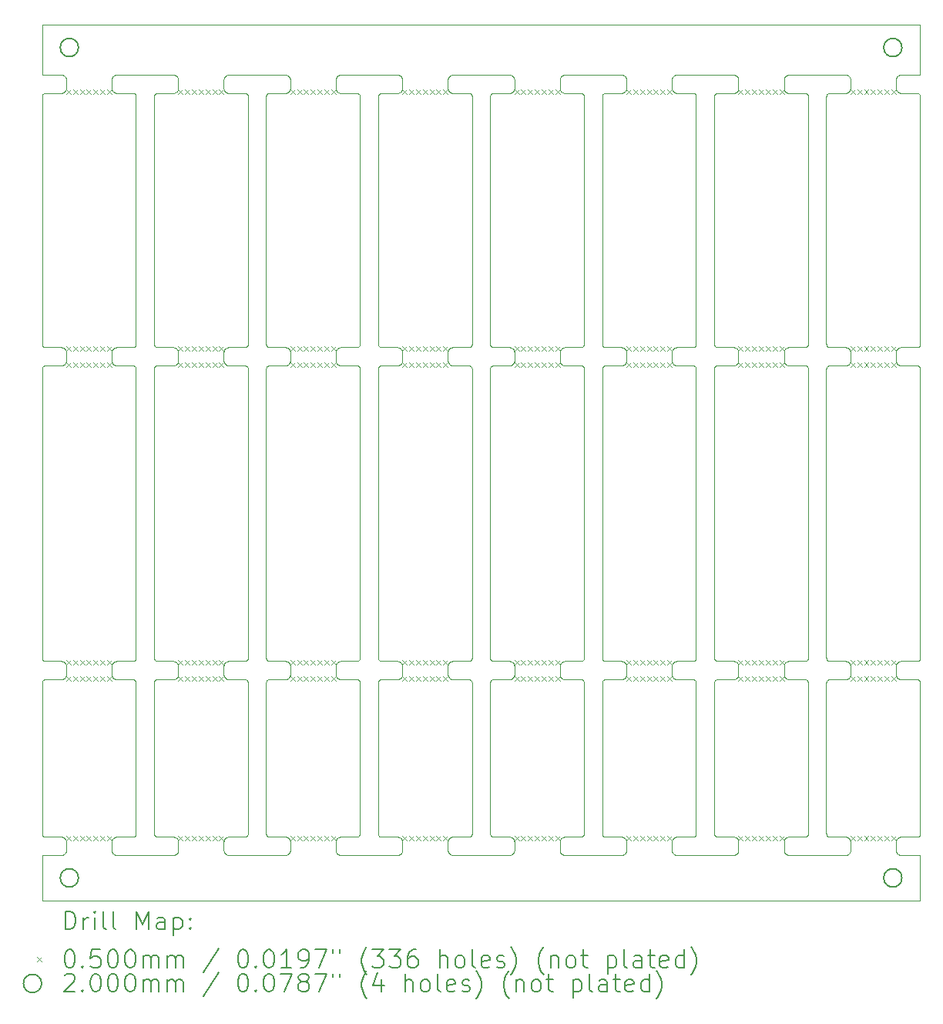
<source format=gbr>
%TF.GenerationSoftware,KiCad,Pcbnew,8.0.5*%
%TF.CreationDate,2024-12-01T20:05:32-08:00*%
%TF.ProjectId,soic,736f6963-2e6b-4696-9361-645f70636258,rev?*%
%TF.SameCoordinates,Original*%
%TF.FileFunction,Drillmap*%
%TF.FilePolarity,Positive*%
%FSLAX45Y45*%
G04 Gerber Fmt 4.5, Leading zero omitted, Abs format (unit mm)*
G04 Created by KiCad (PCBNEW 8.0.5) date 2024-12-01 20:05:32*
%MOMM*%
%LPD*%
G01*
G04 APERTURE LIST*
%ADD10C,0.100000*%
%ADD11C,0.200000*%
G04 APERTURE END LIST*
D10*
X7715638Y-7971448D02*
X7713878Y-7973488D01*
X7683910Y-11238695D02*
X7686540Y-11239285D01*
X13182080Y-13360653D02*
X13179736Y-13359324D01*
X6003513Y-7790617D02*
X6005651Y-7790064D01*
X6237020Y-11221462D02*
X6238282Y-11223275D01*
X10710652Y-4987538D02*
X10708611Y-4985778D01*
X5766214Y-7944675D02*
X5765884Y-7942001D01*
X13624077Y-13150382D02*
X13624407Y-13150851D01*
X10726985Y-11240849D02*
X10729543Y-11240004D01*
X6012312Y-11441801D02*
X6010224Y-11440777D01*
X8946878Y-4820072D02*
X8948536Y-4822196D01*
X9459340Y-7846421D02*
X9459406Y-7843726D01*
X6470184Y-13359324D02*
X6467840Y-13360653D01*
X14645741Y-5018934D02*
X14645438Y-5018316D01*
X12651415Y-4841560D02*
X12652005Y-4844190D01*
X8238904Y-13344939D02*
X8237352Y-13342736D01*
X8915150Y-7990465D02*
X8912495Y-7990926D01*
X13873496Y-7813716D02*
X13875048Y-7815919D01*
X13158331Y-7960093D02*
X13157239Y-7957629D01*
X11420175Y-7833080D02*
X11420765Y-7835709D01*
X7462485Y-13131055D02*
X7462494Y-13131573D01*
X11179962Y-5002040D02*
X11179418Y-5002224D01*
X8695046Y-13141038D02*
X8696379Y-13144939D01*
X8694005Y-11469033D02*
X8693915Y-11469600D01*
X8229155Y-13211329D02*
X8229745Y-13208699D01*
X6470184Y-11245451D02*
X6472461Y-11246892D01*
X6030086Y-11464286D02*
X6029880Y-11463630D01*
X7727836Y-4849519D02*
X7728034Y-4852206D01*
X13868220Y-11253720D02*
X13870078Y-11255671D01*
X5766214Y-13320291D02*
X5765884Y-13317616D01*
X8912495Y-11437046D02*
X8909821Y-11437376D01*
X7498562Y-13167135D02*
X7673199Y-13167136D01*
X12651415Y-4958440D02*
X12650696Y-4961037D01*
X13402834Y-5006020D02*
X13399381Y-5003988D01*
X6235226Y-5019301D02*
X6234892Y-5019903D01*
X13416448Y-5023211D02*
X13416176Y-5022579D01*
X8922935Y-11434431D02*
X8920377Y-11435276D01*
X6455300Y-7793165D02*
X6457897Y-7793884D01*
X8244180Y-7975440D02*
X8242322Y-7973488D01*
X6465433Y-11432369D02*
X6462969Y-11433461D01*
X8277619Y-7791784D02*
X8280306Y-7791586D01*
X13884300Y-13312234D02*
X13884234Y-13314929D01*
X12391426Y-8010821D02*
X12391092Y-8011423D01*
X6457897Y-4997636D02*
X6455300Y-4998355D01*
X7473982Y-13157727D02*
X7475834Y-13159317D01*
X10701384Y-13189335D02*
X10703042Y-13187211D01*
X11395144Y-4992189D02*
X11392800Y-4993517D01*
X12387863Y-7761347D02*
X12387966Y-7761911D01*
X6486056Y-4977804D02*
X6484398Y-4979928D01*
X9943273Y-13162658D02*
X9943783Y-13162922D01*
X11923465Y-4841560D02*
X11924184Y-4838963D01*
X8244180Y-13351055D02*
X8242322Y-13349104D01*
X14398522Y-7973488D02*
X14396762Y-7971448D01*
X9929812Y-7773799D02*
X9932017Y-7777145D01*
X9490767Y-13172410D02*
X9493231Y-13171318D01*
X5245548Y-7979058D02*
X5243424Y-7980716D01*
X13884300Y-7846421D02*
X13884300Y-7936619D01*
X8714639Y-11440844D02*
X8710985Y-11442753D01*
X7681255Y-11238234D02*
X7683910Y-11238695D01*
X7004671Y-13193815D02*
X7006112Y-13191538D01*
X8491697Y-5023877D02*
X8491491Y-5023221D01*
X6245038Y-11445092D02*
X6244604Y-11445468D01*
X6470184Y-7799331D02*
X6472461Y-7800772D01*
X11958225Y-13363926D02*
X11955711Y-13362956D01*
X12388063Y-11208552D02*
X12388185Y-11209232D01*
X8959076Y-4950481D02*
X8958746Y-4953155D01*
X5773431Y-4826676D02*
X5774872Y-4824399D01*
X11934282Y-4979928D02*
X11932624Y-4977804D01*
X6496266Y-11390795D02*
X6495805Y-11393450D01*
X10163904Y-4807811D02*
X10166181Y-4809252D01*
X13845337Y-11435276D02*
X13842740Y-11435995D01*
X9477371Y-4985778D02*
X9475420Y-4983920D01*
X8491080Y-7769330D02*
X8491847Y-7767259D01*
X14643123Y-13152441D02*
X14643532Y-13151884D01*
X13630656Y-11446618D02*
X13628971Y-11448220D01*
X13646007Y-5000995D02*
X13645334Y-5001152D01*
X5767984Y-4961037D02*
X5767265Y-4958440D01*
X13648853Y-5000423D02*
X13648288Y-5000527D01*
X9724058Y-7763790D02*
X9724214Y-7763117D01*
X5003651Y-11217735D02*
X5003971Y-11218347D01*
X12409630Y-11235000D02*
X12411701Y-11235767D01*
X7497519Y-7991560D02*
X7493350Y-7991877D01*
X9724960Y-8027601D02*
X9724950Y-8027082D01*
X9721774Y-13146223D02*
X9722062Y-13145595D01*
X5234193Y-13361864D02*
X5231729Y-13362956D01*
X8473808Y-5003648D02*
X8473176Y-5003377D01*
X10745481Y-7991520D02*
X10742786Y-7991454D01*
X13877817Y-7962500D02*
X13876489Y-7964844D01*
X12396497Y-8003414D02*
X12396034Y-8003927D01*
X8713021Y-7787534D02*
X8713623Y-7787868D01*
X6495215Y-11396080D02*
X6494496Y-11398677D01*
X6241033Y-8002592D02*
X6240661Y-8003029D01*
X10706660Y-13183219D02*
X10708612Y-13181361D01*
X9704413Y-5003376D02*
X9700692Y-5001889D01*
X10163904Y-11429829D02*
X10161560Y-11431157D01*
X5998584Y-13166993D02*
X5999273Y-13166940D01*
X11185806Y-5000527D02*
X11183529Y-5000995D01*
X5226657Y-7989156D02*
X5224060Y-7989875D01*
X13393755Y-5001646D02*
X13393089Y-5001474D01*
X6028561Y-13145055D02*
X6029368Y-13142875D01*
X5765686Y-13219345D02*
X5765884Y-13216658D01*
X12396861Y-11226131D02*
X12397233Y-11226568D01*
X7681255Y-4999406D02*
X7678581Y-4999736D01*
X8472175Y-11440532D02*
X8471636Y-11440335D01*
X12389328Y-8015790D02*
X12389089Y-8016435D01*
X10921336Y-7791485D02*
X10923542Y-7791373D01*
X13386138Y-11437793D02*
X13383816Y-11437675D01*
X7234637Y-13166252D02*
X7238713Y-13165086D01*
X13391347Y-11438652D02*
X13387289Y-11437925D01*
X12414656Y-13166117D02*
X12417047Y-13166608D01*
X9724533Y-11207457D02*
X9724603Y-11206772D01*
X11932624Y-7813716D02*
X11934282Y-7811592D01*
X10948743Y-5013800D02*
X10948295Y-5013278D01*
X5261441Y-7957629D02*
X5260349Y-7960093D01*
X14649809Y-13367149D02*
X14649247Y-13367135D01*
X9692992Y-11437834D02*
X9692420Y-11437793D01*
X8700459Y-11452437D02*
X8700106Y-11452889D01*
X9956920Y-11437835D02*
X9956353Y-11437924D01*
X7675894Y-11237706D02*
X7678581Y-11237904D01*
X13866268Y-11423418D02*
X13864228Y-11425178D01*
X13829399Y-5000000D02*
X13654762Y-5000000D01*
X6999224Y-7830483D02*
X7000069Y-7827925D01*
X13632960Y-13160015D02*
X13636402Y-13162283D01*
X11960783Y-11240004D02*
X11963380Y-11239285D01*
X10954177Y-5023877D02*
X10953971Y-5023221D01*
X12653060Y-13222037D02*
X12653060Y-13312234D01*
X5765884Y-11287159D02*
X5766214Y-11284484D01*
X7471537Y-8003414D02*
X7471074Y-8003927D01*
X8907134Y-11237706D02*
X8909821Y-11237904D01*
X9464611Y-13335708D02*
X9463519Y-13333245D01*
X6496860Y-11292541D02*
X6496860Y-11382739D01*
X8479025Y-7784720D02*
X8480772Y-7783368D01*
X14629373Y-7994896D02*
X14625652Y-7993409D01*
X6467840Y-4806483D02*
X6470184Y-4807811D01*
X10166181Y-11428388D02*
X10163904Y-11429829D01*
X12184800Y-7769330D02*
X12185567Y-7767259D01*
X11953247Y-7796791D02*
X11955711Y-7795699D01*
X11944016Y-4989196D02*
X11941892Y-4987538D01*
X10691635Y-13322946D02*
X10691174Y-13320291D01*
X12152573Y-11437675D02*
X12151186Y-11437640D01*
X10691635Y-7947330D02*
X10691174Y-7944675D01*
X10168384Y-11426836D02*
X10166181Y-11428388D01*
X11403788Y-4985778D02*
X11401748Y-4987538D01*
X12646577Y-7962500D02*
X12645249Y-7964844D01*
X13625738Y-7777147D02*
X13626131Y-7777711D01*
X5781700Y-4816080D02*
X5783651Y-4814222D01*
X7002131Y-13198566D02*
X7003342Y-13196159D01*
X12187440Y-8027601D02*
X12187430Y-8027082D01*
X12614097Y-7989156D02*
X12611500Y-7989875D01*
X14436506Y-4999934D02*
X14433819Y-4999736D01*
X9934306Y-11449240D02*
X9931701Y-11452436D01*
X12160107Y-11438652D02*
X12156049Y-11437925D01*
X11414009Y-13193812D02*
X11415337Y-13196156D01*
X8493720Y-11473894D02*
X8493685Y-11472507D01*
X5238944Y-11245451D02*
X5241221Y-11246892D01*
X8721047Y-5000995D02*
X8720374Y-5001152D01*
X5260349Y-4968573D02*
X5259137Y-4970980D01*
X9713451Y-11228219D02*
X9713888Y-11227847D01*
X6478828Y-11251862D02*
X6480780Y-11253720D01*
X13622858Y-7772586D02*
X13623161Y-7773204D01*
X11923465Y-7949960D02*
X11922875Y-7947330D01*
X7038420Y-7793165D02*
X7041049Y-7792575D01*
X7722829Y-7960093D02*
X7721617Y-7962500D01*
X12157943Y-11237072D02*
X12161847Y-11236167D01*
X5765884Y-4849519D02*
X5766214Y-4846845D01*
X7237555Y-7993166D02*
X7236889Y-7992994D01*
X5263256Y-4838963D02*
X5263975Y-4841560D01*
X14406496Y-7980716D02*
X14404372Y-7979058D01*
X8959274Y-4852206D02*
X8959340Y-4854901D01*
X12162522Y-7789871D02*
X12163176Y-7789648D01*
X7703701Y-13176388D02*
X7705904Y-13177940D01*
X8237352Y-7967121D02*
X8235911Y-7964844D01*
X7023536Y-4992189D02*
X7021259Y-4990748D01*
X7474374Y-11228583D02*
X7474887Y-11229046D01*
X5812464Y-4800594D02*
X5815139Y-4800264D01*
X9464611Y-13198566D02*
X9465823Y-13196159D01*
X10926701Y-7992087D02*
X10926027Y-7991948D01*
X9710172Y-7998248D02*
X9709711Y-7997906D01*
X12419407Y-11237440D02*
X12420096Y-11237493D01*
X10135679Y-13167136D02*
X10138374Y-13167202D01*
X5262411Y-11401235D02*
X5261441Y-11403749D01*
X12640598Y-13187208D02*
X12642256Y-13189332D01*
X13418670Y-8027078D02*
X13418640Y-8026561D01*
X12159037Y-7790774D02*
X12159710Y-7790618D01*
X7718848Y-11262039D02*
X7720289Y-11264316D01*
X12410122Y-5002456D02*
X12406376Y-5004177D01*
X8697898Y-7772586D02*
X8698201Y-7773204D01*
X14638320Y-11446986D02*
X14635124Y-11444380D01*
X8228100Y-13312234D02*
X8228100Y-13222040D01*
X7476748Y-11444749D02*
X7476284Y-11445087D01*
X13189465Y-11434431D02*
X13186951Y-11433461D01*
X7472276Y-5011076D02*
X7471828Y-5011598D01*
X11165546Y-11449240D02*
X11162941Y-11452436D01*
X8230464Y-11398677D02*
X8229745Y-11396080D01*
X7025880Y-13173622D02*
X7028287Y-13172410D01*
X8718642Y-11235993D02*
X8719307Y-11236183D01*
X10717256Y-13359324D02*
X10714979Y-13357883D01*
X7049066Y-4800066D02*
X7051761Y-4800000D01*
X8723903Y-7791093D02*
X8724587Y-7791163D01*
X8950088Y-7815919D02*
X8951529Y-7818196D01*
X7028287Y-4805271D02*
X7030751Y-4804179D01*
X7001039Y-13201030D02*
X7002131Y-13198566D01*
X12418194Y-13166769D02*
X12422479Y-13167096D01*
X13883706Y-13213981D02*
X13884036Y-13216655D01*
X13418645Y-7756653D02*
X13418680Y-7755266D01*
X12180643Y-13152441D02*
X12181052Y-13151884D01*
X8267063Y-7793884D02*
X8269660Y-7793165D01*
X9724925Y-11472504D02*
X9724807Y-11470182D01*
X9718578Y-11222384D02*
X9718880Y-11221896D01*
X8280306Y-7991454D02*
X8277619Y-7991256D01*
X13410091Y-13154727D02*
X13410528Y-13154192D01*
X13620326Y-8016445D02*
X13620154Y-8017111D01*
X8945118Y-7809551D02*
X8946878Y-7811592D01*
X14649773Y-13134477D02*
X14649885Y-13132269D01*
X10953561Y-13144947D02*
X10954328Y-13142875D01*
X9724807Y-11470180D02*
X9724766Y-11469608D01*
X9935262Y-11448235D02*
X9934763Y-11448709D01*
X10956160Y-11202599D02*
X10956190Y-11202081D01*
X7043705Y-13167733D02*
X7046379Y-13167403D01*
X13167282Y-4818031D02*
X13169140Y-4816080D01*
X14384894Y-11284484D02*
X14385355Y-11281829D01*
X10184097Y-11408620D02*
X10182769Y-11410964D01*
X13153324Y-13317616D02*
X13153126Y-13314929D01*
X10179776Y-11415444D02*
X10178118Y-11417568D01*
X11417641Y-4966109D02*
X11416549Y-4968573D01*
X5772102Y-7962500D02*
X5770891Y-7960093D01*
X6031240Y-13130880D02*
X6031240Y-11473897D01*
X7041049Y-13366080D02*
X7038420Y-13365490D01*
X12151359Y-11237640D02*
X12151878Y-11237630D01*
X12608870Y-7792575D02*
X12611500Y-7793165D01*
X11380260Y-11239285D02*
X11382857Y-11240004D01*
X11156200Y-7755439D02*
X11156210Y-7755958D01*
X11161597Y-13150382D02*
X11161915Y-13150860D01*
X12404703Y-11442754D02*
X12404200Y-11443031D01*
X10701384Y-11259836D02*
X10703042Y-11257712D01*
X9936854Y-11228583D02*
X9937367Y-11229046D01*
X10708611Y-4814222D02*
X10710652Y-4812462D01*
X6259640Y-5000741D02*
X6259086Y-5000887D01*
X10181328Y-13191535D02*
X10182769Y-13193812D01*
X5263975Y-7833080D02*
X5264565Y-7835709D01*
X5030173Y-7991948D02*
X5029499Y-7992087D01*
X13618827Y-11204984D02*
X13618880Y-11205673D01*
X13397139Y-7788621D02*
X13397766Y-7788332D01*
X10722007Y-11432369D02*
X10719600Y-11431157D01*
X13881936Y-11276603D02*
X13882655Y-11279200D01*
X13418645Y-13132267D02*
X13418680Y-13130883D01*
X5213414Y-4800066D02*
X5216101Y-4800264D01*
X8955161Y-7957629D02*
X8954069Y-7960093D01*
X7464126Y-8016445D02*
X7463954Y-8017111D01*
X10701384Y-7969324D02*
X10699832Y-7967121D01*
X10737425Y-7792114D02*
X10740099Y-7791784D01*
X10179776Y-4977804D02*
X10178118Y-4979928D01*
X6480780Y-11421560D02*
X6478828Y-11423418D01*
X14404372Y-11425178D02*
X14402331Y-11423418D01*
X9929446Y-7773213D02*
X9929810Y-7773797D01*
X14629373Y-5003376D02*
X14625652Y-5001889D01*
X10699832Y-7815919D02*
X10701384Y-7813716D01*
X5799511Y-13171318D02*
X5802025Y-13170348D01*
X13162312Y-7815919D02*
X13163864Y-7813716D01*
X10936911Y-13163167D02*
X10938842Y-13162095D01*
X9925491Y-13137529D02*
X9925982Y-13139919D01*
X10955455Y-7763112D02*
X10955577Y-7762432D01*
X6256833Y-7790047D02*
X6260736Y-7790952D01*
X6242316Y-7781724D02*
X6242838Y-7782172D01*
X6444654Y-7791586D02*
X6447341Y-7791784D01*
X10719600Y-7985037D02*
X10717256Y-7983709D01*
X13173132Y-4812462D02*
X13175256Y-4810804D01*
X8261991Y-4995821D02*
X8259527Y-4994729D01*
X8699788Y-11221903D02*
X8700101Y-11222384D01*
X7469219Y-11452437D02*
X7468866Y-11452889D01*
X5213414Y-13167202D02*
X5216101Y-13167400D01*
X12423697Y-11237640D02*
X12598159Y-11237640D01*
X13418645Y-5034864D02*
X13418533Y-5032658D01*
X10719600Y-13360653D02*
X10717256Y-13359324D01*
X13412676Y-13151300D02*
X13413845Y-13149426D01*
X13618690Y-5035562D02*
X13618680Y-5036081D01*
X8701177Y-7777719D02*
X8701625Y-7778241D01*
X7726455Y-4841560D02*
X7727045Y-4844190D01*
X13847895Y-11434431D02*
X13845337Y-11435276D01*
X6447341Y-13167400D02*
X6450016Y-13167730D01*
X12608870Y-11436585D02*
X12606215Y-11437046D01*
X10710652Y-7803982D02*
X10712776Y-7802324D01*
X12185568Y-7767256D02*
X12185791Y-7766602D01*
X5765686Y-11385434D02*
X5765620Y-11382739D01*
X7262445Y-11472504D02*
X7262327Y-11470182D01*
X13417792Y-5027844D02*
X13416658Y-5023880D01*
X12166893Y-5003376D02*
X12163172Y-5001889D01*
X11921886Y-13314929D02*
X11921820Y-13312234D01*
X8230464Y-13206102D02*
X8231309Y-13203544D01*
X10690580Y-4854901D02*
X10690646Y-4852206D01*
X7476286Y-13159688D02*
X7476758Y-13160013D01*
X8493567Y-11470180D02*
X8493526Y-11469608D01*
X13829399Y-13367135D02*
X13207961Y-13367135D01*
X9498303Y-13364771D02*
X9495745Y-13363926D01*
X5009801Y-11226569D02*
X5010290Y-11227058D01*
X10734770Y-11436585D02*
X10732140Y-11435995D01*
X11169556Y-13159318D02*
X11169999Y-13159682D01*
X9700042Y-7789871D02*
X9700696Y-7789648D01*
X14636974Y-7783366D02*
X14637509Y-7782930D01*
X10189525Y-13211326D02*
X10189986Y-13213981D01*
X8714738Y-13163998D02*
X8715258Y-13164240D01*
X14413320Y-11244122D02*
X14415727Y-11242911D01*
X9720799Y-7772592D02*
X9721771Y-7770609D01*
X11176112Y-7787872D02*
X11176744Y-7788143D01*
X8707520Y-5007457D02*
X8706998Y-5007905D01*
X12154784Y-7791373D02*
X12155473Y-7791320D01*
X6029594Y-11212715D02*
X6029766Y-11212049D01*
X7469292Y-5014708D02*
X7468871Y-5015252D01*
X9471802Y-11257712D02*
X9473562Y-11255671D01*
X6260330Y-11237017D02*
X6262514Y-11237352D01*
X13410773Y-5013277D02*
X13408087Y-5010303D01*
X6267322Y-13167135D02*
X6441959Y-13167136D01*
X7728100Y-11382739D02*
X7728034Y-11385434D01*
X14648465Y-13141547D02*
X14649018Y-13139409D01*
X9722937Y-5023877D02*
X9722731Y-5023221D01*
X11173921Y-5004852D02*
X11170575Y-5007057D01*
X8708417Y-11230841D02*
X8708974Y-11231250D01*
X7259840Y-7769330D02*
X7260607Y-7767259D01*
X12635029Y-13181358D02*
X12636980Y-13183216D01*
X13156269Y-7827925D02*
X13157239Y-7825411D01*
X5776424Y-11415444D02*
X5774872Y-11413241D01*
X14410976Y-13359324D02*
X14408699Y-13357883D01*
X13636401Y-5004852D02*
X13633055Y-5007057D01*
X14439201Y-5000000D02*
X14436506Y-4999934D01*
X8954069Y-11269067D02*
X8955161Y-11271531D01*
X6492681Y-11403749D02*
X6491589Y-11406213D01*
X6231279Y-5035041D02*
X6231250Y-5035558D01*
X13169140Y-11253720D02*
X13171091Y-11251862D01*
X9952176Y-13166117D02*
X9954567Y-13166608D01*
X10703042Y-4979928D02*
X10701384Y-4977804D01*
X10691174Y-13213984D02*
X10691635Y-13211329D01*
X9483739Y-13176391D02*
X9486016Y-13174950D01*
X14388479Y-11271531D02*
X14389571Y-11269067D01*
X10692944Y-4961037D02*
X10692225Y-4958440D01*
X8493685Y-7756653D02*
X8493720Y-7755266D01*
X7715638Y-11417568D02*
X7713878Y-11419608D01*
X9949228Y-7993409D02*
X9945507Y-7994896D01*
X5999278Y-13166940D02*
X5999964Y-13166852D01*
X10697063Y-7962500D02*
X10695851Y-7960093D01*
X13883245Y-11393450D02*
X13882655Y-11396080D01*
X8930320Y-4806483D02*
X8932664Y-4807811D01*
X7261007Y-11212047D02*
X7261912Y-11208143D01*
X12388186Y-11209237D02*
X12388342Y-11209910D01*
X7488580Y-13165813D02*
X7489126Y-13165987D01*
X9488360Y-4806483D02*
X9490767Y-4805271D01*
X12652466Y-7944675D02*
X12652005Y-7947330D01*
X9938323Y-11445469D02*
X9935263Y-11448233D01*
X6237621Y-11452896D02*
X6237308Y-11453377D01*
X9712014Y-7783366D02*
X9712549Y-7782930D01*
X7701424Y-11429829D02*
X7699080Y-11431157D01*
X11191064Y-11437675D02*
X11188742Y-11437793D01*
X7258832Y-11217728D02*
X7259103Y-11217096D01*
X7710068Y-13352913D02*
X7708028Y-13354673D01*
X10188216Y-13206099D02*
X10188935Y-13208696D01*
X11372301Y-4999736D02*
X11369614Y-4999934D01*
X14627732Y-7788879D02*
X14628374Y-7788623D01*
X10712776Y-7802324D02*
X10714979Y-7800772D01*
X11399624Y-13177940D02*
X11401748Y-13179598D01*
X7262480Y-8027601D02*
X7262470Y-8027082D01*
X13620002Y-11463739D02*
X13619828Y-11464286D01*
X14387509Y-13330730D02*
X14386664Y-13328172D01*
X5765620Y-4945099D02*
X5765620Y-4854901D01*
X10181328Y-13342736D02*
X10179776Y-13344939D01*
X6006325Y-11235990D02*
X6006970Y-11235752D01*
X9718893Y-7775781D02*
X9720123Y-7773809D01*
X14649809Y-4250014D02*
X14649247Y-4250000D01*
X8232279Y-11271531D02*
X8233371Y-11269067D01*
X7497347Y-11237605D02*
X7498734Y-11237640D01*
X11403789Y-13181358D02*
X11405740Y-13183216D01*
X11929631Y-11410964D02*
X11928302Y-11408620D01*
X6243651Y-11229050D02*
X6244186Y-11229486D01*
X8932664Y-13174947D02*
X8934941Y-13176388D01*
X6241914Y-13156919D02*
X6242307Y-13157337D01*
X7240935Y-11440532D02*
X7240396Y-11440335D01*
X8229155Y-7947330D02*
X8228694Y-7944675D01*
X13883706Y-7838364D02*
X13884036Y-7841039D01*
X12413033Y-7790047D02*
X12416936Y-7790952D01*
X10726985Y-7794729D02*
X10729543Y-7793884D01*
X10692944Y-4838963D02*
X10693789Y-4836405D01*
X5224060Y-13168781D02*
X5226657Y-13169500D01*
X10189986Y-13213981D02*
X10190316Y-13216655D01*
X11421556Y-11388121D02*
X11421226Y-11390795D01*
X11927091Y-13335708D02*
X11925999Y-13333245D01*
X6238694Y-13153337D02*
X6239070Y-13153771D01*
X9503530Y-7792575D02*
X9506185Y-7792114D01*
X6232717Y-13141544D02*
X6232890Y-13142210D01*
X6259648Y-11236895D02*
X6260328Y-11237017D01*
X5807180Y-4801645D02*
X5809809Y-4801055D01*
X14624995Y-7993166D02*
X14624329Y-7992994D01*
X9688703Y-11437640D02*
X9514241Y-11437640D01*
X7497521Y-7791480D02*
X7498038Y-7791510D01*
X8904439Y-13167136D02*
X8907134Y-13167202D01*
X7462907Y-8021703D02*
X7462837Y-8022387D01*
X7717296Y-13344939D02*
X7715638Y-13347063D01*
X14392111Y-11410964D02*
X14390782Y-11408620D01*
X10956200Y-11201557D02*
X10956200Y-8027602D01*
X10734770Y-7990465D02*
X10732140Y-7989875D01*
X9460395Y-13211329D02*
X9460985Y-13208699D01*
X7727506Y-4953155D02*
X7727045Y-4955810D01*
X11418611Y-11401235D02*
X11417641Y-11403749D01*
X7728034Y-11385434D02*
X7727836Y-11388121D01*
X11946219Y-11246892D02*
X11948496Y-11245451D01*
X6251787Y-7788144D02*
X6255507Y-7789631D01*
X13157239Y-7825411D02*
X13158331Y-7822947D01*
X13625492Y-5014708D02*
X13625071Y-5015252D01*
X14614358Y-7991530D02*
X14613839Y-7991520D01*
X7487395Y-7993169D02*
X7486750Y-7993408D01*
X7257999Y-13148824D02*
X7258319Y-13148211D01*
X5014708Y-7784708D02*
X5015252Y-7785129D01*
X7489134Y-13165989D02*
X7489694Y-13166116D01*
X10930210Y-11439000D02*
X10929554Y-11438794D01*
X5000010Y-11202081D02*
X5000040Y-11202599D01*
X14402331Y-7805742D02*
X14404372Y-7803982D01*
X13192023Y-4997636D02*
X13189465Y-4996791D01*
X13618724Y-13132095D02*
X13619041Y-13136265D01*
X11937900Y-11253720D02*
X11939851Y-11251862D01*
X13383641Y-11237600D02*
X13387810Y-11237283D01*
X7464520Y-7767758D02*
X7464704Y-7768302D01*
X12182326Y-11454903D02*
X12182049Y-11454400D01*
X10141061Y-13167400D02*
X10143736Y-13167730D01*
X13386718Y-13166940D02*
X13387404Y-13166852D01*
X9486016Y-4992189D02*
X9483739Y-4990748D01*
X8934941Y-4809252D02*
X8937144Y-4810804D01*
X7246741Y-11443706D02*
X7244769Y-11442477D01*
X7030751Y-7795699D02*
X7033265Y-7794729D01*
X13834781Y-7991256D02*
X13832094Y-7991454D01*
X5815139Y-13167403D02*
X5817826Y-13167205D01*
X6491589Y-13335708D02*
X6490377Y-13338115D01*
X9473562Y-13349104D02*
X9471802Y-13347063D01*
X14388479Y-13201030D02*
X14389571Y-13198566D01*
X7262195Y-11469031D02*
X7261468Y-11464973D01*
X9926286Y-13141038D02*
X9927619Y-13144939D01*
X12398514Y-13157343D02*
X12398941Y-13157725D01*
X6236092Y-7773799D02*
X6238296Y-7777145D01*
X5265554Y-11385434D02*
X5265356Y-11388121D01*
X7243552Y-11441801D02*
X7241464Y-11440777D01*
X7229824Y-13166993D02*
X7230513Y-13166940D01*
X11159099Y-11216099D02*
X11159388Y-11216726D01*
X11925029Y-4836405D02*
X11925999Y-4833891D01*
X7727506Y-13213981D02*
X7727836Y-13216655D01*
X9459934Y-13213984D02*
X9460395Y-13211329D01*
X6997915Y-13211329D02*
X6998505Y-13208699D01*
X6005647Y-7992993D02*
X6001743Y-7992087D01*
X7463953Y-8017113D02*
X7463047Y-8021016D01*
X8925449Y-7795699D02*
X8927913Y-7796791D01*
X13192023Y-11240004D02*
X13194620Y-11239285D01*
X5265620Y-7846421D02*
X5265620Y-7936619D01*
X7463475Y-7764193D02*
X7463632Y-7764866D01*
X9721756Y-11458559D02*
X9719847Y-11454905D01*
X10189986Y-13320291D02*
X10189525Y-13322946D01*
X6232235Y-7764193D02*
X6232392Y-7764866D01*
X12162525Y-11235990D02*
X12163170Y-11235752D01*
X6480780Y-13183216D02*
X6482638Y-13185168D01*
X5216101Y-13366871D02*
X5213414Y-13367069D01*
X13842740Y-7989875D02*
X13840110Y-7990465D01*
X10178118Y-7811592D02*
X10179776Y-7813716D01*
X13205266Y-11437574D02*
X13202579Y-11437376D01*
X6026754Y-5018307D02*
X6026390Y-5017723D01*
X8715266Y-11234743D02*
X8715908Y-11234999D01*
X5241221Y-4990748D02*
X5238944Y-4992189D01*
X8468795Y-5001646D02*
X8468129Y-5001474D01*
X12187152Y-5031274D02*
X12186800Y-5028976D01*
X12392292Y-7773799D02*
X12394496Y-7777145D01*
X10151617Y-11240004D02*
X10154175Y-11240849D01*
X8909821Y-11237904D02*
X8912495Y-11238234D01*
X8233371Y-7822947D02*
X8234582Y-7820540D01*
X5010302Y-5010595D02*
X5009803Y-5011069D01*
X9946506Y-13164243D02*
X9947045Y-13164440D01*
X8939268Y-7979058D02*
X8937144Y-7980716D01*
X13881091Y-11274045D02*
X13881936Y-11276603D01*
X9700045Y-11235990D02*
X9700690Y-11235752D01*
X7051761Y-13167139D02*
X7226223Y-13167140D01*
X11162941Y-11222844D02*
X11165619Y-11226130D01*
X13873496Y-13344939D02*
X13871838Y-13347063D01*
X11380260Y-7793165D02*
X11382857Y-7793884D01*
X11165546Y-5011600D02*
X11163014Y-5014706D01*
X5224060Y-13365490D02*
X5221430Y-13366080D01*
X13626127Y-8005324D02*
X13625789Y-8005788D01*
X9459604Y-4849519D02*
X9459934Y-4846845D01*
X10952212Y-8010819D02*
X10950180Y-8007366D01*
X12171596Y-11231618D02*
X12172180Y-11231254D01*
X13873496Y-4822196D02*
X13875048Y-4824399D01*
X8694147Y-5030183D02*
X8694077Y-5030867D01*
X5253158Y-7971448D02*
X5251398Y-7973488D01*
X13184487Y-11242911D02*
X13186951Y-11241819D01*
X12171701Y-11443706D02*
X12169729Y-11442477D01*
X5999847Y-11437924D02*
X5999280Y-11437835D01*
X11156235Y-11472507D02*
X11156200Y-11473894D01*
X7000069Y-4836405D02*
X7001039Y-4833891D01*
X10933525Y-13164697D02*
X10935661Y-13163780D01*
X8694466Y-11209237D02*
X8694622Y-11209910D01*
X5264565Y-7835709D02*
X5265026Y-7838364D01*
X7463840Y-11463630D02*
X7463634Y-11464286D01*
X12185790Y-8016435D02*
X12185552Y-8015790D01*
X5766214Y-11390795D02*
X5765884Y-11388121D01*
X7021259Y-11428388D02*
X7019056Y-11426836D01*
X9955714Y-13166769D02*
X9959999Y-13167096D01*
X6455300Y-13365490D02*
X6452670Y-13366080D01*
X7006112Y-7815919D02*
X7007664Y-7813716D01*
X13413566Y-11454903D02*
X13413289Y-11454400D01*
X13182080Y-7798002D02*
X13184487Y-7796791D01*
X7715638Y-4820072D02*
X7717296Y-4822196D01*
X13413828Y-5017721D02*
X13411623Y-5014375D01*
X6996860Y-13222040D02*
X6996926Y-13219345D01*
X9468592Y-4824399D02*
X9470144Y-4822196D01*
X10737425Y-11238234D02*
X10740099Y-11237904D01*
X9709214Y-7997599D02*
X9705661Y-7995507D01*
X12405753Y-13162658D02*
X12406263Y-13162922D01*
X5027330Y-11438653D02*
X5026656Y-11438791D01*
X5254816Y-7813716D02*
X5256368Y-7815919D01*
X10189525Y-4955810D02*
X10188935Y-4958440D01*
X14393552Y-7967121D02*
X14392111Y-7964844D01*
X5787816Y-11248444D02*
X5790019Y-11246892D01*
X8228364Y-13317616D02*
X8228166Y-13314929D01*
X13408020Y-11227433D02*
X13409621Y-11225748D01*
X14433819Y-4999736D02*
X14431144Y-4999406D01*
X7487405Y-7789874D02*
X7488071Y-7790046D01*
X13645329Y-5001153D02*
X13644664Y-5001343D01*
X13175256Y-13356331D02*
X13173132Y-13354673D01*
X8231309Y-7827925D02*
X8232279Y-7825411D01*
X7722829Y-4831427D02*
X7723921Y-4833891D01*
X9475420Y-13351055D02*
X9473562Y-13349104D01*
X8702310Y-8003931D02*
X8701874Y-8004466D01*
X13153324Y-13216658D02*
X13153654Y-13213984D01*
X11177746Y-13164243D02*
X11178285Y-13164440D01*
X6018294Y-11229486D02*
X6018829Y-11229050D01*
X6492681Y-13333245D02*
X6491589Y-13335708D01*
X13199904Y-7990926D02*
X13197249Y-7990465D01*
X13639224Y-7994896D02*
X13638592Y-7995168D01*
X9702285Y-13164697D02*
X9704421Y-13163780D01*
X6496794Y-11289846D02*
X6496860Y-11292541D01*
X12608870Y-4801055D02*
X12611500Y-4801645D01*
X13873496Y-11259836D02*
X13875048Y-11262039D01*
X9938766Y-13159688D02*
X9939238Y-13160013D01*
X8704786Y-8001318D02*
X8704382Y-8001726D01*
X13883245Y-4955810D02*
X13882655Y-4958440D01*
X7720289Y-11410964D02*
X7718848Y-11413241D01*
X7016932Y-13179601D02*
X7019056Y-13177943D01*
X11395144Y-13174947D02*
X11397421Y-13176388D01*
X14620311Y-11438166D02*
X14619747Y-11438063D01*
X7724891Y-13203541D02*
X7725736Y-13206099D01*
X6002152Y-7790897D02*
X6002832Y-7790775D01*
X9495745Y-7794729D02*
X9498303Y-7793884D01*
X5027216Y-13166117D02*
X5029607Y-13166608D01*
X12396786Y-5011600D02*
X12394254Y-5014706D01*
X12632988Y-11425178D02*
X12630864Y-11426836D01*
X9503530Y-13366080D02*
X9500900Y-13365490D01*
X8955161Y-4966109D02*
X8954069Y-4968573D01*
X13877817Y-11266660D02*
X13879029Y-11269067D01*
X13631628Y-11229488D02*
X13633375Y-11230840D01*
X13205266Y-13367069D02*
X13202579Y-13366871D01*
X9960001Y-13167096D02*
X9960518Y-13167125D01*
X14649920Y-13130880D02*
X14649920Y-11473722D01*
X9508859Y-11437376D02*
X9506185Y-11437046D01*
X13620333Y-13142220D02*
X13620572Y-13142865D01*
X9925317Y-5030870D02*
X9925000Y-5035039D01*
X12653060Y-13312234D02*
X12652994Y-13314929D01*
X7712020Y-7807600D02*
X7713878Y-7809551D01*
X12387867Y-8021703D02*
X12387797Y-8022387D01*
X5790019Y-11246892D02*
X5792296Y-11245451D01*
X5213414Y-11437574D02*
X5210719Y-11437640D01*
X9722064Y-13145591D02*
X9722321Y-13144949D01*
X6030883Y-11206770D02*
X6031200Y-11202601D01*
X6996860Y-7936619D02*
X6996860Y-7846421D01*
X9465823Y-13338115D02*
X9464611Y-13335708D01*
X13866269Y-13181358D02*
X13868220Y-13183216D01*
X12186699Y-5028400D02*
X12186553Y-5027846D01*
X5995681Y-11237630D02*
X5996199Y-11237600D01*
X14384564Y-7841039D02*
X14384894Y-7838364D01*
X8951529Y-13193812D02*
X8952857Y-13196156D01*
X7705904Y-11248444D02*
X7708028Y-11250102D01*
X8468805Y-11235990D02*
X8469450Y-11235752D01*
X7019056Y-11248444D02*
X7021259Y-11246892D01*
X5787816Y-4810804D02*
X5790019Y-4809252D01*
X8694247Y-7761913D02*
X8694715Y-7764191D01*
X13621575Y-11216102D02*
X13621830Y-11216616D01*
X8939268Y-11250102D02*
X8941309Y-11251862D01*
X6235466Y-11456470D02*
X6233696Y-11460322D01*
X11941892Y-4812462D02*
X11944016Y-4810804D01*
X6496596Y-7841039D02*
X6496794Y-7843726D01*
X8712545Y-13162923D02*
X8714736Y-13163997D01*
X9924995Y-11472507D02*
X9924960Y-11473894D01*
X13852873Y-7986249D02*
X13850409Y-7987341D01*
X8228166Y-11385434D02*
X8228100Y-11382739D01*
X10936899Y-7995506D02*
X10936297Y-7995172D01*
X13877817Y-13338115D02*
X13876489Y-13340459D01*
X7713878Y-4818031D02*
X7715638Y-4820072D01*
X5014697Y-11230841D02*
X5015254Y-11231250D01*
X12181373Y-7775781D02*
X12182603Y-7773809D01*
X7241936Y-11234263D02*
X7242568Y-11233992D01*
X6029369Y-13142873D02*
X6029593Y-13142219D01*
X6010223Y-11440777D02*
X6009702Y-11440535D01*
X9483739Y-13357883D02*
X9481536Y-13356331D01*
X13155424Y-4961037D02*
X13154705Y-4958440D01*
X9692418Y-11437793D02*
X9690096Y-11437675D01*
X8250296Y-13177943D02*
X8252499Y-13176391D01*
X12171263Y-13161359D02*
X12173076Y-13160097D01*
X11401748Y-7979058D02*
X11399624Y-7980716D01*
X14649245Y-13367135D02*
X14439201Y-13367135D01*
X11160186Y-5019301D02*
X11159852Y-5019903D01*
X8229155Y-11281829D02*
X8229745Y-11279200D01*
X10182769Y-4826676D02*
X10184097Y-4829020D01*
X9460395Y-13322946D02*
X9459934Y-13320291D01*
X8464747Y-13166499D02*
X8465312Y-13166401D01*
X12405153Y-11232804D02*
X12405749Y-11233155D01*
X12185551Y-8015787D02*
X12184064Y-8012067D01*
X5769799Y-4966109D02*
X5768829Y-4963595D01*
X6012932Y-13162654D02*
X6013528Y-13162304D01*
X11385415Y-13363926D02*
X11382857Y-13364771D01*
X7251411Y-13157337D02*
X7251899Y-13156849D01*
X13859901Y-11428388D02*
X13857624Y-11429829D01*
X10920638Y-7991530D02*
X10920119Y-7991520D01*
X7016932Y-4812462D02*
X7019056Y-4810804D01*
X13619207Y-7761913D02*
X13619675Y-7764191D01*
X6241041Y-11226569D02*
X6241529Y-11227058D01*
X13382426Y-13167140D02*
X13383813Y-13167105D01*
X5000000Y-13866463D02*
X5000014Y-13867024D01*
X11407598Y-4981969D02*
X11405740Y-4983920D01*
X9925107Y-11204984D02*
X9925160Y-11205673D01*
X8959274Y-7843726D02*
X8959340Y-7846421D01*
X9955141Y-13166713D02*
X9955712Y-13166769D01*
X12152401Y-11237600D02*
X12156570Y-11237283D01*
X7724891Y-11401235D02*
X7723921Y-11403749D01*
X5031960Y-11437835D02*
X5031393Y-11437924D01*
X11932624Y-11415444D02*
X11931072Y-11413241D01*
X11185809Y-13166609D02*
X11186373Y-13166712D01*
X12614097Y-7793884D02*
X12616655Y-7794729D01*
X9460985Y-11279200D02*
X9461704Y-11276603D01*
X12165895Y-11440532D02*
X12165356Y-11440335D01*
X7012940Y-7975440D02*
X7011082Y-7973488D01*
X13631543Y-11445876D02*
X13631088Y-11446225D01*
X14622591Y-11438635D02*
X14620313Y-11438167D01*
X13621361Y-11215561D02*
X13621571Y-11216094D01*
X12182606Y-13149424D02*
X12182957Y-13148828D01*
X12156572Y-11237283D02*
X12157257Y-11237213D01*
X6496266Y-13320291D02*
X6495805Y-13322946D01*
X6462969Y-4995821D02*
X6460455Y-4996791D01*
X14642013Y-8004796D02*
X14639327Y-8001823D01*
X11944016Y-11248444D02*
X11946219Y-11246892D01*
X7726455Y-7833080D02*
X7727045Y-7835709D01*
X9490767Y-4805271D02*
X9493231Y-4804179D01*
X11923465Y-11396080D02*
X11922875Y-11393450D01*
X13165522Y-7811592D02*
X13167282Y-7809551D01*
X6997454Y-4953155D02*
X6997124Y-4950481D01*
X13153060Y-4945099D02*
X13153060Y-4854901D01*
X8907134Y-13167202D02*
X8909821Y-13167400D01*
X8492074Y-13142214D02*
X8492264Y-13141549D01*
X9723806Y-11464286D02*
X9723600Y-11463630D01*
X7258828Y-8011423D02*
X7258494Y-8010821D01*
X11161916Y-13150861D02*
X11163310Y-13152865D01*
X13653721Y-13167096D02*
X13654238Y-13167125D01*
X13162312Y-11262039D02*
X13163864Y-11259836D01*
X12648881Y-13201027D02*
X12649851Y-13203541D01*
X10954839Y-11463627D02*
X10953543Y-11459836D01*
X8941309Y-11423418D02*
X8939268Y-11425178D01*
X9705659Y-5003986D02*
X9705057Y-5003652D01*
X7473556Y-7781724D02*
X7474078Y-7782172D01*
X11397421Y-13176388D02*
X11399624Y-13177940D01*
X6997124Y-7942001D02*
X6996926Y-7939314D01*
X8695080Y-11463630D02*
X8694874Y-11464286D01*
X5013277Y-5007907D02*
X5010303Y-5010593D01*
X6015394Y-5006020D02*
X6011941Y-5003988D01*
X12393519Y-8007266D02*
X12391427Y-8010819D01*
X10737425Y-13366541D02*
X10734770Y-13366080D01*
X12178850Y-11225229D02*
X12179286Y-11224694D01*
X13156269Y-4963595D02*
X13155424Y-4961037D01*
X5809809Y-13366080D02*
X5807180Y-13365490D01*
X6028350Y-13145591D02*
X6028560Y-13145057D01*
X7699080Y-11431157D02*
X7696673Y-11432369D01*
X9500900Y-11435995D02*
X9498303Y-11435276D01*
X6027061Y-5018934D02*
X6026758Y-5018316D01*
X12635028Y-11423418D02*
X12632988Y-11425178D01*
X14622193Y-7790617D02*
X14624331Y-7790064D01*
X6261423Y-7791093D02*
X6262107Y-7791163D01*
X5263975Y-13325575D02*
X5263256Y-13328172D01*
X8244180Y-4983920D02*
X8242322Y-4981969D01*
X12165252Y-7788879D02*
X12165894Y-7788623D01*
X8464221Y-7992087D02*
X8463547Y-7991948D01*
X10952823Y-8012064D02*
X10952552Y-8011432D01*
X10712776Y-7980716D02*
X10710652Y-7979058D01*
X6234600Y-11217102D02*
X6234889Y-11217730D01*
X9459934Y-11390795D02*
X9459604Y-11388121D01*
X8706997Y-5007907D02*
X8704023Y-5010593D01*
X14642463Y-5013800D02*
X14642014Y-5013278D01*
X9947047Y-13164441D02*
X9951058Y-13165812D01*
X9514241Y-11437640D02*
X9511546Y-11437574D01*
X13884300Y-4854901D02*
X13884300Y-4945099D01*
X7000069Y-11274045D02*
X7001039Y-11271531D01*
X10956053Y-13134477D02*
X10956165Y-13132269D01*
X13842740Y-11435995D02*
X13840110Y-11436585D01*
X6482638Y-4981969D02*
X6480780Y-4983920D01*
X13654762Y-7791520D02*
X13829399Y-7791520D01*
X5005399Y-11220883D02*
X5005779Y-11221460D01*
X5238944Y-13174947D02*
X5241221Y-13176388D01*
X6245040Y-5007457D02*
X6244518Y-5007905D01*
X14420705Y-13170348D02*
X14423263Y-13169503D01*
X5001473Y-8017113D02*
X5000568Y-8021016D01*
X14641331Y-13154727D02*
X14641768Y-13154192D01*
X8937144Y-13356331D02*
X8934941Y-13357883D01*
X12175840Y-5009346D02*
X12172734Y-5006814D01*
X5025589Y-11236184D02*
X5027727Y-11236737D01*
X14643535Y-13151880D02*
X14643915Y-13151303D01*
X11192282Y-7791520D02*
X11366919Y-7791520D01*
X8701627Y-7778243D02*
X8704313Y-7781217D01*
X13882655Y-4841560D02*
X13883245Y-4844190D01*
X10690646Y-7843726D02*
X10690844Y-7841039D01*
X7236490Y-11439000D02*
X7235834Y-11438794D01*
X13205266Y-7791586D02*
X13207961Y-7791520D01*
X6472461Y-11246892D02*
X6474664Y-11248444D01*
X13640874Y-11440297D02*
X13640228Y-11440536D01*
X9468592Y-11262039D02*
X9470144Y-11259836D01*
X13418527Y-11470180D02*
X13418486Y-11469608D01*
X12406739Y-7995507D02*
X12403286Y-7997540D01*
X5013356Y-13159318D02*
X5013799Y-13159682D01*
X13871838Y-13187208D02*
X13873496Y-13189332D01*
X13884036Y-4849519D02*
X13884234Y-4852206D01*
X9511546Y-11437574D02*
X9508859Y-11437376D01*
X11971339Y-11237904D02*
X11974026Y-11237706D01*
X10186401Y-11271531D02*
X10187371Y-11274045D01*
X14638322Y-11228292D02*
X14638844Y-11227844D01*
X12180626Y-8006226D02*
X12178020Y-8003030D01*
X13157239Y-4833891D02*
X13158331Y-4831427D01*
X12621633Y-7986249D02*
X12619169Y-7987341D01*
X11156623Y-7761347D02*
X11156727Y-7761911D01*
X12626384Y-11429829D02*
X12624040Y-11431157D01*
X12621633Y-13361864D02*
X12619169Y-13362956D01*
X6247513Y-11443354D02*
X6245510Y-11444748D01*
X9713884Y-5009796D02*
X9713362Y-5009348D01*
X11181115Y-7993169D02*
X11180470Y-7993408D01*
X7468861Y-11452896D02*
X7468548Y-11453377D01*
X6250065Y-13162923D02*
X6252256Y-13163997D01*
X13160871Y-11264316D02*
X13162312Y-11262039D01*
X13418645Y-11472504D02*
X13418527Y-11470182D01*
X8482654Y-11227842D02*
X8483058Y-11227434D01*
X7722829Y-13198563D02*
X7723921Y-13201027D01*
X10954726Y-8017111D02*
X10954554Y-8016445D01*
X5004477Y-11455952D02*
X5004227Y-11456468D01*
X13881936Y-7952557D02*
X13881091Y-7955115D01*
X8228694Y-4953155D02*
X8228364Y-4950481D01*
X12390647Y-13146216D02*
X12392556Y-13149870D01*
X10154175Y-7988311D02*
X10151617Y-7989156D01*
X5218776Y-13167730D02*
X5221431Y-13168191D01*
X11174513Y-13162658D02*
X11175023Y-13162922D01*
X12647789Y-11406213D02*
X12646577Y-11408620D01*
X10691635Y-11281829D02*
X10692225Y-11279200D01*
X8943260Y-11253720D02*
X8945118Y-11255671D01*
X6496596Y-11287159D02*
X6496794Y-11289846D01*
X8229745Y-7833080D02*
X8230464Y-7830483D01*
X13162312Y-4824399D02*
X13163864Y-4822196D01*
X5264565Y-13322946D02*
X5263975Y-13325575D01*
X6009700Y-13164240D02*
X6010328Y-13163952D01*
X11937900Y-4983920D02*
X11936042Y-4981969D01*
X10179776Y-7969324D02*
X10178118Y-7971448D01*
X5768829Y-11274045D02*
X5769799Y-11271531D01*
X5812464Y-4999406D02*
X5809809Y-4998945D01*
X7489129Y-5001153D02*
X7488464Y-5001343D01*
X11414009Y-11410964D02*
X11412568Y-11413241D01*
X13623532Y-7773799D02*
X13625736Y-7777145D01*
X10719600Y-4993517D02*
X10717256Y-4992189D01*
X8696619Y-11216099D02*
X8696908Y-11216726D01*
X11974026Y-13167205D02*
X11976721Y-13167139D01*
X7462515Y-11202776D02*
X7462627Y-11204982D01*
X7014891Y-11251862D02*
X7016932Y-11250102D01*
X14385355Y-7835709D02*
X14385945Y-7833080D01*
X5262411Y-13203541D02*
X5263256Y-13206099D01*
X12422307Y-11237605D02*
X12423694Y-11237640D01*
X12402692Y-7997911D02*
X12402148Y-7998332D01*
X5030183Y-7791093D02*
X5030867Y-7791163D01*
X14625652Y-11235751D02*
X14629373Y-11234264D01*
X7473154Y-13156919D02*
X7473547Y-13157337D01*
X14648274Y-11212715D02*
X14648446Y-11212049D01*
X7038420Y-11435995D02*
X7035823Y-11435276D01*
X6231807Y-8021019D02*
X6231668Y-8021693D01*
X7464128Y-11212722D02*
X7464352Y-11213376D01*
X7465669Y-11216729D02*
X7466641Y-11218712D01*
X7231206Y-7791232D02*
X7233389Y-7790897D01*
X8486268Y-11451438D02*
X8485892Y-11451004D01*
X7710068Y-4985778D02*
X7708028Y-4987538D01*
X8694086Y-7760768D02*
X8694142Y-7761339D01*
X8483125Y-5010302D02*
X8482651Y-5009803D01*
X14420705Y-4996791D02*
X14418191Y-4995821D01*
X9459340Y-4945099D02*
X9459340Y-4854901D01*
X10178118Y-11257712D02*
X10179776Y-11259836D01*
X10143735Y-4800594D02*
X10146390Y-4801055D01*
X7712020Y-4816080D02*
X7713878Y-4818031D01*
X8240562Y-7811592D02*
X8242322Y-7809551D01*
X13847895Y-4996791D02*
X13845337Y-4997636D01*
X11170573Y-5007058D02*
X11170008Y-5007451D01*
X5036257Y-11237640D02*
X5210719Y-11237640D01*
X10190316Y-7841039D02*
X10190514Y-7843726D01*
X13620572Y-13142867D02*
X13622101Y-13146696D01*
X13881936Y-13206099D02*
X13882655Y-13208696D01*
X10172549Y-4985778D02*
X10170508Y-4987538D01*
X9936462Y-13157727D02*
X9938314Y-13159317D01*
X14428489Y-4801055D02*
X14431144Y-4800594D01*
X5783651Y-13352913D02*
X5781700Y-13351055D01*
X11157846Y-5024925D02*
X11157674Y-5025591D01*
X6231240Y-5036083D02*
X6231240Y-7755437D01*
X8237352Y-11262039D02*
X8238904Y-11259836D01*
X5261441Y-4833891D02*
X5262411Y-4836405D01*
X7259823Y-11459834D02*
X7259584Y-11459188D01*
X11412568Y-7967121D02*
X11411016Y-7969324D01*
X6235717Y-11455952D02*
X6235467Y-11456468D01*
X7227439Y-7991559D02*
X7226921Y-7991530D01*
X14415727Y-7986249D02*
X14413320Y-7985037D01*
X12178851Y-13154727D02*
X12179288Y-13154192D01*
X10950197Y-13151300D02*
X10951365Y-13149426D01*
X12598159Y-7791520D02*
X12600854Y-7791586D01*
X10941403Y-11444379D02*
X10940951Y-11444026D01*
X10141061Y-7991256D02*
X10138374Y-7991454D01*
X7678581Y-11237904D02*
X7681255Y-11238234D01*
X11191239Y-5000040D02*
X11186954Y-5000366D01*
X13197249Y-4801055D02*
X13199904Y-4800594D01*
X5000014Y-13367247D02*
X5000000Y-13367808D01*
X13875048Y-4975601D02*
X13873496Y-4977804D01*
X10954554Y-11212715D02*
X10954726Y-11212049D01*
X7483024Y-7994896D02*
X7482392Y-7995168D01*
X6031230Y-8027078D02*
X6031200Y-8026561D01*
X8493680Y-11202599D02*
X8493710Y-11202081D01*
X7007664Y-7813716D02*
X7009322Y-7811592D01*
X6484398Y-4979928D02*
X6482638Y-4981969D01*
X13862104Y-4989196D02*
X13859901Y-4990748D01*
X11421820Y-4854901D02*
X11421820Y-4945099D01*
X14410976Y-7799331D02*
X14413320Y-7798002D01*
X10717256Y-4807811D02*
X10719600Y-4806483D01*
X8489734Y-11218339D02*
X8490068Y-11217737D01*
X13383639Y-7991559D02*
X13383121Y-7991530D01*
X8485131Y-13154727D02*
X8485568Y-13154192D01*
X5773431Y-4973324D02*
X5772102Y-4970980D01*
X9723947Y-11464970D02*
X9723809Y-11464296D01*
X11941892Y-7803982D02*
X11944016Y-7802324D01*
X6447341Y-7991256D02*
X6444654Y-7991454D01*
X14630994Y-7787357D02*
X14631606Y-7787037D01*
X11934282Y-4820072D02*
X11936042Y-4818031D01*
X13832094Y-11237706D02*
X13834781Y-11237904D01*
X9490767Y-7986249D02*
X9488360Y-7985037D01*
X9459406Y-4852206D02*
X9459604Y-4849519D01*
X7465174Y-11459726D02*
X7463840Y-11463627D01*
X5023877Y-5002023D02*
X5023221Y-5002229D01*
X10697063Y-4970980D02*
X10695851Y-4968573D01*
X9710252Y-5006812D02*
X9709708Y-5006391D01*
X12391926Y-7773213D02*
X12392290Y-7773797D01*
X10187371Y-7827925D02*
X10188216Y-7830483D01*
X14439201Y-4800000D02*
X14649245Y-4800000D01*
X11928302Y-13196159D02*
X11929631Y-13193815D01*
X13879029Y-13335708D02*
X13877817Y-13338115D01*
X13855280Y-4806483D02*
X13857624Y-4807811D01*
X5229215Y-7794729D02*
X5231729Y-7795699D01*
X11166502Y-5010595D02*
X11166003Y-5011069D01*
X14649563Y-11468507D02*
X14649493Y-11467823D01*
X12407984Y-7994896D02*
X12407352Y-7995168D01*
X11420765Y-7947330D02*
X11420175Y-7949960D01*
X12630864Y-13177940D02*
X12632988Y-13179598D01*
X10955046Y-11464286D02*
X10954840Y-11463630D01*
X10919946Y-13167140D02*
X10921333Y-13167105D01*
X7712020Y-13351055D02*
X7710068Y-13352913D01*
X6240586Y-11449240D02*
X6237980Y-11452436D01*
X6011337Y-11233988D02*
X6011939Y-11233654D01*
X7255370Y-11451908D02*
X7255033Y-11451444D01*
X10691174Y-7944675D02*
X10690844Y-7942001D01*
X10704802Y-7973488D02*
X10703042Y-7971448D01*
X14649920Y-8027601D02*
X14649910Y-8027082D01*
X10956165Y-13132267D02*
X10956200Y-13130883D01*
X14649632Y-5031274D02*
X14649280Y-5028976D01*
X12186286Y-11464286D02*
X12186080Y-11463630D01*
X5030181Y-13166713D02*
X5030752Y-13166769D01*
X9942674Y-11232804D02*
X9943269Y-11233155D01*
X10151617Y-11435276D02*
X10149020Y-11435995D01*
X13829399Y-11237640D02*
X13832094Y-11237706D01*
X13864228Y-7803982D02*
X13866268Y-7805742D01*
X13647770Y-11237017D02*
X13649954Y-11237352D01*
X10945131Y-13157337D02*
X10945620Y-13156849D01*
X9960522Y-13167125D02*
X9961041Y-13167135D01*
X12603541Y-4800264D02*
X12606215Y-4800594D01*
X12387634Y-11469608D02*
X12387593Y-11470180D01*
X10710652Y-13179601D02*
X10712776Y-13177943D01*
X9940212Y-7997911D02*
X9939668Y-7998332D01*
X8269660Y-4998355D02*
X8267063Y-4997636D01*
X10955298Y-7763790D02*
X10955454Y-7763117D01*
X6231240Y-11201559D02*
X6231250Y-11202078D01*
X8700778Y-7777147D02*
X8701171Y-7777711D01*
X9954569Y-13166609D02*
X9955133Y-13166712D01*
X7046379Y-13366871D02*
X7043704Y-13366541D01*
X9950551Y-7992994D02*
X9949885Y-7993166D01*
X6495805Y-7835709D02*
X6496266Y-7838364D01*
X14625659Y-7789647D02*
X14627730Y-7788880D01*
X5007454Y-13153337D02*
X5007830Y-13153771D01*
X13625788Y-8005790D02*
X13624460Y-8007698D01*
X10706660Y-7975440D02*
X10704802Y-7973488D01*
X10141061Y-7791784D02*
X10143735Y-7792114D01*
X5234193Y-7796791D02*
X5236600Y-7798002D01*
X10920117Y-5000000D02*
X10745481Y-5000000D01*
X7486744Y-11235768D02*
X7487397Y-11235991D01*
X13842740Y-4801645D02*
X13845337Y-4802364D01*
X11416549Y-7822947D02*
X11417641Y-7825411D01*
X14649885Y-5034864D02*
X14649773Y-5032658D01*
X6023333Y-5013277D02*
X6020647Y-5010303D01*
X7244171Y-7787035D02*
X7244766Y-7786684D01*
X5792296Y-13174950D02*
X5794640Y-13173622D01*
X13629756Y-7781724D02*
X13630278Y-7782172D01*
X8904439Y-11437640D02*
X8729977Y-11437640D01*
X5015260Y-7785134D02*
X5015844Y-7785498D01*
X6013529Y-7786683D02*
X6015403Y-7785515D01*
X12177642Y-8002586D02*
X12177234Y-8002182D01*
X8283001Y-4800000D02*
X8904439Y-4800000D01*
X6025840Y-11454395D02*
X6025447Y-11453830D01*
X9493231Y-4804179D02*
X9495745Y-4803209D01*
X9724531Y-8021693D02*
X9724393Y-8021019D01*
X13418680Y-8027601D02*
X13418670Y-8027082D01*
X8957695Y-11279200D02*
X8958285Y-11281829D01*
X9929138Y-7772586D02*
X9929441Y-7773204D01*
X9460985Y-4958440D02*
X9460395Y-4955810D01*
X9724393Y-11208141D02*
X9724531Y-11207467D01*
X9700035Y-7993166D02*
X9699369Y-7992994D01*
X8269660Y-11435995D02*
X8267063Y-11435276D01*
X10691635Y-11393450D02*
X10691174Y-11390795D01*
X5221430Y-7792575D02*
X5224060Y-7793165D01*
X5812465Y-13167733D02*
X5815139Y-13167403D01*
X10172549Y-13181358D02*
X10174500Y-13183216D01*
X7490210Y-11236738D02*
X7490883Y-11236894D01*
X12405747Y-5004486D02*
X12405163Y-5004850D01*
X8694287Y-5029499D02*
X8694149Y-5030173D01*
X7686540Y-11435995D02*
X7683910Y-11436585D01*
X5004226Y-11456470D02*
X5002456Y-11460322D01*
X13622102Y-13146698D02*
X13622326Y-13147226D01*
X11156731Y-13137529D02*
X11157222Y-13139919D01*
X11963380Y-4801645D02*
X11966009Y-4801055D01*
X8958285Y-7835709D02*
X8958746Y-7838364D01*
X6256831Y-7992994D02*
X6256165Y-7993166D01*
X12611500Y-4801645D02*
X12614097Y-4802364D01*
X12393506Y-11453378D02*
X12392277Y-11455351D01*
X14413320Y-7985037D02*
X14410976Y-7983709D01*
X11186383Y-7791093D02*
X11187067Y-7791163D01*
X6267322Y-7791520D02*
X6441959Y-7791520D01*
X8277619Y-4999736D02*
X8274944Y-4999406D01*
X5234193Y-11432369D02*
X5231729Y-11433461D01*
X10953304Y-13145591D02*
X10953561Y-13144949D01*
X10943793Y-7782926D02*
X10944306Y-7782463D01*
X10190514Y-4852206D02*
X10190580Y-4854901D01*
X7251901Y-13156847D02*
X7253423Y-13155246D01*
X10690580Y-13222040D02*
X10690646Y-13219345D01*
X7259104Y-11217093D02*
X7260591Y-11213372D01*
X6006315Y-7993166D02*
X6005649Y-7992994D01*
X8957695Y-13325575D02*
X8956976Y-13328172D01*
X10184097Y-4829020D02*
X10185309Y-4831427D01*
X6029766Y-8017111D02*
X6029594Y-8016445D01*
X14625002Y-7789871D02*
X14625656Y-7789648D01*
X11923465Y-11279200D02*
X11924184Y-11276603D01*
X7227441Y-11237600D02*
X7231610Y-11237283D01*
X10951365Y-7773806D02*
X10951715Y-7773211D01*
X14408699Y-13357883D02*
X14406496Y-13356331D01*
X14431144Y-7990926D02*
X14428489Y-7990465D01*
X7469937Y-7777719D02*
X7470385Y-7778241D01*
X11953247Y-13361864D02*
X11950840Y-13360653D01*
X13619102Y-11467821D02*
X13619046Y-11468392D01*
X9925583Y-11208552D02*
X9925705Y-11209232D01*
X11183530Y-11438653D02*
X11182856Y-11438791D01*
X13884036Y-13317616D02*
X13883706Y-13320291D01*
X8477876Y-11231618D02*
X8478460Y-11231254D01*
X9488360Y-11244122D02*
X9490767Y-11242911D01*
X7686540Y-11239285D02*
X7689137Y-11240004D01*
X7728034Y-4852206D02*
X7728100Y-4854901D01*
X11928302Y-4829020D02*
X11929631Y-4826676D01*
X8932664Y-7983709D02*
X8930320Y-7985037D01*
X8708000Y-13160015D02*
X8711539Y-13162347D01*
X13845337Y-13169500D02*
X13847895Y-13170345D01*
X13883706Y-13320291D02*
X13883245Y-13322946D01*
X14614881Y-11237600D02*
X14619050Y-11237283D01*
X7262480Y-7755263D02*
X7262480Y-5036257D01*
X10740099Y-7991256D02*
X10737425Y-7990926D01*
X13154115Y-7835709D02*
X13154705Y-7833080D01*
X13875048Y-11262039D02*
X13876489Y-11264316D01*
X6496860Y-7846421D02*
X6496860Y-7936619D01*
X6496266Y-4953155D02*
X6495805Y-4955810D01*
X8492074Y-11212715D02*
X8492246Y-11212049D01*
X7030751Y-11433461D02*
X7028287Y-11432369D01*
X11971339Y-13366871D02*
X11968664Y-13366541D01*
X8272289Y-11436585D02*
X8269660Y-11435995D01*
X8250296Y-7802324D02*
X8252499Y-7800772D01*
X8959340Y-11292541D02*
X8959340Y-11382739D01*
X11183930Y-11236738D02*
X11184603Y-11236894D01*
X10190580Y-11382739D02*
X10190514Y-11385434D01*
X10189525Y-11281829D02*
X10189986Y-11284484D01*
X13880121Y-7825411D02*
X13881091Y-7827925D01*
X10188935Y-11396080D02*
X10188216Y-11398677D01*
X9716371Y-13154727D02*
X9716808Y-13154192D01*
X11928302Y-7962500D02*
X11927091Y-7960093D01*
X6251152Y-7787872D02*
X6251784Y-7788143D01*
X12652466Y-4953155D02*
X12652005Y-4955810D01*
X10949386Y-8006226D02*
X10946781Y-8003030D01*
X12387724Y-11469033D02*
X12387635Y-11469600D01*
X12403713Y-11443354D02*
X12401710Y-11444748D01*
X13184487Y-7986249D02*
X13182080Y-7985037D01*
X10168384Y-13356331D02*
X10166181Y-13357883D01*
X6243647Y-8000114D02*
X6243134Y-8000577D01*
X5815139Y-11437376D02*
X5812464Y-11437046D01*
X7249532Y-7999672D02*
X7247693Y-7998249D01*
X9495745Y-11434431D02*
X9493231Y-11433461D01*
X10938844Y-13162094D02*
X10939440Y-13161743D01*
X10146391Y-13168191D02*
X10149020Y-13168781D01*
X9947154Y-11440297D02*
X9946508Y-11440536D01*
X8706668Y-11229488D02*
X8708415Y-11230840D01*
X8274944Y-4999406D02*
X8272289Y-4998945D01*
X7712020Y-11253720D02*
X7713878Y-11255671D01*
X10729543Y-7793884D02*
X10732140Y-7793165D01*
X5996199Y-5000040D02*
X5995681Y-5000010D01*
X9925527Y-8021019D02*
X9925389Y-8021693D01*
X5263975Y-4958440D02*
X5263256Y-4961037D01*
X11191241Y-7791480D02*
X11191758Y-7791510D01*
X13414694Y-11218339D02*
X13415028Y-11217737D01*
X14639325Y-8001821D02*
X14638851Y-8001323D01*
X9486016Y-7983709D02*
X9483739Y-7982268D01*
X7673199Y-7791520D02*
X7675894Y-7791586D01*
X8465877Y-13166252D02*
X8469953Y-13165086D01*
X10190316Y-7942001D02*
X10189986Y-7944675D01*
X8463537Y-7991947D02*
X8462853Y-7991877D01*
X10704802Y-4981969D02*
X10703042Y-4979928D01*
X5772102Y-11266660D02*
X5773431Y-11264316D01*
X14647024Y-13145591D02*
X14647280Y-13144949D01*
X8959076Y-7942001D02*
X8958746Y-7944675D01*
X8698202Y-11455953D02*
X8697883Y-11456566D01*
X13829399Y-7791520D02*
X13832094Y-7791586D01*
X11405740Y-13351055D02*
X11403788Y-13352913D01*
X10734770Y-11238695D02*
X10737425Y-11238234D01*
X9931039Y-8007266D02*
X9928948Y-8010819D01*
X10719600Y-11244122D02*
X10722007Y-11242911D01*
X6239147Y-7778243D02*
X6241833Y-7781217D01*
X10938489Y-7786683D02*
X10940363Y-7785515D01*
X10924926Y-7791232D02*
X10927109Y-7790897D01*
X8269660Y-13365490D02*
X8267063Y-13364771D01*
X7498038Y-7991530D02*
X7497521Y-7991559D01*
X8261991Y-13362956D02*
X8259527Y-13361864D01*
X14617958Y-13166940D02*
X14618644Y-13166852D01*
X6233246Y-11213768D02*
X6233469Y-11214422D01*
X13158331Y-7822947D02*
X13159542Y-7820540D01*
X10698391Y-13340459D02*
X10697063Y-13338115D01*
X7004671Y-4973324D02*
X7003342Y-4970980D01*
X8264505Y-11434431D02*
X8261991Y-11433461D01*
X6496596Y-7942001D02*
X6496266Y-7944675D01*
X8904439Y-13367135D02*
X8283001Y-13367135D01*
X9468592Y-7967121D02*
X9467151Y-7964844D01*
X14642473Y-11223835D02*
X14642810Y-11223372D01*
X11158088Y-8015790D02*
X11157849Y-8016435D01*
X10941492Y-5006812D02*
X10940948Y-5006391D01*
X10951366Y-13149424D02*
X10951717Y-13148828D01*
X6021819Y-8003029D02*
X6021447Y-8002592D01*
X9471802Y-4820072D02*
X9473562Y-4818031D01*
X13862104Y-7802324D02*
X13864228Y-7803982D01*
X12415170Y-11236738D02*
X12415843Y-11236894D01*
X8958285Y-11393450D02*
X8957695Y-11396080D01*
X8486992Y-11222852D02*
X8487334Y-11222391D01*
X13628477Y-11448714D02*
X13628014Y-11449227D01*
X9698970Y-11439000D02*
X9698314Y-11438794D01*
X13864228Y-13354673D02*
X13862104Y-13356331D01*
X7019056Y-13356331D02*
X7016932Y-13354673D01*
X7244166Y-11442122D02*
X7243554Y-11441802D01*
X12156570Y-5000357D02*
X12152401Y-5000040D01*
X6998505Y-11279200D02*
X6999224Y-11276603D01*
X10714979Y-13176391D02*
X10717256Y-13174950D01*
X7262470Y-11202078D02*
X7262480Y-11201559D01*
X7694209Y-13362956D02*
X7691695Y-13363926D01*
X10732140Y-4801645D02*
X10734770Y-4801055D01*
X12168514Y-7787357D02*
X12169126Y-7787037D01*
X13880121Y-11403749D02*
X13879029Y-11406213D01*
X14385355Y-4955810D02*
X14384894Y-4953155D01*
X11925029Y-11401235D02*
X11924184Y-11398677D01*
X9724925Y-7756653D02*
X9724960Y-7755266D01*
X9720108Y-5017721D02*
X9717903Y-5014375D01*
X8461758Y-7791320D02*
X8462444Y-7791232D01*
X12414767Y-5000995D02*
X12414094Y-5001152D01*
X10923544Y-13166993D02*
X10924234Y-13166940D01*
X13618690Y-7755961D02*
X13618719Y-7756479D01*
X8728761Y-7791480D02*
X8729278Y-7791510D01*
X10924232Y-11437834D02*
X10923660Y-11437793D01*
X10745481Y-5000000D02*
X10742786Y-4999934D01*
X7262440Y-8026559D02*
X7262123Y-8022390D01*
X7463047Y-8021019D02*
X7462908Y-8021693D01*
X10190316Y-13317616D02*
X10189986Y-13320291D01*
X10936297Y-11233988D02*
X10936899Y-11233654D01*
X13653719Y-7991560D02*
X13649550Y-7991877D01*
X13624408Y-13150853D02*
X13626917Y-13154270D01*
X8722811Y-11237017D02*
X8724994Y-11237352D01*
X12152576Y-7791485D02*
X12154782Y-7791373D01*
X7675894Y-11437574D02*
X7673199Y-11437640D01*
X9704413Y-7994896D02*
X9700692Y-7993409D01*
X6486056Y-11259836D02*
X6487608Y-11262039D01*
X14649179Y-5028400D02*
X14649033Y-5027846D01*
X9481536Y-11426836D02*
X9479412Y-11425178D01*
X7466642Y-11218714D02*
X7466962Y-11219326D01*
X8269660Y-4801645D02*
X8272289Y-4801055D01*
X9941233Y-11443354D02*
X9939230Y-11444748D01*
X9490767Y-4994729D02*
X9488360Y-4993517D01*
X13621817Y-11458657D02*
X13621575Y-11459177D01*
X5783651Y-11423418D02*
X5781700Y-11421560D01*
X7464936Y-7768838D02*
X7466657Y-7772584D01*
X8698206Y-7773213D02*
X8698570Y-7773797D01*
X12652796Y-11388121D02*
X12652466Y-11390795D01*
X14386664Y-11398677D02*
X14385945Y-11396080D01*
X14398522Y-11419608D02*
X14396762Y-11417568D01*
X7258494Y-11218339D02*
X7258828Y-11217737D01*
X7237555Y-5001646D02*
X7236889Y-5001474D01*
X5231729Y-11433461D02*
X5229215Y-11434431D01*
X8261991Y-11241819D02*
X8264505Y-11240849D01*
X10729543Y-4802364D02*
X10732140Y-4801645D01*
X9693686Y-7791232D02*
X9695869Y-7790897D01*
X14645086Y-13149424D02*
X14645437Y-13148828D01*
X14645434Y-5018307D02*
X14645070Y-5017723D01*
X8958285Y-13322946D02*
X8957695Y-13325575D01*
X11411016Y-13189332D02*
X11412568Y-13191535D01*
X9692304Y-13166993D02*
X9692994Y-13166940D01*
X10956160Y-8026559D02*
X10955843Y-8022390D01*
X5799511Y-11433461D02*
X5797047Y-11432369D01*
X8235911Y-7818196D02*
X8237352Y-7815919D01*
X7483393Y-11234452D02*
X7484021Y-11234741D01*
X5249540Y-7807600D02*
X5251398Y-7809551D01*
X6016532Y-5006812D02*
X6015988Y-5006391D01*
X14649920Y-4799325D02*
X14649920Y-4250675D01*
X7718848Y-11413241D02*
X7717296Y-11415444D01*
X9931772Y-5014708D02*
X9931351Y-5015252D01*
X10691635Y-7835709D02*
X10692225Y-7833080D01*
X7728100Y-11292541D02*
X7728100Y-11382739D01*
X7470632Y-8004468D02*
X7469209Y-8006306D01*
X6233132Y-13142867D02*
X6234661Y-13146696D01*
X13875048Y-13342736D02*
X13873496Y-13344939D01*
X10156689Y-13171315D02*
X10159153Y-13172407D01*
X12187405Y-13132267D02*
X12187440Y-13130883D01*
X13162312Y-11413241D02*
X13160871Y-11410964D01*
X7467597Y-13149872D02*
X7467873Y-13150375D01*
X8704022Y-11448235D02*
X8703523Y-11448709D01*
X9498304Y-13169503D02*
X9500901Y-13168784D01*
X13153060Y-4854901D02*
X13153126Y-4852206D01*
X11971339Y-7991256D02*
X11968664Y-7990926D01*
X14619050Y-5000357D02*
X14614881Y-5000040D01*
X8945118Y-4818031D02*
X8946878Y-4820072D01*
X6457897Y-11240004D02*
X6460455Y-11240849D01*
X13870078Y-13349104D02*
X13868220Y-13351055D01*
X6011328Y-7995168D02*
X6010696Y-7994896D01*
X5804583Y-13364771D02*
X5802025Y-13363926D01*
X7262280Y-5031962D02*
X7262192Y-5031276D01*
X13855280Y-7985037D02*
X13852873Y-7986249D01*
X7462850Y-13136383D02*
X7462906Y-13136954D01*
X5000000Y-13367810D02*
X5000000Y-13866460D01*
X13418251Y-8021693D02*
X13418113Y-8021019D01*
X12392557Y-13149872D02*
X12392833Y-13150375D01*
X13882655Y-13325575D02*
X13881936Y-13328172D01*
X5216101Y-11237904D02*
X5218775Y-11238234D01*
X5251398Y-13185168D02*
X5253158Y-13187208D01*
X13862104Y-4810804D02*
X13864228Y-4812462D01*
X9714365Y-11447941D02*
X9713891Y-11447443D01*
X12652005Y-7835709D02*
X12652466Y-7838364D01*
X8468133Y-7790063D02*
X8468798Y-7789873D01*
X5996201Y-11237600D02*
X6000370Y-11237283D01*
X6480780Y-4983920D02*
X6478828Y-4985778D01*
X13157239Y-11271531D02*
X13158331Y-11269067D01*
X13870078Y-11255671D02*
X13871838Y-11257712D01*
X11950840Y-11244122D02*
X11953247Y-11242911D01*
X5785692Y-4812462D02*
X5787816Y-4810804D01*
X13417033Y-7766598D02*
X13417223Y-7765933D01*
X6244516Y-5007907D02*
X6241543Y-5010593D01*
X6450015Y-11238234D02*
X6452670Y-11238695D01*
X5221430Y-13366080D02*
X5218775Y-13366541D01*
X7465372Y-11459185D02*
X7465175Y-11459724D01*
X7030751Y-7987341D02*
X7028287Y-7986249D01*
X6465433Y-13361864D02*
X6462969Y-13362956D01*
X11166502Y-11448235D02*
X11166003Y-11448709D01*
X7030751Y-13171318D02*
X7033265Y-13170348D01*
X5257809Y-7818196D02*
X5259137Y-7820540D01*
X12422998Y-5000010D02*
X12422481Y-5000040D01*
X9713066Y-8000577D02*
X9712553Y-8000114D01*
X9926608Y-11212722D02*
X9926832Y-11213376D01*
X7262285Y-11469600D02*
X7262195Y-11469033D01*
X14642810Y-11451908D02*
X14642473Y-11451444D01*
X5000010Y-7755961D02*
X5000040Y-7756479D01*
X13408473Y-8002180D02*
X13406788Y-8000579D01*
X10187371Y-11401235D02*
X10186401Y-11403749D01*
X14385945Y-4958440D02*
X14385355Y-4955810D01*
X7725736Y-7830483D02*
X7726455Y-7833080D01*
X13189465Y-4803209D02*
X13192023Y-4802364D01*
X8461064Y-13166993D02*
X8461754Y-13166940D01*
X8493293Y-11207457D02*
X8493363Y-11206772D01*
X12397741Y-11448235D02*
X12397243Y-11448709D01*
X5245548Y-4812462D02*
X5247589Y-4814222D01*
X14630008Y-5003648D02*
X14629376Y-5003377D01*
X5263256Y-13206099D02*
X5263975Y-13208696D01*
X5767984Y-11398677D02*
X5767265Y-11396080D01*
X10188935Y-7833080D02*
X10189525Y-7835709D01*
X14619737Y-5000427D02*
X14619052Y-5000357D01*
X13153126Y-4947794D02*
X13153060Y-4945099D01*
X10927800Y-13166399D02*
X10928355Y-13166253D01*
X8917780Y-4998355D02*
X8915150Y-4998945D01*
X14389571Y-7960093D02*
X14388479Y-7957629D01*
X6231255Y-13131577D02*
X6231284Y-13132093D01*
X10931930Y-7993408D02*
X10931285Y-7993169D01*
X8729278Y-5000010D02*
X8728761Y-5000040D01*
X8237352Y-11413241D02*
X8235911Y-11410964D01*
X12401238Y-11445092D02*
X12400804Y-11445468D01*
X6263200Y-11437835D02*
X6262633Y-11437924D01*
X12187013Y-11207457D02*
X12187083Y-11206772D01*
X12628661Y-11428388D02*
X12626384Y-11429829D01*
X8932664Y-7799331D02*
X8934941Y-7800772D01*
X6444654Y-4800066D02*
X6447341Y-4800264D01*
X5797047Y-11242911D02*
X5799511Y-11241819D01*
X13177459Y-7800772D02*
X13179736Y-7799331D01*
X8941309Y-4814222D02*
X8943260Y-4816080D01*
X7262192Y-5031274D02*
X7261840Y-5028976D01*
X7721617Y-11266660D02*
X7722829Y-11269067D01*
X8729803Y-13167135D02*
X8904439Y-13167136D01*
X14646276Y-11217731D02*
X14646500Y-11217203D01*
X8920377Y-4802364D02*
X8922935Y-4803209D01*
X14393552Y-13342736D02*
X14392111Y-13340459D01*
X8922935Y-13170345D02*
X8925449Y-13171315D01*
X6997454Y-11284484D02*
X6997915Y-11281829D01*
X10722007Y-4994729D02*
X10719600Y-4993517D01*
X13396594Y-11440334D02*
X13392692Y-11439000D01*
X8728761Y-13167096D02*
X8729278Y-13167125D01*
X7475836Y-13159318D02*
X7476279Y-13159682D01*
X8493720Y-7755263D02*
X8493720Y-5036257D01*
X12417621Y-13166713D02*
X12418192Y-13166769D01*
X14395104Y-7969324D02*
X14393552Y-7967121D01*
X10178118Y-4820072D02*
X10179776Y-4822196D01*
X13417224Y-7765931D02*
X13417777Y-7763793D01*
X5011074Y-13157343D02*
X5011501Y-13157725D01*
X7246636Y-11231618D02*
X7247220Y-11231254D01*
X13840110Y-11436585D02*
X13837455Y-11437046D01*
X7262051Y-8021693D02*
X7261913Y-8021019D01*
X5265026Y-11284484D02*
X5265356Y-11287159D01*
X9724675Y-11469031D02*
X9723948Y-11464973D01*
X13410530Y-13154190D02*
X13411881Y-13152443D01*
X6484398Y-13187208D02*
X6486056Y-13189332D01*
X5020547Y-7788144D02*
X5024268Y-7789631D01*
X11418611Y-13203541D02*
X11419456Y-13206099D01*
X11958225Y-11240849D02*
X11960783Y-11240004D01*
X9724960Y-13130880D02*
X9724960Y-11473897D01*
X6022261Y-11449616D02*
X6020580Y-11447847D01*
X11182300Y-13165813D02*
X11182846Y-13165987D01*
X5009419Y-8003030D02*
X5006814Y-8006226D01*
X5024925Y-7789874D02*
X5025591Y-7790046D01*
X12391088Y-5019912D02*
X12390816Y-5020544D01*
X6996926Y-7939314D02*
X6996860Y-7936619D01*
X7004671Y-11410964D02*
X7003342Y-11408620D01*
X8701872Y-8004468D02*
X8700449Y-8006306D01*
X14395104Y-13189335D02*
X14396762Y-13187211D01*
X8458158Y-5000010D02*
X8457639Y-5000000D01*
X10141061Y-11237904D02*
X10143735Y-11238234D01*
X10695851Y-13335708D02*
X10694759Y-13333245D01*
X10724471Y-4995821D02*
X10722007Y-4994729D01*
X8693755Y-11202776D02*
X8693867Y-11204982D01*
X13403892Y-7998248D02*
X13403431Y-7997906D01*
X5817826Y-13167205D02*
X5820521Y-13167139D01*
X10924238Y-7791320D02*
X10924924Y-7791232D01*
X7492653Y-7991948D02*
X7491979Y-7992087D01*
X12652994Y-7843726D02*
X12653060Y-7846421D01*
X10706660Y-4983920D02*
X10704802Y-4981969D01*
X10937891Y-7787035D02*
X10938486Y-7786684D01*
X9459604Y-7942001D02*
X9459406Y-7939314D01*
X10726985Y-13363926D02*
X10724471Y-13362956D01*
X12422479Y-5000040D02*
X12418194Y-5000366D01*
X5216101Y-7991256D02*
X5213414Y-7991454D01*
X10941412Y-7998248D02*
X10940951Y-7997906D01*
X5265620Y-11292541D02*
X5265620Y-11382739D01*
X7247220Y-5006385D02*
X7246636Y-5006022D01*
X11366919Y-4800000D02*
X11369614Y-4800066D01*
X10692225Y-7949960D02*
X10691635Y-7947330D01*
X7477177Y-11230841D02*
X7477734Y-11231250D01*
X6996860Y-4945099D02*
X6996860Y-4854901D01*
X11177113Y-11234452D02*
X11177741Y-11234741D01*
X8479014Y-11230826D02*
X8482210Y-11228220D01*
X14641770Y-13154190D02*
X14643121Y-13152443D01*
X8486981Y-7776723D02*
X8487334Y-7776270D01*
X5765686Y-7843726D02*
X5765884Y-7841039D01*
X6997454Y-11390795D02*
X6997124Y-11388121D01*
X8695368Y-11212722D02*
X8695592Y-11213376D01*
X7723921Y-7957629D02*
X7722829Y-7960093D01*
X9931345Y-5015260D02*
X9930982Y-5015844D01*
X7683911Y-13168191D02*
X7686540Y-13168781D01*
X10927227Y-13166499D02*
X10927792Y-13166401D01*
X8693755Y-11472507D02*
X8693720Y-11473894D01*
X13403985Y-7784720D02*
X13405732Y-7783368D01*
X14431144Y-4800594D02*
X14433819Y-4800264D01*
X8235911Y-4826676D02*
X8237352Y-4824399D01*
X7049066Y-4999934D02*
X7046379Y-4999736D01*
X12387450Y-8027082D02*
X12387440Y-8027601D01*
X14386664Y-13328172D02*
X14385945Y-13325575D01*
X12177233Y-8002180D02*
X12175548Y-8000579D01*
X9945507Y-7788144D02*
X9949228Y-7789631D01*
X7011082Y-13185170D02*
X7012940Y-13183219D01*
X6257894Y-13165989D02*
X6258454Y-13166116D01*
X13155424Y-4838963D02*
X13156269Y-4836405D01*
X13881091Y-4836405D02*
X13881936Y-4838963D01*
X11953247Y-11432369D02*
X11950840Y-11431157D01*
X13199904Y-13366541D02*
X13197249Y-13366080D01*
X5031967Y-11237440D02*
X5032656Y-11237493D01*
X5262411Y-4836405D02*
X5263256Y-4838963D01*
X12616655Y-4996791D02*
X12614097Y-4997636D01*
X9720972Y-8010819D02*
X9718940Y-8007366D01*
X11395144Y-13359324D02*
X11392800Y-13360653D01*
X8952857Y-11408620D02*
X8951529Y-11410964D01*
X13633938Y-11231253D02*
X13634515Y-11231633D01*
X11966009Y-11436585D02*
X11963380Y-11435995D01*
X14418191Y-13171318D02*
X14420705Y-13170348D01*
X6258570Y-11438653D02*
X6257896Y-11438791D01*
X8708980Y-7785134D02*
X8709564Y-7785498D01*
X10698391Y-11264316D02*
X10699832Y-11262039D01*
X7006112Y-7967121D02*
X7004671Y-7964844D01*
X13644777Y-11438963D02*
X13640876Y-11440296D01*
X13884234Y-13314929D02*
X13884036Y-13317616D01*
X6467840Y-7798002D02*
X6470184Y-7799331D01*
X13857624Y-11429829D02*
X13855280Y-11431157D01*
X6253327Y-13164441D02*
X6257338Y-13165812D01*
X13618680Y-11473722D02*
X13618685Y-13131054D01*
X6030952Y-5031274D02*
X6030600Y-5028976D01*
X14636657Y-13159245D02*
X14638333Y-13157806D01*
X13389183Y-11237072D02*
X13393087Y-11236167D01*
X9724813Y-13134477D02*
X9724925Y-13132269D01*
X5765884Y-7841039D02*
X5766214Y-7838364D01*
X7014891Y-7805742D02*
X7016932Y-7803982D01*
X9514241Y-11237640D02*
X9688877Y-11237640D01*
X5249540Y-13183216D02*
X5251398Y-13185168D01*
X10734770Y-13366080D02*
X10732140Y-13365490D01*
X7252274Y-7780858D02*
X7252682Y-7780454D01*
X13388497Y-7991947D02*
X13387812Y-7991877D01*
X7486750Y-7789632D02*
X7487395Y-7789870D01*
X7696673Y-4805271D02*
X7699080Y-4806483D01*
X9924960Y-8027602D02*
X9924960Y-11201383D01*
X6237625Y-5015260D02*
X6237261Y-5015844D01*
X11418611Y-4963595D02*
X11417641Y-4966109D01*
X10692944Y-11276603D02*
X10693789Y-11274045D01*
X12158467Y-13166499D02*
X12159032Y-13166401D01*
X8488886Y-13149424D02*
X8489237Y-13148828D01*
X6441959Y-13167136D02*
X6444654Y-13167202D01*
X12182588Y-5017721D02*
X12180383Y-5014375D01*
X6231807Y-5029499D02*
X6231668Y-5030173D01*
X11960783Y-4802364D02*
X11963380Y-4801645D01*
X11412568Y-7815919D02*
X11414009Y-7818196D01*
X5765884Y-13317616D02*
X5765686Y-13314929D01*
X14384894Y-4953155D02*
X14384564Y-4950481D01*
X8694147Y-13136962D02*
X8694250Y-13137526D01*
X14420705Y-7794729D02*
X14423263Y-7793884D01*
X5817826Y-11237706D02*
X5820521Y-11237640D01*
X13628971Y-11227060D02*
X13630572Y-11228581D01*
X5010206Y-8002182D02*
X5009798Y-8002586D01*
X9927863Y-13145596D02*
X9928166Y-13146214D01*
X8461752Y-11437834D02*
X8461180Y-11437793D01*
X10154175Y-11240849D02*
X10156689Y-11241819D01*
X13628481Y-11226569D02*
X13628969Y-11227058D01*
X7239271Y-13164913D02*
X7239803Y-13164698D01*
X10745481Y-13167139D02*
X10919943Y-13167140D01*
X14418191Y-11241819D02*
X14420705Y-11240849D01*
X10701384Y-7813716D02*
X10703042Y-7811592D01*
X6495215Y-13325575D02*
X6494496Y-13328172D01*
X5210719Y-4800000D02*
X5213414Y-4800066D01*
X7473546Y-8001318D02*
X7473142Y-8001726D01*
X10692944Y-13206102D02*
X10693789Y-13203544D01*
X14396762Y-11417568D02*
X14395104Y-11415444D01*
X9473562Y-11419608D02*
X9471802Y-11417568D01*
X5013363Y-11445469D02*
X5010303Y-11448233D01*
X8274945Y-13167733D02*
X8277619Y-13167403D01*
X10939444Y-13161740D02*
X10940021Y-13161360D01*
X12391601Y-11456568D02*
X12390577Y-11458655D01*
X13619046Y-7760768D02*
X13619102Y-7761339D01*
X8934941Y-11246892D02*
X8937144Y-11248444D01*
X10734770Y-4998945D02*
X10732140Y-4998355D01*
X9506185Y-13167733D02*
X9508859Y-13167403D01*
X13412298Y-11222384D02*
X13412600Y-11221896D01*
X5256368Y-7815919D02*
X5257809Y-7818196D01*
X11369614Y-4800066D02*
X11372301Y-4800264D01*
X11976721Y-11237640D02*
X12151357Y-11237640D01*
X12184801Y-13144947D02*
X12185568Y-13142875D01*
X7012940Y-4983920D02*
X7011082Y-4981969D01*
X12652796Y-4849519D02*
X12652994Y-4852206D01*
X5010595Y-7781218D02*
X5011069Y-7781717D01*
X10920117Y-7991520D02*
X10745481Y-7991520D01*
X13171091Y-13352913D02*
X13169140Y-13351055D01*
X5794640Y-7985037D02*
X5792296Y-7983709D01*
X8475411Y-7787035D02*
X8476006Y-7786684D01*
X8491216Y-5022577D02*
X8489543Y-5018936D01*
X11936042Y-11255671D02*
X11937900Y-11253720D01*
X13640870Y-11235000D02*
X13642941Y-11235767D01*
X9459340Y-13312234D02*
X9459340Y-13222040D01*
X5003986Y-5019301D02*
X5003652Y-5019903D01*
X10937887Y-11442122D02*
X10937274Y-11441802D01*
X9926320Y-11463630D02*
X9926114Y-11464286D01*
X5218775Y-13366541D02*
X5216101Y-13366871D01*
X7480300Y-13162348D02*
X7480786Y-13162654D01*
X8723329Y-13166609D02*
X8723893Y-13166712D01*
X10186401Y-11403749D02*
X10185309Y-11406213D01*
X11944016Y-13356331D02*
X11941892Y-13354673D01*
X5006812Y-5014708D02*
X5006391Y-5015252D01*
X5018313Y-13162658D02*
X5018823Y-13162922D01*
X8231309Y-13330730D02*
X8230464Y-13328172D01*
X9692304Y-7791373D02*
X9692993Y-7791320D01*
X13654762Y-13167135D02*
X13829399Y-13167136D01*
X8244180Y-11421560D02*
X8242322Y-11419608D01*
X6470184Y-11429829D02*
X6467840Y-11431157D01*
X7481413Y-5004178D02*
X7480796Y-5004481D01*
X13883706Y-7944675D02*
X13883245Y-7947330D01*
X8694715Y-7764193D02*
X8694872Y-7764866D01*
X14406496Y-13177943D02*
X14408699Y-13176391D01*
X13402941Y-11443706D02*
X13400969Y-11442477D01*
X14428490Y-13168194D02*
X14431145Y-13167733D01*
X7253423Y-11225746D02*
X7253886Y-11225233D01*
X7261592Y-5027844D02*
X7260458Y-5023880D01*
X8958746Y-13213981D02*
X8959076Y-13216655D01*
X5229215Y-4803209D02*
X5231729Y-4804179D01*
X11928302Y-11266660D02*
X11929631Y-11264316D01*
X11922414Y-13320291D02*
X11922084Y-13317616D01*
X13186951Y-13362956D02*
X13184487Y-13361864D01*
X12157941Y-5000567D02*
X12157267Y-5000429D01*
X8719702Y-5001344D02*
X8717484Y-5002040D01*
X8712033Y-11233157D02*
X8712646Y-11233477D01*
X7241569Y-7788331D02*
X7243552Y-7787359D01*
X10726985Y-4996791D02*
X10724471Y-4995821D01*
X5776424Y-4977804D02*
X5774872Y-4975601D01*
X5035558Y-7991530D02*
X5035041Y-7991559D01*
X7226399Y-11237640D02*
X7226918Y-11237630D01*
X8490824Y-13145591D02*
X8491081Y-13144949D01*
X6027863Y-8012064D02*
X6027592Y-8011432D01*
X14410976Y-4807811D02*
X14413320Y-4806483D01*
X13173132Y-13354673D02*
X13171091Y-13352913D01*
X12614097Y-11240004D02*
X12616655Y-11240849D01*
X6255504Y-11235768D02*
X6256157Y-11235991D01*
X11941892Y-4987538D02*
X11939851Y-4985778D01*
X9926111Y-11464296D02*
X9925973Y-11464970D01*
X11976721Y-13167139D02*
X12151183Y-13167140D01*
X8461759Y-13166940D02*
X8462444Y-13166852D01*
X9938316Y-13159318D02*
X9938759Y-13159682D01*
X10934012Y-7788879D02*
X10934654Y-7788623D01*
X13628981Y-5010595D02*
X13628483Y-5011069D01*
X13189465Y-13170348D02*
X13192023Y-13169503D01*
X9952290Y-11438653D02*
X9951616Y-11438791D01*
X10940354Y-5006020D02*
X10936901Y-5003988D01*
X9506185Y-11238234D02*
X9508859Y-11237904D01*
X9924965Y-13131055D02*
X9924975Y-13131573D01*
X12405260Y-13162348D02*
X12405746Y-13162654D01*
X11927091Y-7960093D02*
X11925999Y-7957629D01*
X5243424Y-4989196D02*
X5241221Y-4990748D01*
X6245948Y-7784708D02*
X6246492Y-7785129D01*
X12650696Y-13206099D02*
X12651415Y-13208696D01*
X9707604Y-13162094D02*
X9708200Y-13161743D01*
X5265554Y-4852206D02*
X5265620Y-4854901D01*
X13845337Y-4802364D02*
X13847895Y-4803209D01*
X5262411Y-13330730D02*
X5261441Y-13333245D01*
X8912495Y-7792114D02*
X8915150Y-7792575D01*
X6455300Y-11239285D02*
X6457897Y-11240004D01*
X14387509Y-4836405D02*
X14388479Y-4833891D01*
X13840111Y-13168191D02*
X13842740Y-13168781D01*
X9460395Y-7835709D02*
X9460985Y-7833080D01*
X13629756Y-13157337D02*
X13630269Y-13157801D01*
X5820521Y-7791520D02*
X5994983Y-7791520D01*
X13418058Y-13138045D02*
X13418392Y-13135862D01*
X7249534Y-7783366D02*
X7250069Y-7782930D01*
X13877817Y-4829020D02*
X13879029Y-4831427D01*
X7227439Y-5000040D02*
X7226921Y-5000010D01*
X6030352Y-5027844D02*
X6029218Y-5023880D01*
X7014891Y-4814222D02*
X7016932Y-4812462D01*
X10174500Y-13183216D02*
X10176358Y-13185168D01*
X9939333Y-5007058D02*
X9938768Y-5007451D01*
X11178882Y-5002456D02*
X11175136Y-5004177D01*
X7726455Y-4958440D02*
X7725736Y-4961037D01*
X5770891Y-7822947D02*
X5772102Y-7820540D01*
X9947150Y-11235000D02*
X9949221Y-11235767D01*
X11414009Y-4826676D02*
X11415337Y-4829020D01*
X11931072Y-4824399D02*
X11932624Y-4822196D01*
X5773431Y-7818196D02*
X5774872Y-7815919D01*
X11172953Y-11443035D02*
X11172475Y-11443353D01*
X9503530Y-7990465D02*
X9500900Y-7989875D01*
X11939851Y-13352913D02*
X11937900Y-13351055D01*
X13834781Y-4999736D02*
X13832094Y-4999934D01*
X6494496Y-13328172D02*
X6493651Y-13330730D01*
X7463226Y-11209237D02*
X7463382Y-11209910D01*
X10945605Y-5010302D02*
X10945131Y-5009803D01*
X13182080Y-7985037D02*
X13179736Y-7983709D01*
X5002455Y-11460324D02*
X5002227Y-11460850D01*
X8482211Y-11228219D02*
X8482648Y-11227847D01*
X9936469Y-8000941D02*
X9936032Y-8001313D01*
X12171694Y-7997599D02*
X12168141Y-7995507D01*
X9718575Y-13151880D02*
X9718955Y-13151303D01*
X9710265Y-7784720D02*
X9712012Y-7783368D01*
X13192023Y-7989156D02*
X13189465Y-7988311D01*
X6233695Y-11460324D02*
X6233467Y-11460850D01*
X12176861Y-13156847D02*
X12178383Y-13155246D01*
X10737425Y-4999406D02*
X10734770Y-4998945D01*
X7495138Y-11237493D02*
X7497344Y-11237605D01*
X12167528Y-5003648D02*
X12166896Y-5003377D01*
X13414520Y-13148209D02*
X13415493Y-13146226D01*
X14614879Y-7991559D02*
X14614361Y-7991530D01*
X13416657Y-5023877D02*
X13416451Y-5023221D01*
X14646734Y-13146223D02*
X14647022Y-13145595D01*
X11419456Y-7952557D02*
X11418611Y-7955115D01*
X10163904Y-4992189D02*
X10161560Y-4993517D01*
X6465433Y-4805271D02*
X6467840Y-4806483D01*
X12169729Y-7786683D02*
X12171603Y-7785515D01*
X7242568Y-7995168D02*
X7241936Y-7994896D01*
X6231250Y-5035562D02*
X6231240Y-5036081D01*
X8719707Y-11439000D02*
X8715916Y-11440296D01*
X10930613Y-7790063D02*
X10931278Y-7789873D01*
X11156235Y-11202776D02*
X11156347Y-11204982D01*
X12157267Y-11237211D02*
X12157941Y-11237073D01*
X5767984Y-4838963D02*
X5768829Y-4836405D01*
X11416549Y-4968573D02*
X11415337Y-4970980D01*
X5253158Y-11257712D02*
X5254816Y-11259836D01*
X9928336Y-5020547D02*
X9926849Y-5024268D01*
X8693720Y-5036083D02*
X8693720Y-7755437D01*
X13864228Y-4812462D02*
X13866268Y-4814222D01*
X13416808Y-7767256D02*
X13417031Y-7766602D01*
X8269660Y-7793165D02*
X8272289Y-7792575D01*
X12185569Y-13142873D02*
X12185793Y-13142219D01*
X7257085Y-11454393D02*
X7256767Y-11453915D01*
X14642028Y-7778253D02*
X14642464Y-7777718D01*
X11171460Y-7785134D02*
X11172044Y-7785498D01*
X5013798Y-11445092D02*
X5013364Y-11445468D01*
X6255507Y-7993409D02*
X6251787Y-7994896D01*
X13619046Y-11468394D02*
X13618720Y-11472679D01*
X9932018Y-7777147D02*
X9932411Y-7777711D01*
X5241221Y-13176388D02*
X5243424Y-13177940D01*
X7049066Y-13367069D02*
X7046379Y-13366871D01*
X6486056Y-13189332D02*
X6487608Y-13191535D01*
X13884234Y-11289846D02*
X13884300Y-11292541D01*
X6027881Y-7770980D02*
X6028752Y-7768950D01*
X8229745Y-7949960D02*
X8229155Y-7947330D01*
X7696673Y-13172407D02*
X7699080Y-13173619D01*
X12178020Y-7780010D02*
X12180699Y-7776724D01*
X7025880Y-7985037D02*
X7023536Y-7983709D01*
X5020919Y-11440844D02*
X5017265Y-11442753D01*
X14406496Y-4810804D02*
X14408699Y-4809252D01*
X13415475Y-11458559D02*
X13413567Y-11454905D01*
X6482638Y-13349104D02*
X6480780Y-13351055D01*
X6476788Y-7803982D02*
X6478828Y-7805742D01*
X9698304Y-11438791D02*
X9697630Y-11438653D01*
X8242322Y-11255671D02*
X8244180Y-11253720D01*
X14649563Y-8022387D02*
X14649493Y-8021703D01*
X14647897Y-5023877D02*
X14647691Y-5023221D01*
X11156240Y-7756481D02*
X11156566Y-7760766D01*
X8257120Y-4806483D02*
X8259527Y-4805271D01*
X10179776Y-7813716D02*
X10181328Y-7815919D01*
X11165996Y-5011076D02*
X11165548Y-5011598D01*
X8492976Y-13138728D02*
X8493098Y-13138048D01*
X5012411Y-11229050D02*
X5012946Y-11229486D01*
X12387971Y-13137529D02*
X12388462Y-13139919D01*
X8274944Y-4800594D02*
X8277619Y-4800264D01*
X5769799Y-13201030D02*
X5770891Y-13198566D01*
X6233280Y-11461404D02*
X6232549Y-11463733D01*
X7689137Y-4802364D02*
X7691695Y-4803209D01*
X5773431Y-13340459D02*
X5772102Y-13338115D01*
X6999224Y-11398677D02*
X6998505Y-11396080D01*
X13167282Y-7809551D02*
X13169140Y-7807600D01*
X12390332Y-11459185D02*
X12390135Y-11459724D01*
X11963380Y-11239285D02*
X11966009Y-11238695D01*
X6009154Y-11440334D02*
X6005252Y-11439000D01*
X6474664Y-4810804D02*
X6476788Y-4812462D01*
X9467151Y-4973324D02*
X9465823Y-4970980D01*
X9477371Y-4814222D02*
X9479412Y-4812462D01*
X8909821Y-7791784D02*
X8912495Y-7792114D01*
X13642950Y-7789632D02*
X13643595Y-7789870D01*
X9700699Y-7789647D02*
X9702770Y-7788880D01*
X12387967Y-7761913D02*
X12388435Y-7764191D01*
X13406786Y-8000577D02*
X13406273Y-8000114D01*
X8482644Y-11447436D02*
X8482122Y-11446988D01*
X8952857Y-7820540D02*
X8954069Y-7822947D01*
X6236641Y-13150378D02*
X6237021Y-13150955D01*
X5001344Y-11211658D02*
X5002005Y-11213765D01*
X5241221Y-7800772D02*
X5243424Y-7802324D01*
X6261413Y-7991948D02*
X6260739Y-7992087D01*
X7703701Y-4809252D02*
X7705904Y-4810804D01*
X13406269Y-8000110D02*
X13405734Y-7999674D01*
X7465687Y-13146216D02*
X7467596Y-13149870D01*
X14384366Y-7939314D02*
X14384300Y-7936619D01*
X8932664Y-13359324D02*
X8930320Y-13360653D01*
X9483739Y-11428388D02*
X9481536Y-11426836D01*
X12397238Y-11226574D02*
X12397646Y-11226978D01*
X11409358Y-11257712D02*
X11411016Y-11259836D01*
X12394180Y-11222844D02*
X12396859Y-11226130D01*
X11922414Y-7944675D02*
X11922084Y-7942001D01*
X8723219Y-7790953D02*
X8723893Y-7791091D01*
X7260834Y-13142214D02*
X7261024Y-13141549D01*
X13875048Y-13191535D02*
X13876489Y-13193812D01*
X7004671Y-11264316D02*
X7006112Y-11262039D01*
X14388479Y-7825411D02*
X14389571Y-7822947D01*
X6999224Y-13328172D02*
X6998505Y-13325575D01*
X8246131Y-7805742D02*
X8248172Y-7803982D01*
X8717482Y-5002040D02*
X8716938Y-5002224D01*
X5994986Y-7791520D02*
X5996373Y-7791485D01*
X11936042Y-7973488D02*
X11934282Y-7971448D01*
X8478466Y-7785130D02*
X8479023Y-7784721D01*
X5005783Y-13150957D02*
X5007110Y-13152865D01*
X10708612Y-13181361D02*
X10710652Y-13179601D01*
X11167266Y-8001318D02*
X11166862Y-8001726D01*
X7035823Y-7793884D02*
X7038420Y-7793165D01*
X14644207Y-7775245D02*
X14644525Y-7774767D01*
X13154115Y-4955810D02*
X13153654Y-4953155D01*
X11382857Y-11435276D02*
X11380260Y-11435995D01*
X10742786Y-11437574D02*
X10740099Y-11437376D01*
X13628969Y-11448222D02*
X13628481Y-11448711D01*
X7014891Y-4985778D02*
X7012940Y-4983920D01*
X13859901Y-4990748D02*
X13857624Y-4992189D01*
X13619107Y-8021703D02*
X13619037Y-8022387D01*
X6027592Y-11217728D02*
X6027863Y-11217096D01*
X11170000Y-5007457D02*
X11169478Y-5007905D01*
X13837455Y-11238234D02*
X13840110Y-11238695D01*
X5224060Y-11435995D02*
X5221430Y-11436585D01*
X5238944Y-13359324D02*
X5236600Y-13360653D01*
X13412295Y-13151880D02*
X13412675Y-13151303D01*
X7021259Y-4990748D02*
X7019056Y-4989196D01*
X10185309Y-13198563D02*
X10186401Y-13201027D01*
X5241221Y-13357883D02*
X5238944Y-13359324D01*
X10714979Y-4990748D02*
X10712776Y-4989196D01*
X9471802Y-13347063D02*
X9470144Y-13344939D01*
X14393552Y-11262039D02*
X14395104Y-11259836D01*
X6998505Y-4958440D02*
X6997915Y-4955810D01*
X14642862Y-8005893D02*
X14642469Y-8005328D01*
X11395144Y-11245451D02*
X11397421Y-11246892D01*
X13167282Y-13185170D02*
X13169140Y-13183219D01*
X7035823Y-4802364D02*
X7038420Y-4801645D01*
X7003342Y-7820540D02*
X7004671Y-7818196D01*
X10708611Y-11423418D02*
X10706660Y-11421560D01*
X13398133Y-5003376D02*
X13394412Y-5001889D01*
X10174500Y-4983920D02*
X10172549Y-4985778D01*
X11958225Y-4803209D02*
X11960783Y-4802364D01*
X6030672Y-8021016D02*
X6029767Y-8017113D01*
X10719600Y-11431157D02*
X10717256Y-11429829D01*
X12398949Y-8000941D02*
X12398512Y-8001313D01*
X8229745Y-11279200D02*
X8230464Y-11276603D01*
X9710254Y-11230826D02*
X9713450Y-11228220D01*
X13641890Y-5002227D02*
X13641364Y-5002455D01*
X8274944Y-7792114D02*
X8277619Y-7791784D01*
X14390782Y-7962500D02*
X14389571Y-7960093D01*
X8264505Y-4996791D02*
X8261991Y-4995821D01*
X7466128Y-8011432D02*
X7465856Y-8012064D01*
X14646770Y-7770496D02*
X14647025Y-7769982D01*
X9714381Y-13156847D02*
X9715903Y-13155246D01*
X8930320Y-4993517D02*
X8927913Y-4994729D01*
X14428489Y-7792575D02*
X14431144Y-7792114D01*
X12411707Y-7993409D02*
X12407987Y-7994896D01*
X7675894Y-13167202D02*
X7678581Y-13167400D01*
X11417641Y-7825411D02*
X11418611Y-7827925D01*
X11170480Y-13160015D02*
X11174019Y-13162347D01*
X8468795Y-7993166D02*
X8468129Y-7992994D01*
X7262480Y-13130880D02*
X7262480Y-11473897D01*
X7725736Y-7952557D02*
X7724891Y-7955115D01*
X8272289Y-4801055D02*
X8274944Y-4800594D01*
X8244180Y-11253720D02*
X8246131Y-11251862D01*
X12411202Y-5002040D02*
X12410658Y-5002224D01*
X13399752Y-11441801D02*
X13397664Y-11440777D01*
X7718848Y-7967121D02*
X7717296Y-7969324D01*
X9473562Y-4818031D02*
X9475420Y-4816080D01*
X10188216Y-7952557D02*
X10187371Y-7955115D01*
X14644806Y-11454903D02*
X14644529Y-11454400D01*
X8233371Y-11269067D02*
X8234582Y-11266660D01*
X9934756Y-11448716D02*
X9934308Y-11449238D01*
X10742786Y-13167205D02*
X10745481Y-13167139D01*
X8248172Y-13354673D02*
X8246131Y-13352913D01*
X5265554Y-11289846D02*
X5265620Y-11292541D01*
X6006315Y-5001646D02*
X6005649Y-5001474D01*
X11958225Y-13170348D02*
X11960783Y-13169503D01*
X6266104Y-5000035D02*
X6263898Y-5000147D01*
X5804583Y-4997636D02*
X5802025Y-4996791D01*
X5261441Y-11403749D02*
X5260349Y-11406213D01*
X5251398Y-4818031D02*
X5253158Y-4820072D01*
X10190316Y-4849519D02*
X10190514Y-4852206D01*
X8958746Y-13320291D02*
X8958285Y-13322946D01*
X6450015Y-13366541D02*
X6447341Y-13366871D01*
X11162220Y-5015846D02*
X11160188Y-5019299D01*
X5765686Y-4947794D02*
X5765620Y-4945099D01*
X10722007Y-13172410D02*
X10724471Y-13171318D01*
X14393552Y-7815919D02*
X14395104Y-7813716D01*
X7025880Y-4993517D02*
X7023536Y-4992189D01*
X14649632Y-7760244D02*
X14649720Y-7759558D01*
X14404372Y-11250102D02*
X14406496Y-11248444D01*
X10170508Y-11425178D02*
X10168384Y-11426836D01*
X7462764Y-11469033D02*
X7462675Y-11469600D01*
X8488006Y-11453913D02*
X8486612Y-11451910D01*
X7226918Y-5000010D02*
X7226399Y-5000000D01*
X6997915Y-11393450D02*
X6997454Y-11390795D01*
X9722320Y-7769330D02*
X9723087Y-7767259D01*
X13159542Y-4829020D02*
X13160871Y-4826676D01*
X10927112Y-7790897D02*
X10927792Y-7790775D01*
X6000372Y-11237283D02*
X6001057Y-11237213D01*
X10936901Y-11233652D02*
X10940354Y-11231620D01*
X11158860Y-13144941D02*
X11159099Y-13145586D01*
X6011941Y-11233652D02*
X6015494Y-11231561D01*
X13879029Y-11269067D02*
X13880121Y-11271531D01*
X13414197Y-7773206D02*
X13414517Y-7772594D01*
X11382857Y-13364771D02*
X11380260Y-13365490D01*
X7041049Y-7792575D02*
X7043704Y-7792114D01*
X11971339Y-4999736D02*
X11968664Y-4999406D01*
X9460985Y-13208699D02*
X9461704Y-13206102D01*
X5772102Y-13338115D02*
X5770891Y-13335708D01*
X7483498Y-13163998D02*
X7484018Y-13164240D01*
X11946219Y-13357883D02*
X11944016Y-13356331D01*
X8922935Y-7988311D02*
X8920377Y-7989156D01*
X6998505Y-11396080D02*
X6997915Y-11393450D01*
X5031962Y-5000200D02*
X5031276Y-5000288D01*
X8945118Y-4981969D02*
X8943260Y-4983920D01*
X14384366Y-7843726D02*
X14384564Y-7841039D01*
X8462447Y-13166852D02*
X8464745Y-13166500D01*
X10920638Y-5000010D02*
X10920119Y-5000000D01*
X12174177Y-13159245D02*
X12175853Y-13157806D01*
X11924184Y-13206102D02*
X11925029Y-13203544D01*
X11955711Y-13362956D02*
X11953247Y-13361864D01*
X12187083Y-8022387D02*
X12187013Y-8021703D01*
X5000423Y-11207467D02*
X5000527Y-11208031D01*
X12170684Y-13161740D02*
X12171261Y-13161360D01*
X14395104Y-11259836D02*
X14396762Y-11257712D01*
X11420765Y-4955810D02*
X11420175Y-4958440D01*
X10188935Y-13208696D02*
X10189525Y-13211326D01*
X12176364Y-5009796D02*
X12175842Y-5009348D01*
X12387810Y-13136383D02*
X12387866Y-13136954D01*
X12416530Y-11237017D02*
X12418714Y-11237352D01*
X9473562Y-11255671D02*
X9475420Y-11253720D01*
X9470144Y-13344939D02*
X9468592Y-13342736D01*
X13866268Y-4985778D02*
X13864228Y-4987538D01*
X8261991Y-7987341D02*
X8259527Y-7986249D01*
X9924995Y-11202776D02*
X9925107Y-11204982D01*
X11390393Y-13361864D02*
X11387929Y-13362956D01*
X9954459Y-7790953D02*
X9955133Y-7791091D01*
X14406496Y-4989196D02*
X14404372Y-4987538D01*
X13881936Y-13328172D02*
X13881091Y-13330730D01*
X9723311Y-8016435D02*
X9723072Y-8015790D01*
X6015980Y-5006385D02*
X6015396Y-5006022D01*
X13618968Y-11206366D02*
X13619302Y-11208549D01*
X11187591Y-11437925D02*
X11183533Y-11438652D01*
X5019301Y-7787534D02*
X5019903Y-7787868D01*
X10146390Y-4801055D02*
X10149020Y-4801645D01*
X8483922Y-8002586D02*
X8483514Y-8002182D01*
X9483739Y-11246892D02*
X9486016Y-11245451D01*
X11169563Y-11445469D02*
X11166503Y-11448233D01*
X11412568Y-4975601D02*
X11411016Y-4977804D01*
X9467151Y-13193815D02*
X9468592Y-13191538D01*
X10714979Y-4809252D02*
X10717256Y-4807811D01*
X13155424Y-11276603D02*
X13156269Y-11274045D01*
X6238695Y-11223838D02*
X6239132Y-11224373D01*
X8230464Y-13328172D02*
X8229745Y-13325575D01*
X9925527Y-5029499D02*
X9925389Y-5030173D01*
X12185552Y-11213370D02*
X12185790Y-11212725D01*
X13171091Y-11423418D02*
X13169140Y-11421560D01*
X11417641Y-11271531D02*
X11418611Y-11274045D01*
X8939268Y-7803982D02*
X8941309Y-7805742D01*
X8240562Y-4820072D02*
X8242322Y-4818031D01*
X9467151Y-13340459D02*
X9465823Y-13338115D01*
X13619826Y-11464294D02*
X13619699Y-11464853D01*
X5265356Y-7942001D02*
X5265026Y-7944675D01*
X12653060Y-4945099D02*
X12652994Y-4947794D01*
X13855280Y-13360653D02*
X13852873Y-13361864D01*
X7465121Y-11215452D02*
X7465377Y-11216094D01*
X9924960Y-11201386D02*
X9924995Y-11202773D01*
X14392111Y-4826676D02*
X14393552Y-4824399D01*
X13197249Y-7792575D02*
X13199904Y-7792114D01*
X12187440Y-7755263D02*
X12187440Y-5036257D01*
X14385355Y-7947330D02*
X14384894Y-7944675D01*
X9493231Y-11433461D02*
X9490767Y-11432369D01*
X8493710Y-8027078D02*
X8493680Y-8026561D01*
X9511546Y-4800066D02*
X9514241Y-4800000D01*
X13153654Y-4953155D02*
X13153324Y-4950481D01*
X6011328Y-5003648D02*
X6010696Y-5003377D01*
X7260608Y-7767256D02*
X7260831Y-7766602D01*
X5001893Y-13142867D02*
X5003421Y-13146696D01*
X9462549Y-4836405D02*
X9463519Y-4833891D01*
X5790019Y-13176391D02*
X5792296Y-13174950D01*
X8941309Y-11251862D02*
X8943260Y-11253720D01*
X10695851Y-4831427D02*
X10697063Y-4829020D01*
X12152399Y-7991559D02*
X12151881Y-7991530D01*
X8917780Y-4801645D02*
X8920377Y-4802364D01*
X13418057Y-7762429D02*
X13418392Y-7760246D01*
X7234077Y-7790774D02*
X7234750Y-7790618D01*
X13883245Y-7947330D02*
X13882655Y-7949960D01*
X11405740Y-4816080D02*
X11407598Y-4818031D01*
X11936042Y-7809551D02*
X11937900Y-7807600D01*
X5000000Y-8027602D02*
X5000000Y-11201557D01*
X9952287Y-5000995D02*
X9951614Y-5001152D01*
X9459934Y-13320291D02*
X9459604Y-13317616D01*
X13383816Y-7791485D02*
X13386022Y-7791373D01*
X6019348Y-11228581D02*
X6021033Y-11226980D01*
X9483739Y-4809252D02*
X9486016Y-4807811D01*
X11925029Y-7827925D02*
X11925999Y-7825411D01*
X6452670Y-11238695D02*
X6455300Y-11239285D01*
X11399624Y-4810804D02*
X11401748Y-4812462D01*
X11421754Y-4947794D02*
X11421556Y-4950481D01*
X8907134Y-7791586D02*
X8909821Y-7791784D01*
X5765620Y-4854901D02*
X5765686Y-4852206D01*
X14648032Y-11213370D02*
X14648270Y-11212725D01*
X8257120Y-4993517D02*
X8254776Y-4992189D01*
X6489049Y-13193812D02*
X6490377Y-13196156D01*
X7488462Y-5001344D02*
X7486244Y-5002040D01*
X9926848Y-8015790D02*
X9926609Y-8016435D01*
X11182849Y-5001153D02*
X11182184Y-5001343D01*
X8473816Y-13163488D02*
X8474429Y-13163168D01*
X13637608Y-11233479D02*
X13639591Y-11234451D01*
X14395104Y-11415444D02*
X14393552Y-11413241D01*
X5257809Y-4973324D02*
X5256368Y-4975601D01*
X9960518Y-5000010D02*
X9960001Y-5000040D01*
X11968665Y-13167733D02*
X11971339Y-13167403D01*
X9939668Y-7784708D02*
X9940212Y-7785129D01*
X7726455Y-13325575D02*
X7725736Y-13328172D01*
X7038420Y-4801645D02*
X7041049Y-4801055D01*
X7462480Y-7755439D02*
X7462490Y-7755958D01*
X11366919Y-11237640D02*
X11369614Y-11237706D01*
X6031205Y-11472504D02*
X6031087Y-11470182D01*
X12387479Y-5035041D02*
X12387450Y-5035558D01*
X12402698Y-11231253D02*
X12403275Y-11231633D01*
X5229215Y-11434431D02*
X5226657Y-11435276D01*
X6021442Y-8002586D02*
X6021034Y-8002182D01*
X13618680Y-7755439D02*
X13618690Y-7755958D01*
X11186373Y-7991948D02*
X11185699Y-7992087D01*
X6237023Y-13150957D02*
X6238350Y-13152865D01*
X8242322Y-7809551D02*
X8244180Y-7807600D01*
X13883245Y-13211326D02*
X13883706Y-13213981D01*
X5779842Y-11419608D02*
X5778082Y-11417568D01*
X11958225Y-11434431D02*
X11955711Y-11433461D01*
X11968664Y-11238234D02*
X11971339Y-11237904D01*
X6231245Y-13131055D02*
X6231254Y-13131573D01*
X10182769Y-13193812D02*
X10184097Y-13196156D01*
X8259527Y-7796791D02*
X8261991Y-7795699D01*
X11420175Y-11396080D02*
X11419456Y-11398677D01*
X8723326Y-5000527D02*
X8721049Y-5000995D01*
X6997454Y-13213984D02*
X6997915Y-13211329D01*
X11922084Y-7942001D02*
X11921886Y-7939314D01*
X8277619Y-11237904D02*
X8280306Y-11237706D01*
X10693789Y-4963595D02*
X10692944Y-4961037D01*
X7691695Y-13363926D02*
X7689137Y-13364771D01*
X13394412Y-11235751D02*
X13398133Y-11234264D01*
X14629384Y-13163779D02*
X14630011Y-13163490D01*
X13413846Y-13149424D02*
X13414197Y-13148828D01*
X9954051Y-11237017D02*
X9956234Y-11237352D01*
X6484398Y-4820072D02*
X6486056Y-4822196D01*
X10690844Y-4950481D02*
X10690646Y-4947794D01*
X13155424Y-13328172D02*
X13154705Y-13325575D01*
X11931072Y-7967121D02*
X11929631Y-7964844D01*
X12652466Y-4846845D02*
X12652796Y-4849519D01*
X10953543Y-11459834D02*
X10953304Y-11459188D01*
X6241036Y-5011076D02*
X6240588Y-5011598D01*
X10937274Y-7787357D02*
X10937887Y-7787037D01*
X14645439Y-13148824D02*
X14645759Y-13148211D01*
X8694077Y-5030870D02*
X8693760Y-5035039D01*
X8954069Y-11406213D02*
X8952857Y-11408620D01*
X10722007Y-13361864D02*
X10719600Y-13360653D01*
X7721617Y-4970980D02*
X7720289Y-4973324D01*
X11420175Y-13208696D02*
X11420765Y-13211326D01*
X5260349Y-11269067D02*
X5261441Y-11271531D01*
X14622077Y-13166252D02*
X14626153Y-13165086D01*
X8954069Y-4831427D02*
X8955161Y-4833891D01*
X5809809Y-7990465D02*
X5807180Y-7989875D01*
X9705048Y-5003648D02*
X9704416Y-5003377D01*
X12387440Y-11201386D02*
X12387475Y-11202773D01*
X14649920Y-7755263D02*
X14649920Y-5036257D01*
X6487608Y-4824399D02*
X6489049Y-4826676D01*
X5774872Y-11262039D02*
X5776424Y-11259836D01*
X7003342Y-4970980D02*
X7002131Y-4968573D01*
X6030227Y-11464970D02*
X6030089Y-11464296D01*
X7727045Y-13322946D02*
X7726455Y-13325575D01*
X5000000Y-4799327D02*
X5000014Y-4799889D01*
X13852873Y-11432369D02*
X13850409Y-11433461D01*
X12179288Y-11224692D02*
X12180711Y-11222853D01*
X5005048Y-13149778D02*
X5005398Y-13150373D01*
X8493720Y-8027601D02*
X8493710Y-8027082D01*
X12156166Y-7791232D02*
X12158349Y-7790897D01*
X14433819Y-7791784D02*
X14436506Y-7791586D01*
X11418611Y-4836405D02*
X11419456Y-4838963D01*
X7256089Y-8006772D02*
X7255668Y-8006228D01*
X10172549Y-7805742D02*
X10174500Y-7807600D01*
X10149020Y-7989875D02*
X10146390Y-7990465D01*
X6997454Y-7944675D02*
X6997124Y-7942001D01*
X11157848Y-11212722D02*
X11158072Y-11213376D01*
X8474421Y-11233652D02*
X8477874Y-11231620D01*
X8954069Y-7960093D02*
X8952857Y-7962500D01*
X7246303Y-13161359D02*
X7248116Y-13160097D01*
X13394410Y-5001888D02*
X13393765Y-5001649D01*
X13871838Y-7971448D02*
X13870078Y-7973488D01*
X8458162Y-11237630D02*
X8458679Y-11237600D01*
X5210719Y-13167136D02*
X5213414Y-13167202D01*
X7261119Y-11463627D02*
X7259823Y-11459836D01*
X13160871Y-13193815D02*
X13162312Y-13191538D01*
X7227616Y-7791485D02*
X7229822Y-7791373D01*
X13171091Y-11251862D02*
X13173132Y-11250102D01*
X5007894Y-11224375D02*
X5009333Y-11226051D01*
X5000005Y-13131055D02*
X5000015Y-13131573D01*
X12167528Y-7995168D02*
X12166896Y-7994896D01*
X6009052Y-7788879D02*
X6009694Y-7788623D01*
X11937900Y-4816080D02*
X11939851Y-4814222D01*
X14420705Y-11240849D02*
X14423263Y-11240004D01*
X12187155Y-11469031D02*
X12186428Y-11464973D01*
X5776424Y-7813716D02*
X5778082Y-7811592D01*
X9689398Y-5000010D02*
X9688879Y-5000000D01*
X11976721Y-5000000D02*
X11974026Y-4999934D01*
X12186695Y-7763112D02*
X12186817Y-7762432D01*
X5226657Y-11240004D02*
X5229215Y-11240849D01*
X12166893Y-7994896D02*
X12163172Y-7993409D01*
X6029217Y-5023877D02*
X6029011Y-5023221D01*
X13205266Y-11237706D02*
X13207961Y-11237640D01*
X8702777Y-8003414D02*
X8702314Y-8003927D01*
X5226657Y-4997636D02*
X5224060Y-4998355D01*
X6447341Y-4800264D02*
X6450015Y-4800594D01*
X13870078Y-4818031D02*
X13871838Y-4820072D01*
X8697096Y-8012067D02*
X8695609Y-8015787D01*
X8951529Y-13340459D02*
X8950088Y-13342736D01*
X14425860Y-11239285D02*
X14428489Y-11238695D01*
X10742786Y-13367069D02*
X10740099Y-13366871D01*
X9514241Y-5000000D02*
X9511546Y-4999934D01*
X13417779Y-13139406D02*
X13417935Y-13138733D01*
X10951718Y-7773206D02*
X10952037Y-7772594D01*
X10714979Y-7982268D02*
X10712776Y-7980716D01*
X13154705Y-13208699D02*
X13155424Y-13206102D01*
X12636980Y-13351055D02*
X12635028Y-13352913D01*
X14624327Y-7992993D02*
X14620423Y-7992087D01*
X8721050Y-11438653D02*
X8720376Y-11438791D01*
X12611500Y-4998355D02*
X12608870Y-4998945D01*
X14638851Y-13157337D02*
X14639339Y-13156849D01*
X11941892Y-11425178D02*
X11939851Y-11423418D01*
X12598159Y-4800000D02*
X12600854Y-4800066D01*
X11156570Y-13136383D02*
X11156626Y-13136954D01*
X11385415Y-11240849D02*
X11387929Y-11241819D01*
X5799511Y-13362956D02*
X5797047Y-13361864D01*
X7001039Y-11271531D02*
X7002131Y-11269067D01*
X7486747Y-7993409D02*
X7483027Y-7994896D01*
X9724338Y-7762429D02*
X9724672Y-7760246D01*
X6492681Y-7825411D02*
X6493651Y-7827925D01*
X9944259Y-7995507D02*
X9940806Y-7997540D01*
X6243134Y-11228583D02*
X6243647Y-11229046D01*
X13847895Y-13363926D02*
X13845337Y-13364771D01*
X7009322Y-7971448D02*
X7007664Y-7969324D01*
X12408458Y-13163998D02*
X12408978Y-13164240D01*
X10956005Y-11469600D02*
X10955915Y-11469033D01*
X6997454Y-4846845D02*
X6997915Y-4844190D01*
X5000357Y-5030870D02*
X5000040Y-5035039D01*
X14614358Y-11437650D02*
X14613839Y-11437640D01*
X10143735Y-11238234D02*
X10146390Y-11238695D01*
X11401748Y-11250102D02*
X11403788Y-11251862D01*
X10734770Y-4801055D02*
X10737425Y-4800594D01*
X12603541Y-11237904D02*
X12606215Y-11238234D01*
X9928149Y-11216729D02*
X9929121Y-11218712D01*
X9925706Y-11209237D02*
X9925862Y-11209910D01*
X11156244Y-13132095D02*
X11156570Y-13136381D01*
X7254328Y-11224692D02*
X7255751Y-11222853D01*
X11390393Y-13172407D02*
X11392800Y-13173619D01*
X13619247Y-5029499D02*
X13619108Y-5030173D01*
X6266107Y-11237605D02*
X6267494Y-11237640D01*
X12400716Y-5007907D02*
X12397743Y-5010593D01*
X11948496Y-7799331D02*
X11950840Y-7798002D01*
X8958285Y-4844190D02*
X8958746Y-4846845D01*
X5000000Y-7755439D02*
X5000010Y-7755958D01*
X10188935Y-4958440D02*
X10188216Y-4961037D01*
X5247589Y-13352913D02*
X5245548Y-13354673D01*
X12603541Y-7791784D02*
X12606215Y-7792114D01*
X9711159Y-13159683D02*
X9711695Y-13159246D01*
X9938237Y-5007907D02*
X9935263Y-5010593D01*
X14613837Y-7991520D02*
X14439201Y-7991520D01*
X11156210Y-7755961D02*
X11156240Y-7756479D01*
X9937371Y-11229050D02*
X9937906Y-11229486D01*
X10927797Y-7790774D02*
X10928470Y-7790618D01*
X7475843Y-11445469D02*
X7472783Y-11448233D01*
X5012407Y-8000114D02*
X5011894Y-8000577D01*
X6252159Y-11440844D02*
X6248505Y-11442753D01*
X10956165Y-11472504D02*
X10956047Y-11470182D01*
X6237260Y-5015846D02*
X6235227Y-5019299D01*
X5804583Y-11240004D02*
X5807180Y-11239285D01*
X8712033Y-13162658D02*
X8712543Y-13162922D01*
X12182604Y-7773806D02*
X12182955Y-7773211D01*
X6231597Y-5030870D02*
X6231280Y-5035039D01*
X8721450Y-11236738D02*
X8722123Y-11236894D01*
X13632486Y-13159688D02*
X13632958Y-13160013D01*
X7238219Y-7789647D02*
X7240290Y-7788880D01*
X11421820Y-4945099D02*
X11421754Y-4947794D01*
X12387593Y-11470182D02*
X12387475Y-11472504D01*
X6494496Y-4961037D02*
X6493651Y-4963595D01*
X11924184Y-11276603D02*
X11925029Y-11274045D01*
X12180382Y-5014373D02*
X12179989Y-5013808D01*
X9465823Y-7962500D02*
X9464611Y-7960093D01*
X9724672Y-7760244D02*
X9724760Y-7759558D01*
X11158656Y-7768838D02*
X11160377Y-7772584D01*
X5021018Y-13163998D02*
X5021538Y-13164240D01*
X7727045Y-13211326D02*
X7727506Y-13213981D01*
X7722829Y-11406213D02*
X7721617Y-11408620D01*
X12187240Y-7759553D02*
X12187293Y-7758864D01*
X12643808Y-4824399D02*
X12645249Y-4826676D01*
X9723313Y-7766598D02*
X9723503Y-7765933D01*
X5036083Y-7791520D02*
X5210719Y-7791520D01*
X14389571Y-13198566D02*
X14390782Y-13196159D01*
X7471901Y-11226131D02*
X7472273Y-11226568D01*
X9929121Y-11456568D02*
X9928098Y-11458655D01*
X14402331Y-13181361D02*
X14404372Y-13179601D01*
X12397236Y-11448716D02*
X12396788Y-11449238D01*
X11157212Y-11464973D02*
X11156485Y-11469031D01*
X12652994Y-11385434D02*
X12652796Y-11388121D01*
X6996860Y-13312234D02*
X6996860Y-13222040D01*
X13624076Y-8008281D02*
X13623725Y-8008877D01*
X8728587Y-11237605D02*
X8729974Y-11237640D01*
X11180470Y-7789632D02*
X11181115Y-7789870D01*
X11407598Y-7809551D02*
X11409358Y-7811592D01*
X13154705Y-4958440D02*
X13154115Y-4955810D01*
X10693789Y-7827925D02*
X10694759Y-7825411D01*
X9719846Y-11454903D02*
X9719569Y-11454400D01*
X5820521Y-11437640D02*
X5817826Y-11437574D01*
X11157222Y-13139921D02*
X11157350Y-13140481D01*
X7262480Y-11473894D02*
X7262445Y-11472507D01*
X9932867Y-7778243D02*
X9935553Y-7781217D01*
X8699740Y-5015846D02*
X8697708Y-5019299D01*
X8458679Y-7991559D02*
X8458162Y-7991530D01*
X11366919Y-7991520D02*
X11192282Y-7991520D01*
X7023536Y-11429829D02*
X7021259Y-11428388D01*
X6491589Y-7960093D02*
X6490377Y-7962500D01*
X5036254Y-11437640D02*
X5034867Y-11437675D01*
X10186401Y-4966109D02*
X10185309Y-4968573D01*
X13400371Y-7787035D02*
X13400966Y-7786684D01*
X13866268Y-7805742D02*
X13868220Y-7807600D01*
X7470311Y-13153772D02*
X7473153Y-13156918D01*
X10690580Y-7936619D02*
X10690580Y-7846421D01*
X10690844Y-4849519D02*
X10691174Y-4846845D01*
X11929631Y-7964844D02*
X11928302Y-7962500D01*
X11157544Y-7765538D02*
X11158240Y-7767756D01*
X8925449Y-13171315D02*
X8927913Y-13172407D01*
X14420705Y-11434431D02*
X14418191Y-11433461D01*
X8254776Y-13359324D02*
X8252499Y-13357883D01*
X5036083Y-13167135D02*
X5210719Y-13167136D01*
X10690580Y-11382739D02*
X10690580Y-11292541D01*
X6241541Y-5010595D02*
X6241043Y-5011069D01*
X5000111Y-4799986D02*
X5000673Y-4800000D01*
X6023787Y-7777714D02*
X6024196Y-7777157D01*
X6256165Y-7789874D02*
X6256831Y-7790046D01*
X8228694Y-7944675D02*
X8228364Y-7942001D01*
X7488069Y-11236184D02*
X7490207Y-11236737D01*
X11948496Y-13174950D02*
X11950840Y-13173622D01*
X6472461Y-4990748D02*
X6470184Y-4992189D01*
X12600854Y-11237706D02*
X12603541Y-11237904D01*
X11172046Y-7785500D02*
X11175499Y-7787532D01*
X8693730Y-5035562D02*
X8693720Y-5036081D01*
X8694287Y-8021019D02*
X8694149Y-8021693D01*
X14632108Y-11442414D02*
X14631615Y-11442121D01*
X13857624Y-4992189D02*
X13855280Y-4993517D01*
X6493651Y-11401235D02*
X6492681Y-11403749D01*
X6027254Y-11218339D02*
X6027588Y-11217737D01*
X5787816Y-7802324D02*
X5790019Y-7800772D01*
X13197249Y-13366080D02*
X13194620Y-13365490D01*
X6015986Y-7785130D02*
X6016543Y-7784721D01*
X11157353Y-7764871D02*
X11157543Y-7765535D01*
X11387929Y-13171315D02*
X11390393Y-13172407D01*
X9721584Y-11217093D02*
X9723071Y-11213372D01*
X12387475Y-11472507D02*
X12387440Y-11473894D01*
X5994986Y-13167140D02*
X5996373Y-13167105D01*
X7477740Y-7785134D02*
X7478324Y-7785498D01*
X12411710Y-7789632D02*
X12412355Y-7789870D01*
X6492681Y-4833891D02*
X6493651Y-4836405D01*
X14649352Y-8021016D02*
X14648420Y-8017000D01*
X7471826Y-11449240D02*
X7469220Y-11452436D01*
X6232713Y-5025593D02*
X6231807Y-5029497D01*
X8231309Y-11401235D02*
X8230464Y-11398677D01*
X6996926Y-13314929D02*
X6996860Y-13312234D01*
X8956976Y-7952557D02*
X8956131Y-7955115D01*
X5234193Y-13172407D02*
X5236600Y-13173619D01*
X12619169Y-11241819D02*
X12621633Y-11242911D01*
X14408699Y-7800772D02*
X14410976Y-7799331D01*
X10694759Y-11271531D02*
X10695851Y-11269067D01*
X13194620Y-4801645D02*
X13197249Y-4801055D01*
X11934282Y-7811592D02*
X11936042Y-7809551D01*
X14410976Y-11245451D02*
X14413320Y-11244122D01*
X7721617Y-4829020D02*
X7722829Y-4831427D01*
X9459604Y-7841039D02*
X9459934Y-7838364D01*
X14390782Y-13196159D02*
X14392111Y-13193815D01*
X5000040Y-11202601D02*
X5000366Y-11206886D01*
X13875048Y-4824399D02*
X13876489Y-4826676D01*
X14386664Y-4838963D02*
X14387509Y-4836405D01*
X13417206Y-8017111D02*
X13417034Y-8016445D01*
X7462520Y-7756481D02*
X7462846Y-7760766D01*
X13864228Y-11425178D02*
X13862104Y-11426836D01*
X11163654Y-13153337D02*
X11164030Y-13153771D01*
X5253158Y-7811592D02*
X5254816Y-7813716D01*
X13850409Y-11433461D02*
X13847895Y-11434431D01*
X14384366Y-13314929D02*
X14384300Y-13312234D01*
X8719311Y-7992994D02*
X8718645Y-7993166D01*
X12177647Y-7780448D02*
X12178019Y-7780011D01*
X8697706Y-8010821D02*
X8697372Y-8011423D01*
X12187153Y-13135859D02*
X12187240Y-13135174D01*
X13394419Y-7789647D02*
X13396490Y-7788880D01*
X7262480Y-5036254D02*
X7262445Y-5034867D01*
X5000423Y-7761347D02*
X5000527Y-7761911D01*
X7463824Y-7765538D02*
X7464520Y-7767756D01*
X7724891Y-7827925D02*
X7725736Y-7830483D01*
X5765620Y-13222040D02*
X5765686Y-13219345D01*
X6455300Y-4801645D02*
X6457897Y-4802364D01*
X14415727Y-11242911D02*
X14418191Y-11241819D01*
X13165522Y-11257712D02*
X13167282Y-11255671D01*
X7713878Y-11419608D02*
X7712020Y-11421560D01*
X8482651Y-13157337D02*
X8483140Y-13156849D01*
X8711541Y-13162348D02*
X8712026Y-13162654D01*
X10740099Y-11437376D02*
X10737425Y-11437046D01*
X11177739Y-11440540D02*
X11177121Y-11440843D01*
X14425860Y-7989875D02*
X14423263Y-7989156D01*
X14384894Y-7944675D02*
X14384564Y-7942001D01*
X11411016Y-7813716D02*
X11412568Y-7815919D01*
X10930607Y-7992993D02*
X10926703Y-7992087D01*
X9927620Y-13144941D02*
X9927859Y-13145586D01*
X14425861Y-13168784D02*
X14428490Y-13168194D01*
X8948536Y-4977804D02*
X8946878Y-4979928D01*
X11937900Y-11421560D02*
X11936042Y-11419608D01*
X13633386Y-7998334D02*
X13630280Y-8000866D01*
X11160186Y-8010821D02*
X11159852Y-8011423D01*
X10141061Y-4800264D02*
X10143735Y-4800594D01*
X11925029Y-13203544D02*
X11925999Y-13201030D01*
X14385945Y-11279200D02*
X14386664Y-11276603D01*
X12398100Y-8001727D02*
X12396499Y-8003412D01*
X11390393Y-11242911D02*
X11392800Y-11244122D01*
X6232393Y-7764871D02*
X6232583Y-7765535D01*
X8230464Y-4961037D02*
X8229745Y-4958440D01*
X9462549Y-13330730D02*
X9461704Y-13328172D01*
X7241933Y-5003376D02*
X7238212Y-5001889D01*
X14613666Y-13167140D02*
X14615053Y-13167105D01*
X13884234Y-11385434D02*
X13884036Y-11388121D01*
X5011894Y-11228583D02*
X5012407Y-11229046D01*
X10952214Y-11218339D02*
X10952548Y-11217737D01*
X14626155Y-13165085D02*
X14626703Y-13164916D01*
X6020164Y-5009796D02*
X6019642Y-5009348D01*
X12390134Y-11459726D02*
X12388800Y-11463627D01*
X13399379Y-7995506D02*
X13398777Y-7995172D01*
X13417667Y-11464970D02*
X13417529Y-11464296D01*
X14638320Y-5009346D02*
X14635214Y-5006814D01*
X14385355Y-11281829D02*
X14385945Y-11279200D01*
X7703701Y-13357883D02*
X7701424Y-13359324D01*
X13637979Y-7995507D02*
X13634526Y-7997540D01*
X9957618Y-11237493D02*
X9959824Y-11237605D01*
X8707076Y-13159318D02*
X8707519Y-13159682D01*
X12168139Y-7995506D02*
X12167537Y-7995172D01*
X12399040Y-7782174D02*
X12402146Y-7784706D01*
X10154175Y-11434431D02*
X10151617Y-11435276D01*
X13403424Y-7997901D02*
X13402936Y-7997600D01*
X13408085Y-5010302D02*
X13407611Y-5009803D01*
X13876489Y-7818196D02*
X13877817Y-7820540D01*
X10732141Y-13168784D02*
X10734770Y-13168194D01*
X13163864Y-4977804D02*
X13162312Y-4975601D01*
X9940218Y-11231253D02*
X9940795Y-11231633D01*
X9959827Y-11237605D02*
X9961214Y-11237640D01*
X9720974Y-11218339D02*
X9721308Y-11217737D01*
X10135679Y-11237640D02*
X10138374Y-11237706D01*
X8917780Y-11239285D02*
X8920377Y-11240004D01*
X7051761Y-4800000D02*
X7673199Y-4800000D01*
X8952857Y-11266660D02*
X8954069Y-11269067D01*
X8283001Y-7991520D02*
X8280306Y-7991454D01*
X14385945Y-7833080D02*
X14386664Y-7830483D01*
X7485162Y-5002456D02*
X7481416Y-5004177D01*
X6491589Y-11269067D02*
X6492681Y-11271531D01*
X13842740Y-7793165D02*
X13845337Y-7793884D01*
X9477371Y-13352913D02*
X9475420Y-13351055D01*
X11934282Y-7971448D02*
X11932624Y-7969324D01*
X8927913Y-4994729D02*
X8925449Y-4995821D01*
X10919946Y-7791520D02*
X10921333Y-7791485D01*
X9703419Y-7788621D02*
X9704047Y-7788332D01*
X13418680Y-11473894D02*
X13418645Y-11472507D01*
X5034864Y-11437675D02*
X5032542Y-11437793D01*
X6489049Y-11264316D02*
X6490377Y-11266660D01*
X8457466Y-7791520D02*
X8458853Y-7791485D01*
X10956000Y-7759553D02*
X10956053Y-7758864D01*
X12628661Y-7982268D02*
X12626384Y-7983709D01*
X6031230Y-11202078D02*
X6031240Y-11201559D01*
X14635225Y-7784720D02*
X14636972Y-7783368D01*
X13382597Y-5000000D02*
X13207961Y-5000000D01*
X13619582Y-11209913D02*
X13620136Y-11212051D01*
X10691174Y-4953155D02*
X10690844Y-4950481D01*
X8694732Y-11464973D02*
X8694005Y-11469031D01*
X6480780Y-4816080D02*
X6482638Y-4818031D01*
X11167276Y-7781724D02*
X11167798Y-7782172D01*
X9471802Y-4979928D02*
X9470144Y-4977804D01*
X5032658Y-11237493D02*
X5034864Y-11237605D01*
X5009793Y-8002592D02*
X5009421Y-8003029D01*
X10186401Y-13201027D02*
X10187371Y-13203541D01*
X13880121Y-11271531D02*
X13881091Y-11274045D01*
X7489126Y-11438794D02*
X7488470Y-11439000D01*
X7250971Y-11228219D02*
X7251408Y-11227847D01*
X14387509Y-13203544D02*
X14388479Y-13201030D01*
X5224060Y-7989875D02*
X5221430Y-7990465D01*
X11185696Y-7992087D02*
X11181793Y-7992993D01*
X10952548Y-8011423D02*
X10952214Y-8010821D01*
X7030751Y-11241819D02*
X7033265Y-11240849D01*
X5260349Y-13198563D02*
X5261441Y-13201027D01*
X13622056Y-5020547D02*
X13620569Y-5024268D01*
X10953696Y-5022577D02*
X10952023Y-5018936D01*
X7023536Y-4807811D02*
X7025880Y-4806483D01*
X9961217Y-11237640D02*
X10135679Y-11237640D01*
X9463519Y-11403749D02*
X9462549Y-11401235D01*
X8228364Y-7942001D02*
X8228166Y-7939314D01*
X11927091Y-11406213D02*
X11925999Y-11403749D01*
X6031200Y-8026559D02*
X6030883Y-8022390D01*
X5234193Y-11242911D02*
X5236600Y-11244122D01*
X7256766Y-11453913D02*
X7255372Y-11451910D01*
X11191239Y-7991560D02*
X11187070Y-7991877D01*
X8238904Y-11259836D02*
X8240562Y-11257712D01*
X11161035Y-11455353D02*
X11160685Y-11455949D01*
X5011600Y-7782174D02*
X5014706Y-7784706D01*
X12183280Y-13148209D02*
X12184253Y-13146226D01*
X6455300Y-11435995D02*
X6452670Y-11436585D01*
X11366919Y-13367135D02*
X10745481Y-13367135D01*
X10732140Y-4998355D02*
X10729543Y-4997636D01*
X10740099Y-4999736D02*
X10737425Y-4999406D01*
X7254330Y-13154190D02*
X7255681Y-13152443D01*
X5264565Y-7947330D02*
X5263975Y-7949960D01*
X7041050Y-13168194D02*
X7043705Y-13167733D01*
X6441959Y-4800000D02*
X6444654Y-4800066D01*
X13618719Y-5035041D02*
X13618690Y-5035558D01*
X8958285Y-4955810D02*
X8957695Y-4958440D01*
X14404372Y-4812462D02*
X14406496Y-4810804D01*
X10703042Y-4820072D02*
X10704802Y-4818031D01*
X8261991Y-4804179D02*
X8264505Y-4803209D01*
X5794640Y-4806483D02*
X5797047Y-4805271D01*
X11163258Y-7777147D02*
X11163651Y-7777711D01*
X12417613Y-7991948D02*
X12416939Y-7992087D01*
X9931699Y-11452437D02*
X9931346Y-11452889D01*
X13157239Y-13201030D02*
X13158331Y-13198566D01*
X10949815Y-13151880D02*
X10950195Y-13151303D01*
X9495745Y-13170348D02*
X9498304Y-13169503D01*
X11421226Y-4846845D02*
X11421556Y-4849519D01*
X14398522Y-11255671D02*
X14400380Y-11253720D01*
X11415337Y-7820540D02*
X11416549Y-7822947D01*
X5815139Y-13366871D02*
X5812464Y-13366541D01*
X11399624Y-11248444D02*
X11401748Y-11250102D01*
X8948536Y-11415444D02*
X8946878Y-11417568D01*
X6495215Y-11279200D02*
X6495805Y-11281829D01*
X13654238Y-11437650D02*
X13653721Y-11437679D01*
X10172549Y-13352913D02*
X10170508Y-13354673D01*
X9473562Y-7973488D02*
X9471802Y-7971448D01*
X10732140Y-13365490D02*
X10729543Y-13364771D01*
X13158331Y-11269067D02*
X13159542Y-11266660D01*
X13167282Y-13349104D02*
X13165522Y-13347063D01*
X13162312Y-13191538D02*
X13163864Y-13189335D01*
X8235911Y-11410964D02*
X8234582Y-11408620D01*
X10159153Y-4994729D02*
X10156689Y-4995821D01*
X6495215Y-4841560D02*
X6495805Y-4844190D01*
X10926701Y-5000567D02*
X10926027Y-5000429D01*
X6231240Y-7755439D02*
X6231250Y-7755958D01*
X10692225Y-13208699D02*
X10692944Y-13206102D01*
X13619112Y-13136962D02*
X13619251Y-13137636D01*
X7260833Y-7766598D02*
X7261023Y-7765933D01*
X6496794Y-13314929D02*
X6496596Y-13317616D01*
X7724891Y-13330730D02*
X7723921Y-13333245D01*
X11377630Y-11238695D02*
X11380260Y-11239285D01*
X6015991Y-11231254D02*
X6016452Y-11230912D01*
X7469934Y-13153337D02*
X7470310Y-13153771D01*
X8941309Y-7977298D02*
X8939268Y-7979058D01*
X11939851Y-7977298D02*
X11937900Y-7975440D01*
X5017821Y-13162348D02*
X5018306Y-13162654D01*
X12413422Y-5001344D02*
X12411204Y-5002040D01*
X8493720Y-5036254D02*
X8493685Y-5034867D01*
X13154705Y-11396080D02*
X13154115Y-11393450D01*
X9500900Y-4801645D02*
X9503530Y-4801055D01*
X10954328Y-7767256D02*
X10954552Y-7766602D01*
X6028753Y-7768948D02*
X6029009Y-7768306D01*
X12178019Y-8003029D02*
X12177647Y-8002592D01*
X7467332Y-7773799D02*
X7469536Y-7777145D01*
X12653060Y-11292541D02*
X12653060Y-11382739D01*
X5767984Y-13206102D02*
X5768829Y-13203544D01*
X5001146Y-11464294D02*
X5001033Y-11464856D01*
X9959999Y-7991560D02*
X9955830Y-7991877D01*
X7728034Y-13219342D02*
X7728100Y-13222037D01*
X12164231Y-13164913D02*
X12164763Y-13164698D01*
X6240586Y-5011600D02*
X6238054Y-5014706D01*
X13165522Y-13347063D02*
X13163864Y-13344939D01*
X7708028Y-4812462D02*
X7710068Y-4814222D01*
X8937144Y-13177940D02*
X8939268Y-13179598D01*
X5022577Y-5002504D02*
X5018936Y-5004177D01*
X12167537Y-11233988D02*
X12168139Y-11233654D01*
X10940365Y-7785513D02*
X10940942Y-7785133D01*
X13884036Y-4950481D02*
X13883706Y-4953155D01*
X7478753Y-11443354D02*
X7476750Y-11444748D01*
X12407987Y-7788144D02*
X12411707Y-7789631D01*
X9951060Y-13165813D02*
X9951606Y-13165987D01*
X14615056Y-13167105D02*
X14617262Y-13166993D01*
X7683910Y-4801055D02*
X7686540Y-4801645D01*
X5017714Y-11232804D02*
X5018309Y-11233155D01*
X11407598Y-11255671D02*
X11409358Y-11257712D01*
X14614879Y-11437679D02*
X14614361Y-11437650D01*
X8228166Y-13219345D02*
X8228364Y-13216658D01*
X12176780Y-11227433D02*
X12178381Y-11225748D01*
X11392800Y-4806483D02*
X11395144Y-4807811D01*
X7247224Y-11444021D02*
X7246743Y-11443708D01*
X7725736Y-11276603D02*
X7726455Y-11279200D01*
X7011082Y-13349104D02*
X7009322Y-13347063D01*
X5231729Y-4995821D02*
X5229215Y-4996791D01*
X10695851Y-11269067D02*
X10697063Y-11266660D01*
X11421556Y-11287159D02*
X11421754Y-11289846D01*
X6009053Y-13164499D02*
X6009695Y-13164242D01*
X7003342Y-11408620D02*
X7002131Y-11406213D01*
X6015501Y-11443706D02*
X6013529Y-11442477D01*
X9936036Y-7781724D02*
X9936558Y-7782172D01*
X6238697Y-7777719D02*
X6239145Y-7778241D01*
X12390343Y-13145596D02*
X12390646Y-13146214D01*
X5773431Y-13193815D02*
X5774872Y-13191538D01*
X7257644Y-7773806D02*
X7257995Y-7773211D01*
X8932664Y-4992189D02*
X8930320Y-4993517D01*
X5006739Y-11452437D02*
X5006386Y-11452889D01*
X10161560Y-4993517D02*
X10159153Y-4994729D01*
X12183261Y-5018934D02*
X12182958Y-5018316D01*
X5778082Y-4820072D02*
X5779842Y-4818031D01*
X7006112Y-4824399D02*
X7007664Y-4822196D01*
X9459604Y-11287159D02*
X9459934Y-11284484D01*
X12647789Y-4831427D02*
X12648881Y-4833891D01*
X7673199Y-13167136D02*
X7675894Y-13167202D01*
X10701384Y-4822196D02*
X10703042Y-4820072D01*
X5023211Y-5002232D02*
X5022579Y-5002503D01*
X7261467Y-11464970D02*
X7261329Y-11464296D01*
X12388593Y-7764871D02*
X12388783Y-7765535D01*
X9468592Y-4975601D02*
X9467151Y-4973324D01*
X6997915Y-7947330D02*
X6997454Y-7944675D01*
X7675894Y-4999934D02*
X7673199Y-5000000D01*
X12401708Y-11444749D02*
X12401244Y-11445087D01*
X13876489Y-7964844D02*
X13875048Y-7967121D01*
X11932624Y-11259836D02*
X11934282Y-11257712D01*
X13620553Y-11213379D02*
X13621360Y-11215559D01*
X6252779Y-11440540D02*
X6252161Y-11440843D01*
X11390393Y-4805271D02*
X11392800Y-4806483D01*
X8474431Y-13163167D02*
X8476362Y-13162095D01*
X6244603Y-11445469D02*
X6241543Y-11448233D01*
X6231601Y-13136267D02*
X6231671Y-13136952D01*
X7691695Y-11240849D02*
X7694209Y-11241819D01*
X11418611Y-7827925D02*
X11419456Y-7830483D01*
X5766675Y-7835709D02*
X5767265Y-7833080D01*
X7006112Y-11262039D02*
X7007664Y-11259836D01*
X8231309Y-4836405D02*
X8232279Y-4833891D01*
X9481536Y-11248444D02*
X9483739Y-11246892D01*
X13653721Y-7791480D02*
X13654238Y-7791510D01*
X6467840Y-11244122D02*
X6470184Y-11245451D01*
X6018833Y-11229046D02*
X6019346Y-11228583D01*
X11922875Y-11281829D02*
X11923465Y-11279200D01*
X13157239Y-13333245D02*
X13156269Y-13330730D01*
X7035823Y-13169503D02*
X7038421Y-13168784D01*
X13417034Y-11212715D02*
X13417206Y-11212049D01*
X8274944Y-11238234D02*
X8277619Y-11237904D01*
X6012926Y-11442122D02*
X6012314Y-11441802D01*
X13418392Y-7760244D02*
X13418480Y-7759558D01*
X13641362Y-5002456D02*
X13637616Y-5004177D01*
X13877817Y-11408620D02*
X13876489Y-11410964D01*
X14624327Y-5001473D02*
X14620423Y-5000568D01*
X10928867Y-11438652D02*
X10924809Y-11437925D01*
X12185208Y-5023211D02*
X12184936Y-5022579D01*
X11187476Y-11237352D02*
X11188162Y-11237440D01*
X6490377Y-13338115D02*
X6489049Y-13340459D01*
X10717256Y-13174950D02*
X10719600Y-13173622D01*
X13173132Y-7803982D02*
X13175256Y-7802324D01*
X6255510Y-7789632D02*
X6256155Y-7789870D01*
X14624333Y-7790063D02*
X14624998Y-7789873D01*
X7473554Y-13157343D02*
X7473981Y-13157725D01*
X6031041Y-13135169D02*
X6031093Y-13134480D01*
X12621633Y-4994729D02*
X12619169Y-4995821D01*
X10703042Y-11417568D02*
X10701384Y-11415444D01*
X6016453Y-11230911D02*
X6018292Y-11229488D01*
X7261578Y-7763790D02*
X7261734Y-7763117D01*
X14639325Y-5010302D02*
X14638851Y-5009803D01*
X13633940Y-7785134D02*
X13634524Y-7785498D01*
X10955456Y-13138728D02*
X10955578Y-13138048D01*
X7493347Y-7991877D02*
X7492663Y-7991947D01*
X14625005Y-11235990D02*
X14625650Y-11235752D01*
X11416549Y-4831427D02*
X11417641Y-4833891D01*
X9488360Y-4993517D02*
X9486016Y-4992189D01*
X11421754Y-11385434D02*
X11421556Y-11388121D01*
X8272289Y-7792575D02*
X8274944Y-7792114D01*
X14649920Y-13367808D02*
X14649906Y-13367247D01*
X6011939Y-5003986D02*
X6011337Y-5003652D01*
X11385415Y-7988311D02*
X11382857Y-7989156D01*
X12152399Y-5000040D02*
X12151881Y-5000010D01*
X10159153Y-7986249D02*
X10156689Y-7987341D01*
X11174507Y-5004486D02*
X11173923Y-5004850D01*
X7019056Y-4989196D02*
X7016932Y-4987538D01*
X5000361Y-13136267D02*
X5000431Y-13136952D01*
X7231087Y-11437924D02*
X7230520Y-11437835D01*
X12653060Y-4854901D02*
X12653060Y-4945099D01*
X13620157Y-13141544D02*
X13620330Y-13142210D01*
X13182080Y-11431157D02*
X13179736Y-11429829D01*
X9459934Y-4953155D02*
X9459604Y-4950481D01*
X7009322Y-4820072D02*
X7011082Y-4818031D01*
X7492089Y-13166609D02*
X7492653Y-13166712D01*
X7484019Y-11440540D02*
X7483401Y-11440843D01*
X14649297Y-7762429D02*
X14649632Y-7760246D01*
X11925029Y-13330730D02*
X11924184Y-13328172D01*
X8927913Y-11432369D02*
X8925449Y-11433461D01*
X5807180Y-13365490D02*
X5804583Y-13364771D01*
X5234193Y-4994729D02*
X5231729Y-4995821D01*
X12646577Y-4829020D02*
X12647789Y-4831427D01*
X9688706Y-7791520D02*
X9690093Y-7791485D01*
X9720479Y-13148824D02*
X9720799Y-13148211D01*
X13873496Y-7969324D02*
X13871838Y-7971448D01*
X6996860Y-4854901D02*
X6996926Y-4852206D01*
X7673199Y-4800000D02*
X7675894Y-4800066D01*
X5006067Y-11453378D02*
X5004775Y-11455450D01*
X11168094Y-11228583D02*
X11168607Y-11229046D01*
X13866268Y-7977298D02*
X13864228Y-7979058D01*
X13418323Y-8022387D02*
X13418253Y-8021703D01*
X8695366Y-5024925D02*
X8695194Y-5025591D01*
X10154175Y-7794729D02*
X10156689Y-7795699D01*
X7462519Y-5035041D02*
X7462490Y-5035558D01*
X7007664Y-7969324D02*
X7006112Y-7967121D01*
X10138374Y-7791586D02*
X10141061Y-7791784D01*
X6030811Y-8021693D02*
X6030673Y-8021019D01*
X9479412Y-4987538D02*
X9477371Y-4985778D01*
X5257809Y-11264316D02*
X5259137Y-11266660D01*
X8955161Y-13201027D02*
X8956131Y-13203541D01*
X5261441Y-13201027D02*
X5262411Y-13203541D01*
X6444654Y-7991454D02*
X6441959Y-7991520D01*
X5783651Y-11251862D02*
X5785692Y-11250102D01*
X11923465Y-7833080D02*
X11924184Y-7830483D01*
X11950840Y-13360653D02*
X11948496Y-13359324D01*
X8476009Y-7786683D02*
X8477883Y-7785515D01*
X13640226Y-11234743D02*
X13640868Y-11234999D01*
X7046379Y-4999736D02*
X7043704Y-4999406D01*
X14402331Y-13352913D02*
X14400380Y-13351055D01*
X9722728Y-5023211D02*
X9722457Y-5022579D01*
X9712549Y-8000110D02*
X9712014Y-7999674D01*
X9714300Y-11227433D02*
X9715901Y-11225748D01*
X10931282Y-7789871D02*
X10931936Y-7789648D01*
X7727045Y-11281829D02*
X7727506Y-11284484D01*
X10945621Y-13156847D02*
X10947143Y-13155246D01*
X6251143Y-7995172D02*
X6250541Y-7995506D01*
X11925029Y-11274045D02*
X11925999Y-11271531D01*
X14395104Y-4977804D02*
X14393552Y-4975601D01*
X6470184Y-4992189D02*
X6467840Y-4993517D01*
X13418640Y-8026559D02*
X13418323Y-8022390D01*
X14649491Y-11467813D02*
X14649353Y-11467139D01*
X11420175Y-13325575D02*
X11419456Y-13328172D01*
X10159153Y-13361864D02*
X10156689Y-13362956D01*
X12408986Y-13164243D02*
X12409525Y-13164440D01*
X9467151Y-7964844D02*
X9465823Y-7962500D01*
X9464611Y-7822947D02*
X9465823Y-7820540D01*
X8912495Y-4999406D02*
X8909821Y-4999736D01*
X14428489Y-11436585D02*
X14425860Y-11435995D01*
X13175256Y-4989196D02*
X13173132Y-4987538D01*
X7696673Y-11432369D02*
X7694209Y-11433461D01*
X13862104Y-7980716D02*
X13859901Y-7982268D01*
X8477974Y-7997599D02*
X8474421Y-7995507D01*
X8234582Y-7962500D02*
X8233371Y-7960093D01*
X13177459Y-7982268D02*
X13175256Y-7980716D01*
X12397647Y-11226980D02*
X12399332Y-11228581D01*
X10178118Y-13187208D02*
X10179776Y-13189332D01*
X5776424Y-11259836D02*
X5778082Y-11257712D01*
X13832094Y-4999934D02*
X13829399Y-5000000D01*
X7699080Y-13360653D02*
X7696673Y-13361864D01*
X14642878Y-7777155D02*
X14644206Y-7775246D01*
X7262281Y-13135169D02*
X7262333Y-13134480D01*
X7260834Y-11212715D02*
X7261006Y-11212049D01*
X14649175Y-7763112D02*
X14649297Y-7762432D01*
X7497344Y-11437675D02*
X7495022Y-11437793D01*
X8228694Y-11284484D02*
X8229155Y-11281829D01*
X14410976Y-11429829D02*
X14408699Y-11428388D01*
X5781700Y-11253720D02*
X5783651Y-11251862D01*
X5254816Y-11259836D02*
X5256368Y-11262039D01*
X5263975Y-13208696D02*
X5264565Y-13211326D01*
X13623724Y-8008879D02*
X13622596Y-8010912D01*
X8703516Y-5011076D02*
X8703068Y-5011598D01*
X5231729Y-7987341D02*
X5229215Y-7988311D01*
X9506185Y-7990926D02*
X9503530Y-7990465D01*
X8467064Y-11438791D02*
X8466390Y-11438653D01*
X5767265Y-4958440D02*
X5766675Y-4955810D01*
X9460395Y-4955810D02*
X9459934Y-4953155D01*
X8694742Y-13139921D02*
X8694870Y-13140481D01*
X6026196Y-7774161D02*
X6027268Y-7772230D01*
X12648881Y-11403749D02*
X12647789Y-11406213D01*
X5995157Y-5000000D02*
X5820521Y-5000000D01*
X8489238Y-7773206D02*
X8489557Y-7772594D01*
X8696927Y-13146216D02*
X8698836Y-13149870D01*
X8478460Y-5006385D02*
X8477876Y-5006022D01*
X13834781Y-11437376D02*
X13832094Y-11437574D01*
X13416041Y-13144947D02*
X13416808Y-13142875D01*
X5210719Y-11237640D02*
X5213414Y-11237706D01*
X12387867Y-5030183D02*
X12387797Y-5030867D01*
X10920119Y-11237640D02*
X10920638Y-11237630D01*
X10163904Y-11245451D02*
X10166181Y-11246892D01*
X8693760Y-7756481D02*
X8694086Y-7760766D01*
X12651415Y-11396080D02*
X12650696Y-11398677D01*
X11380260Y-13365490D02*
X11377630Y-13366080D01*
X10187371Y-11274045D02*
X10188216Y-11276603D01*
X12638838Y-4818031D02*
X12640598Y-4820072D01*
X8915150Y-4998945D02*
X8912495Y-4999406D01*
X6232886Y-5024925D02*
X6232714Y-5025591D01*
X5000572Y-13137639D02*
X5001477Y-13141541D01*
X11160363Y-11218714D02*
X11160682Y-11219326D01*
X13622666Y-5019301D02*
X13622332Y-5019903D01*
X13401924Y-13161740D02*
X13402501Y-13161360D01*
X14433819Y-13167403D02*
X14436506Y-13167205D01*
X11412568Y-11413241D02*
X11411016Y-11415444D01*
X5812464Y-7792114D02*
X5815139Y-7791784D01*
X8228364Y-11388121D02*
X8228166Y-11385434D01*
X10931275Y-7993166D02*
X10930609Y-7992994D01*
X10704802Y-13185170D02*
X10706660Y-13183219D01*
X10732140Y-7989875D02*
X10729543Y-7989156D01*
X10189986Y-7838364D02*
X10190316Y-7841039D01*
X8693720Y-8027602D02*
X8693720Y-11201383D01*
X10740099Y-13167403D02*
X10742786Y-13167205D01*
X8475407Y-11442122D02*
X8474794Y-11441802D01*
X13857624Y-7983709D02*
X13855280Y-7985037D01*
X9945978Y-13163998D02*
X9946498Y-13164240D01*
X6263207Y-11237440D02*
X6263896Y-11237493D01*
X13383639Y-5000040D02*
X13383121Y-5000010D01*
X13645334Y-13165983D02*
X13646007Y-13166140D01*
X11167709Y-8000941D02*
X11167272Y-8001313D01*
X8229745Y-4841560D02*
X8230464Y-4838963D01*
X13629749Y-8001323D02*
X13629275Y-8001821D01*
X13173132Y-4987538D02*
X13171091Y-4985778D01*
X13159542Y-11266660D02*
X13160871Y-11264316D01*
X11170006Y-13159688D02*
X11170478Y-13160013D01*
X6233128Y-5024270D02*
X6232889Y-5024915D01*
X5245548Y-11425178D02*
X5243424Y-11426836D01*
X6452670Y-13366080D02*
X6450015Y-13366541D01*
X14433819Y-7991256D02*
X14431144Y-7990926D01*
X10724471Y-11433461D02*
X10722007Y-11432369D01*
X9508859Y-7791784D02*
X9511546Y-7791586D01*
X6238352Y-13152866D02*
X6238689Y-13153330D01*
X5221430Y-7990465D02*
X5218775Y-7990926D01*
X6244188Y-11229488D02*
X6245935Y-11230840D01*
X6257227Y-11439000D02*
X6253436Y-11440296D01*
X8472703Y-11440777D02*
X8472182Y-11440535D01*
X13418480Y-5031962D02*
X13418392Y-5031276D01*
X11421556Y-7841039D02*
X11421754Y-7843726D01*
X13618680Y-8027602D02*
X13618680Y-11201383D01*
X10955578Y-7762429D02*
X10955912Y-7760246D01*
X6996860Y-11382739D02*
X6996860Y-11292541D01*
X11420175Y-4958440D02*
X11419456Y-4961037D01*
X12647789Y-4968573D02*
X12646577Y-4970980D01*
X9928608Y-5019912D02*
X9928337Y-5020544D01*
X11418611Y-11274045D02*
X11419456Y-11276603D01*
X12603541Y-13167400D02*
X12606216Y-13167730D01*
X6006980Y-13165267D02*
X6009051Y-13164500D01*
X8959274Y-11385434D02*
X8959076Y-11388121D01*
X7462633Y-11470182D02*
X7462515Y-11472504D01*
X14639341Y-13156847D02*
X14640863Y-13155246D01*
X13884234Y-7939314D02*
X13884036Y-7942001D01*
X9723599Y-11463627D02*
X9722303Y-11459836D01*
X11925999Y-7957629D02*
X11925029Y-7955115D01*
X8927913Y-13172407D02*
X8930320Y-13173619D01*
X11421754Y-11289846D02*
X11421820Y-11292541D01*
X5247589Y-4814222D02*
X5249540Y-4816080D01*
X7708028Y-13179598D02*
X7710069Y-13181358D01*
X5265620Y-13222037D02*
X5265620Y-13312234D01*
X7038420Y-4998355D02*
X7035823Y-4997636D01*
X12652796Y-7942001D02*
X12652466Y-7944675D01*
X14384300Y-4945099D02*
X14384300Y-4854901D01*
X7030751Y-13362956D02*
X7028287Y-13361864D01*
X10178118Y-11417568D02*
X10176358Y-11419608D01*
X14420705Y-7988311D02*
X14418191Y-7987341D01*
X8462850Y-5000357D02*
X8458681Y-5000040D01*
X13165522Y-13187211D02*
X13167282Y-13185170D01*
X6029897Y-7765535D02*
X6030087Y-7764871D01*
X13862104Y-11248444D02*
X13864228Y-11250102D01*
X12649851Y-11274045D02*
X12650696Y-11276603D01*
X9470144Y-11259836D02*
X9471802Y-11257712D01*
X9928946Y-5019301D02*
X9928612Y-5019903D01*
X8248172Y-4812462D02*
X8250296Y-4810804D01*
X13165522Y-11417568D02*
X13163864Y-11415444D01*
X11922875Y-7947330D02*
X11922414Y-7944675D01*
X10954727Y-11212047D02*
X10955632Y-11208143D01*
X8485568Y-11224692D02*
X8486991Y-11222853D01*
X9705671Y-13163167D02*
X9707602Y-13162095D01*
X13852873Y-13172407D02*
X13855280Y-13173619D01*
X12628661Y-4990748D02*
X12626384Y-4992189D01*
X5792296Y-7799331D02*
X5794640Y-7798002D01*
X7261857Y-7762429D02*
X7262192Y-7760246D01*
X13417030Y-8016435D02*
X13416792Y-8015790D01*
X12642256Y-11259836D02*
X12643808Y-11262039D01*
X5007058Y-7777147D02*
X5007451Y-7777711D01*
X7257646Y-13149424D02*
X7257997Y-13148828D01*
X5000010Y-5035562D02*
X5000000Y-5036081D01*
X11922875Y-13322946D02*
X11922414Y-13320291D01*
X12187240Y-5031962D02*
X12187152Y-5031276D01*
X8700448Y-8006308D02*
X8700106Y-8006769D01*
X5231729Y-4804179D02*
X5234193Y-4805271D01*
X12389896Y-7768838D02*
X12391617Y-7772584D01*
X9460395Y-11281829D02*
X9460985Y-11279200D01*
X7717296Y-11415444D02*
X7715638Y-11417568D01*
X12652796Y-4950481D02*
X12652466Y-4953155D01*
X9460985Y-7949960D02*
X9460395Y-7947330D01*
X13199904Y-11238234D02*
X13202579Y-11237904D01*
X10955312Y-5027844D02*
X10954178Y-5023880D01*
X13182080Y-13173622D02*
X13184487Y-13172410D01*
X5251398Y-11419608D02*
X5249540Y-11421560D01*
X10187371Y-13330730D02*
X10186401Y-13333245D01*
X12179533Y-5013277D02*
X12176847Y-5010303D01*
X6025844Y-7774758D02*
X6026195Y-7774163D01*
X12400388Y-11229488D02*
X12402135Y-11230840D01*
X5781700Y-11421560D02*
X5779842Y-11419608D01*
X13626587Y-7778243D02*
X13629273Y-7781217D01*
X9949875Y-7993169D02*
X9949230Y-7993408D01*
X13382423Y-11437640D02*
X13207961Y-11437640D01*
X10174500Y-4816080D02*
X10176358Y-4818031D01*
X12606215Y-7990926D02*
X12603541Y-7991256D01*
X5265620Y-11382739D02*
X5265554Y-11385434D01*
X13194620Y-11435995D02*
X13192023Y-11435276D01*
X8240562Y-13187211D02*
X8242322Y-13185170D01*
X9931688Y-8006308D02*
X9931346Y-8006769D01*
X12636980Y-7975440D02*
X12635028Y-7977298D01*
X6460455Y-13170345D02*
X6462969Y-13171315D01*
X7497519Y-5000040D02*
X7493234Y-5000366D01*
X7262193Y-13135859D02*
X7262280Y-13135174D01*
X13648179Y-7790953D02*
X13648853Y-7791091D01*
X10926027Y-11237211D02*
X10926701Y-11237073D01*
X13405417Y-13159245D02*
X13407093Y-13157806D01*
X9709706Y-7785130D02*
X9710263Y-7784721D01*
X5766675Y-4844190D02*
X5767265Y-4841560D01*
X12616655Y-11240849D02*
X12619169Y-11241819D01*
X10163904Y-7799331D02*
X10166181Y-7800772D01*
X8259527Y-7986249D02*
X8257120Y-7985037D01*
X5000675Y-4800000D02*
X5210719Y-4800000D01*
X8283001Y-13167139D02*
X8457463Y-13167140D01*
X9506185Y-4800594D02*
X9508859Y-4800264D01*
X8277619Y-13167403D02*
X8280306Y-13167205D01*
X10690580Y-11292541D02*
X10690646Y-11289846D01*
X14423263Y-7989156D02*
X14420705Y-7988311D01*
X14649920Y-11473721D02*
X14649910Y-11473202D01*
X5000285Y-11469033D02*
X5000195Y-11469600D01*
X8493520Y-7759553D02*
X8493573Y-7758864D01*
X12616655Y-7794729D02*
X12619169Y-7795699D01*
X12390100Y-13144941D02*
X12390339Y-13145586D01*
X8694077Y-8022390D02*
X8693760Y-8026559D01*
X8717984Y-11235768D02*
X8718638Y-11235991D01*
X12404193Y-11443035D02*
X12403715Y-11443353D01*
X14389571Y-11269067D02*
X14390782Y-11266660D01*
X5767265Y-7833080D02*
X5767984Y-7830483D01*
X10188216Y-11398677D02*
X10187371Y-11401235D01*
X5245548Y-13179598D02*
X5247589Y-13181358D01*
X14645760Y-13148209D02*
X14646733Y-13146226D01*
X14384300Y-4854901D02*
X14384366Y-4852206D01*
X8700102Y-8006776D02*
X8699800Y-8007264D01*
X7253059Y-8003029D02*
X7252687Y-8002592D01*
X13407080Y-11446986D02*
X13403884Y-11444380D01*
X8264505Y-13363926D02*
X8261991Y-13362956D01*
X9936560Y-7782174D02*
X9939666Y-7784706D01*
X14387509Y-11274045D02*
X14388479Y-11271531D01*
X9925955Y-7764193D02*
X9926112Y-7764866D01*
X5031391Y-11437925D02*
X5027333Y-11438652D01*
X13618695Y-13131577D02*
X13618724Y-13132093D01*
X8240562Y-11257712D02*
X8242322Y-11255671D01*
X5792296Y-4807811D02*
X5794640Y-4806483D01*
X11953247Y-4994729D02*
X11950840Y-4993517D01*
X12646577Y-13196156D02*
X12647789Y-13198563D01*
X6496794Y-4852206D02*
X6496860Y-4854901D01*
X12167536Y-13163488D02*
X12168149Y-13163168D01*
X6021444Y-13156064D02*
X6021907Y-13155551D01*
X8493685Y-13132267D02*
X8493720Y-13130883D01*
X11191067Y-11237605D02*
X11192454Y-11237640D01*
X10143735Y-11437046D02*
X10141061Y-11437376D01*
X11192457Y-11237640D02*
X11366919Y-11237640D01*
X8958746Y-11390795D02*
X8958285Y-11393450D01*
X14384300Y-13222040D02*
X14384366Y-13219345D01*
X13868220Y-7975440D02*
X13866268Y-7977298D01*
X12635028Y-13352913D02*
X12632988Y-13354673D01*
X9481536Y-7802324D02*
X9483739Y-7800772D01*
X7701424Y-7983709D02*
X7699080Y-7985037D01*
X7710068Y-11423418D02*
X7708028Y-11425178D01*
X14384300Y-7936619D02*
X14384300Y-7846421D01*
X12628661Y-13357883D02*
X12626384Y-13359324D01*
X6242840Y-7782174D02*
X6245946Y-7784706D01*
X8703518Y-11226574D02*
X8703926Y-11226978D01*
X5026655Y-13165989D02*
X5027214Y-13166116D01*
X11419456Y-4838963D02*
X11420175Y-4841560D01*
X10182769Y-11410964D02*
X10181328Y-11413241D01*
X8939268Y-13179598D02*
X8941309Y-13181358D01*
X13884036Y-7942001D02*
X13883706Y-7944675D01*
X8956131Y-4963595D02*
X8955161Y-4966109D01*
X5251398Y-7809551D02*
X5253158Y-7811592D01*
X13847895Y-13170345D02*
X13850409Y-13171315D01*
X11192281Y-7991520D02*
X11191762Y-7991530D01*
X5765884Y-13216658D02*
X5766214Y-13213984D01*
X8698557Y-11219929D02*
X8699787Y-11221901D01*
X5794640Y-13360653D02*
X5792296Y-13359324D01*
X8254776Y-4992189D02*
X8252499Y-4990748D01*
X7242577Y-11233988D02*
X7243179Y-11233654D01*
X14642013Y-5013277D02*
X14639327Y-5010303D01*
X8907134Y-4999934D02*
X8904439Y-5000000D01*
X10691174Y-13320291D02*
X10690844Y-13317616D01*
X11421820Y-11292541D02*
X11421820Y-11382739D01*
X7713878Y-7973488D02*
X7712020Y-7975440D01*
X7240394Y-11440334D02*
X7236492Y-11439000D01*
X8703141Y-11226131D02*
X8703513Y-11226568D01*
X8927913Y-7796791D02*
X8930320Y-7798002D01*
X10710652Y-11425178D02*
X10708611Y-11423418D01*
X11401748Y-4812462D02*
X11403788Y-4814222D01*
X11159407Y-13146216D02*
X11161316Y-13149870D01*
X7694209Y-11433461D02*
X7691695Y-11434431D01*
X11390393Y-7986249D02*
X11387929Y-7987341D01*
X6486056Y-7969324D02*
X6484398Y-7971448D01*
X5025591Y-7992994D02*
X5024925Y-7993166D01*
X8693730Y-7755961D02*
X8693760Y-7756479D01*
X5812464Y-13366541D02*
X5809809Y-13366080D01*
X6001743Y-11237072D02*
X6005647Y-11236167D01*
X14384564Y-4849519D02*
X14384894Y-4846845D01*
X7727836Y-13216655D02*
X7728034Y-13219342D01*
X14648447Y-11212047D02*
X14649352Y-11208143D01*
X7484026Y-13164243D02*
X7484565Y-13164440D01*
X9486016Y-13174950D02*
X9488360Y-13173622D01*
X13868220Y-13351055D02*
X13866268Y-13352913D01*
X8488885Y-7773806D02*
X8489235Y-7773211D01*
X10690844Y-13216658D02*
X10691174Y-13213984D01*
X9695463Y-11237072D02*
X9699367Y-11236167D01*
X13644665Y-13165792D02*
X13645329Y-13165982D01*
X12161849Y-11236166D02*
X12162515Y-11235994D01*
X13882655Y-4958440D02*
X13881936Y-4961037D01*
X11403788Y-7977298D02*
X11401748Y-7979058D01*
X10185309Y-4968573D02*
X10184097Y-4970980D01*
X13192023Y-4802364D02*
X13194620Y-4801645D01*
X11971339Y-4800264D02*
X11974026Y-4800066D01*
X6253434Y-11440297D02*
X6252788Y-11440536D01*
X14638844Y-5009796D02*
X14638322Y-5009348D01*
X8912495Y-11238234D02*
X8915150Y-11238695D01*
X11923465Y-4958440D02*
X11922875Y-4955810D01*
X6006972Y-11235751D02*
X6010693Y-11234264D01*
X9936026Y-8001318D02*
X9935622Y-8001726D01*
X9949230Y-7789632D02*
X9949875Y-7789870D01*
X13184487Y-7796791D02*
X13186951Y-7795699D01*
X10161560Y-13173619D02*
X10163904Y-13174947D01*
X8232279Y-7957629D02*
X8231309Y-7955115D01*
X12643808Y-11262039D02*
X12645249Y-11264316D01*
X6484398Y-7971448D02*
X6482638Y-7973488D01*
X9498303Y-4997636D02*
X9495745Y-4996791D01*
X13197249Y-11436585D02*
X13194620Y-11435995D01*
X5767265Y-7949960D02*
X5766675Y-7947330D01*
X13407611Y-13157337D02*
X13408099Y-13156849D01*
X11420765Y-13322946D02*
X11420175Y-13325575D01*
X7686540Y-4801645D02*
X7689137Y-4802364D01*
X8693725Y-13131055D02*
X8693735Y-13131573D01*
X14630016Y-13163488D02*
X14630629Y-13163168D01*
X8934941Y-13357883D02*
X8932664Y-13359324D01*
X7002131Y-13335708D02*
X7001039Y-13333245D01*
X7232307Y-11237211D02*
X7232981Y-11237073D01*
X14436506Y-13167205D02*
X14439201Y-13167139D01*
X5000010Y-8027082D02*
X5000000Y-8027601D01*
X12652796Y-11287159D02*
X12652994Y-11289846D01*
X13411570Y-11451908D02*
X13411233Y-11451444D01*
X8917780Y-7989875D02*
X8915150Y-7990465D01*
X13418485Y-11469600D02*
X13418395Y-11469033D01*
X8480457Y-13159245D02*
X8482133Y-13157806D01*
X8483141Y-13156847D02*
X8484663Y-13155246D01*
X13631956Y-5007907D02*
X13628983Y-5010593D01*
X9511546Y-4999934D02*
X9508859Y-4999736D01*
X7041049Y-4998945D02*
X7038420Y-4998355D01*
X7007664Y-11259836D02*
X7009322Y-11257712D01*
X6030713Y-7761911D02*
X6030817Y-7761347D01*
X8945118Y-11419608D02*
X8943260Y-11421560D01*
X11179410Y-5002227D02*
X11178884Y-5002455D01*
X10699832Y-11413241D02*
X10698391Y-11410964D01*
X6444654Y-11237706D02*
X6447341Y-11237904D01*
X6996926Y-13219345D02*
X6997124Y-13216658D01*
X6031230Y-7755958D02*
X6031240Y-7755439D01*
X5224060Y-4998355D02*
X5221430Y-4998945D01*
X8958746Y-4846845D02*
X8959076Y-4849519D01*
X5797047Y-7986249D02*
X5794640Y-7985037D01*
X6260739Y-7790953D02*
X6261413Y-7791091D01*
X5773431Y-7964844D02*
X5772102Y-7962500D01*
X8708428Y-7784708D02*
X8708972Y-7785129D01*
X13649434Y-13166769D02*
X13653719Y-13167096D01*
X6242314Y-13157343D02*
X6242741Y-13157725D01*
X8956131Y-13203541D02*
X8956976Y-13206099D01*
X13154705Y-4841560D02*
X13155424Y-4838963D01*
X9723486Y-8017111D02*
X9723314Y-8016445D01*
X6231284Y-13132095D02*
X6231601Y-13136265D01*
X12650696Y-11398677D02*
X12649851Y-11401235D01*
X7463806Y-13141038D02*
X7465139Y-13144939D01*
X6489049Y-7964844D02*
X6487608Y-7967121D01*
X11415337Y-11266660D02*
X11416549Y-11269067D01*
X13857624Y-13359324D02*
X13855280Y-13360653D01*
X5018313Y-11233157D02*
X5018926Y-11233477D01*
X9700690Y-7993408D02*
X9700045Y-7993169D01*
X9459406Y-4947794D02*
X9459340Y-4945099D01*
X13390837Y-13166252D02*
X13394913Y-13165086D01*
X13199904Y-11437046D02*
X13197249Y-11436585D01*
X14431144Y-7792114D02*
X14433819Y-7791784D01*
X11369614Y-7991454D02*
X11366919Y-7991520D01*
X11374976Y-13167730D02*
X11377631Y-13168191D01*
X11960783Y-13364771D02*
X11958225Y-13363926D01*
X10692225Y-11279200D02*
X10692944Y-11276603D01*
X6494496Y-7830483D02*
X6495215Y-7833080D01*
X8724996Y-11237352D02*
X8725682Y-11237440D01*
X13194620Y-13365490D02*
X13192023Y-13364771D01*
X14418191Y-4995821D02*
X14415727Y-4994729D01*
X6238052Y-5014708D02*
X6237631Y-5015252D01*
X12176845Y-11447941D02*
X12176371Y-11447443D01*
X13199904Y-4999406D02*
X13197249Y-4998945D01*
X9925387Y-8021703D02*
X9925317Y-8022387D01*
X6232235Y-11210313D02*
X6232392Y-11210986D01*
X6482638Y-11255671D02*
X6484398Y-11257712D01*
X11390393Y-11432369D02*
X11387929Y-11433461D01*
X9493231Y-7795699D02*
X9495745Y-7794729D01*
X8957695Y-13208696D02*
X8958285Y-13211326D01*
X13630574Y-11228583D02*
X13631087Y-11229046D01*
X8707083Y-11445469D02*
X8704023Y-11448233D01*
X8228694Y-7838364D02*
X8229155Y-7835709D01*
X9479412Y-7803982D02*
X9481536Y-7802324D01*
X6234616Y-5020547D02*
X6233129Y-5024268D01*
X5000035Y-11472507D02*
X5000000Y-11473894D01*
X6015984Y-7997901D02*
X6015496Y-7997600D01*
X8948536Y-4822196D02*
X8950088Y-4824399D01*
X11921886Y-7843726D02*
X11922084Y-7841039D01*
X10924807Y-11437924D02*
X10924240Y-11437835D01*
X9718938Y-8007364D02*
X9718575Y-8006780D01*
X6252786Y-11234743D02*
X6253428Y-11234999D01*
X5262411Y-7955115D02*
X5261441Y-7957629D01*
X14413320Y-7798002D02*
X14415727Y-7796791D01*
X13159542Y-7962500D02*
X13158331Y-7960093D01*
X6447341Y-13366871D02*
X6444654Y-13367069D01*
X6001741Y-5000567D02*
X6001067Y-5000429D01*
X12649851Y-7955115D02*
X12648881Y-7957629D01*
X12163172Y-11235751D02*
X12166893Y-11234264D01*
X6260849Y-13166609D02*
X6261413Y-13166712D01*
X13418680Y-13130880D02*
X13418680Y-11473897D01*
X7686540Y-7793165D02*
X7689137Y-7793884D01*
X14410976Y-13174950D02*
X14413320Y-13173622D01*
X10189986Y-4846845D02*
X10190316Y-4849519D01*
X13622323Y-8011429D02*
X13622099Y-8011957D01*
X13202579Y-13167403D02*
X13205266Y-13167205D01*
X6256162Y-11235993D02*
X6256827Y-11236183D01*
X8714264Y-7994896D02*
X8713632Y-7995168D01*
X7475756Y-5007907D02*
X7472783Y-5010593D01*
X13186951Y-13171318D02*
X13189465Y-13170348D01*
X10943789Y-8000110D02*
X10943254Y-7999674D01*
X5765884Y-7942001D02*
X5765686Y-7939314D01*
X10947145Y-13155244D02*
X10947608Y-13154731D01*
X7473989Y-8000941D02*
X7473552Y-8001313D01*
X7678581Y-13167400D02*
X7681256Y-13167730D01*
X10187371Y-7955115D02*
X10186401Y-7957629D01*
X8705229Y-8000941D02*
X8704792Y-8001313D01*
X8493710Y-11202078D02*
X8493720Y-11201559D01*
X12179988Y-11451438D02*
X12179612Y-11451004D01*
X8232279Y-11403749D02*
X8231309Y-11401235D01*
X12621633Y-7796791D02*
X12624040Y-7798002D01*
X8909821Y-4999736D02*
X8907134Y-4999934D01*
X12187440Y-11201557D02*
X12187440Y-8027602D01*
X14423263Y-13364771D02*
X14420705Y-13363926D01*
X11421754Y-7939314D02*
X11421556Y-7942001D01*
X9481536Y-7980716D02*
X9479412Y-7979058D01*
X11166407Y-11226980D02*
X11168092Y-11228581D01*
X5026646Y-11438794D02*
X5025990Y-11439000D01*
X7009322Y-13187211D02*
X7011082Y-13185170D01*
X12652466Y-11390795D02*
X12652005Y-11393450D01*
X12649851Y-4963595D02*
X12648881Y-4966109D01*
X5779842Y-13349104D02*
X5778082Y-13347063D01*
X13884300Y-7936619D02*
X13884234Y-7939314D01*
X5804583Y-11435276D02*
X5802025Y-11434431D01*
X7715638Y-4979928D02*
X7713878Y-4981969D01*
X7049066Y-11437574D02*
X7046379Y-11437376D01*
X7471826Y-5011600D02*
X7469294Y-5014706D01*
X7226921Y-11237630D02*
X7227439Y-11237600D01*
X9473562Y-7809551D02*
X9475420Y-7807600D01*
X11932624Y-4822196D02*
X11934282Y-4820072D01*
X8720369Y-5001153D02*
X8719704Y-5001343D01*
X11922084Y-13317616D02*
X11921886Y-13314929D01*
X13618680Y-11201386D02*
X13618715Y-11202773D01*
X6231663Y-7761347D02*
X6231766Y-7761911D01*
X14646501Y-11217201D02*
X14648031Y-11213372D01*
X8242322Y-13349104D02*
X8240562Y-13347063D01*
X7248679Y-13159683D02*
X7249215Y-13159246D01*
X8959076Y-7841039D02*
X8959274Y-7843726D01*
X13157239Y-7957629D02*
X13156269Y-7955115D01*
X8485570Y-13154190D02*
X8486922Y-13152443D01*
X7462907Y-5030183D02*
X7462837Y-5030867D01*
X11963380Y-7989875D02*
X11960783Y-7989156D01*
X13184487Y-4805271D02*
X13186951Y-4804179D01*
X8479358Y-13160095D02*
X8479915Y-13159686D01*
X10138374Y-4999934D02*
X10135679Y-5000000D01*
X6239134Y-11224375D02*
X6240572Y-11226051D01*
X12186873Y-11208141D02*
X12187011Y-11207467D01*
X13153654Y-13213984D02*
X13154115Y-13211329D01*
X14384894Y-13213984D02*
X14385355Y-13211329D01*
X5802025Y-7988311D02*
X5799511Y-7987341D01*
X8272290Y-13168194D02*
X8274945Y-13167733D01*
X8261991Y-13171318D02*
X8264505Y-13170348D01*
X9724925Y-13132267D02*
X9724960Y-13130883D01*
X9722063Y-7769974D02*
X9722319Y-7769332D01*
X7043704Y-4999406D02*
X7041049Y-4998945D01*
X5001308Y-11463735D02*
X5001148Y-11464286D01*
X8489239Y-13148824D02*
X8489559Y-13148211D01*
X8229155Y-13322946D02*
X8228694Y-13320291D01*
X11955711Y-4995821D02*
X11953247Y-4994729D01*
X13619426Y-11209237D02*
X13619582Y-11209910D01*
X13397769Y-7788331D02*
X13399752Y-7787359D01*
X11401748Y-13179598D02*
X11403789Y-13181358D01*
X7246645Y-7785513D02*
X7247222Y-7785133D01*
X9947642Y-5002456D02*
X9943896Y-5004177D01*
X12417623Y-7791093D02*
X12418307Y-7791163D01*
X13160871Y-7818196D02*
X13162312Y-7815919D01*
X6480780Y-7807600D02*
X6482638Y-7809551D01*
X12387587Y-11204984D02*
X12387640Y-11205673D01*
X12630864Y-11248444D02*
X12632988Y-11250102D01*
X8233371Y-13198566D02*
X8234582Y-13196159D01*
X7728034Y-7939314D02*
X7727836Y-7942001D01*
X10954744Y-7765931D02*
X10955297Y-7763793D01*
X5004852Y-7773799D02*
X5007057Y-7777145D01*
X7009322Y-13347063D02*
X7007664Y-13344939D01*
X10940023Y-13161359D02*
X10941836Y-13160097D01*
X13859901Y-7800772D02*
X13862104Y-7802324D01*
X10940356Y-11231618D02*
X10940940Y-11231254D01*
X11159576Y-8012067D02*
X11158089Y-8015787D01*
X12165354Y-11440334D02*
X12161452Y-11439000D01*
X13840110Y-4998945D02*
X13837455Y-4999406D01*
X10703042Y-13347063D02*
X10701384Y-13344939D01*
X9950549Y-11236184D02*
X9952687Y-11236737D01*
X11417641Y-4833891D02*
X11418611Y-4836405D01*
X5011892Y-8000579D02*
X5010207Y-8002180D01*
X8486923Y-13152441D02*
X8487332Y-13151884D01*
X9690093Y-11437675D02*
X9688706Y-11437640D01*
X5007831Y-13153772D02*
X5010673Y-13156918D01*
X8693873Y-11470182D02*
X8693755Y-11472504D01*
X8492264Y-7765931D02*
X8492817Y-7763793D01*
X10935653Y-7994896D02*
X10931932Y-7993409D01*
X8250296Y-4810804D02*
X8252499Y-4809252D01*
X13884234Y-7843726D02*
X13884300Y-7846421D01*
X6023004Y-11450503D02*
X6022655Y-11450048D01*
X8484301Y-7780010D02*
X8486979Y-7776724D01*
X7229824Y-7791373D02*
X7230513Y-7791320D01*
X12394168Y-8006308D02*
X12393826Y-8006769D01*
X13881091Y-11401235D02*
X13880121Y-11403749D01*
X14626702Y-11439864D02*
X14626158Y-11439680D01*
X6452670Y-4801055D02*
X6455300Y-4801645D01*
X11921820Y-7846421D02*
X11921886Y-7843726D01*
X12174494Y-7783366D02*
X12175029Y-7782930D01*
X9944872Y-7787872D02*
X9945504Y-7788143D01*
X14400380Y-4983920D02*
X14398522Y-4981969D01*
X7051761Y-11437640D02*
X7049066Y-11437574D01*
X8244180Y-13183219D02*
X8246131Y-13181361D01*
X6465433Y-7796791D02*
X6467840Y-7798002D01*
X8694090Y-13136383D02*
X8694146Y-13136954D01*
X11167274Y-13157343D02*
X11167701Y-13157725D01*
X13154115Y-11393450D02*
X13153654Y-11390795D01*
X11966009Y-11238695D02*
X11968664Y-11238234D01*
X11921886Y-4947794D02*
X11921820Y-4945099D01*
X14436506Y-7991454D02*
X14433819Y-7991256D01*
X10695851Y-11406213D02*
X10694759Y-11403749D01*
X10185309Y-11406213D02*
X10184097Y-11408620D01*
X11403788Y-11423418D02*
X11401748Y-11425178D01*
X9925326Y-7760768D02*
X9925382Y-7761339D01*
X11382857Y-11240004D02*
X11385415Y-11240849D01*
X9724072Y-5027844D02*
X9722938Y-5023880D01*
X9927601Y-11215452D02*
X9927857Y-11216094D01*
X5262411Y-11274045D02*
X5263256Y-11276603D01*
X7025880Y-7798002D02*
X7028287Y-7796791D01*
X10176358Y-13349104D02*
X10174500Y-13351055D01*
X11939851Y-11251862D02*
X11941892Y-11250102D01*
X14629009Y-7788331D02*
X14630992Y-7787359D01*
X7462515Y-11472507D02*
X7462480Y-11473894D01*
X10149020Y-7793165D02*
X10151617Y-7793884D01*
X9928336Y-8012067D02*
X9926849Y-8015787D01*
X14431144Y-11238234D02*
X14433819Y-11237904D01*
X8229745Y-11396080D02*
X8229155Y-11393450D01*
X11421820Y-13222037D02*
X11421820Y-13312234D01*
X10690580Y-13312234D02*
X10690580Y-13222040D01*
X13416792Y-11213370D02*
X13417030Y-11212725D01*
X11392800Y-11431157D02*
X11390393Y-11432369D01*
X12414770Y-11438653D02*
X12414096Y-11438791D01*
X13402934Y-7997599D02*
X13399381Y-7995507D01*
X5802025Y-4803209D02*
X5804583Y-4802364D01*
X6006979Y-7789647D02*
X6009050Y-7788880D01*
X7484026Y-11234743D02*
X7484668Y-11234999D01*
X13868220Y-4983920D02*
X13866268Y-4985778D01*
X14436506Y-11437574D02*
X14433819Y-11437376D01*
X7011082Y-7973488D02*
X7009322Y-7971448D01*
X6235418Y-7772586D02*
X6235721Y-7773204D01*
X13407604Y-11447436D02*
X13407082Y-11446988D01*
X12418307Y-7991877D02*
X12417623Y-7991947D01*
X5809809Y-11238695D02*
X5812464Y-11238234D01*
X7255028Y-11451438D02*
X7254652Y-11451004D01*
X7014891Y-11423418D02*
X7012940Y-11421560D01*
X8480774Y-7783366D02*
X8481309Y-7782930D01*
X11955711Y-7795699D02*
X11958225Y-7794729D01*
X12408359Y-11440844D02*
X12404705Y-11442753D01*
X13623467Y-11455460D02*
X13623161Y-11455945D01*
X9944863Y-7995172D02*
X9944261Y-7995506D01*
X5265554Y-4947794D02*
X5265356Y-4950481D01*
X11377630Y-11436585D02*
X11374975Y-11437046D01*
X7051761Y-7991520D02*
X7049066Y-7991454D01*
X14410976Y-4992189D02*
X14408699Y-4990748D01*
X7470387Y-7778243D02*
X7473073Y-7781217D01*
X5022194Y-11440297D02*
X5021548Y-11440536D01*
X10940462Y-11443706D02*
X10938489Y-11442477D01*
X12388766Y-13141038D02*
X12390099Y-13144939D01*
X12653060Y-11382739D02*
X12652994Y-11385434D01*
X7717296Y-13189332D02*
X7718848Y-13191535D01*
X8729977Y-11237640D02*
X8904439Y-11237640D01*
X13155424Y-11398677D02*
X13154705Y-11396080D01*
X9468592Y-13342736D02*
X9467151Y-13340459D01*
X7260591Y-8015787D02*
X7259104Y-8012067D01*
X7261840Y-5028974D02*
X7261741Y-5028409D01*
X7255741Y-7776723D02*
X7256094Y-7776270D01*
X13393087Y-5001473D02*
X13389183Y-5000568D01*
X7257366Y-11454903D02*
X7257089Y-11454400D01*
X9473562Y-13185170D02*
X9475420Y-13183219D01*
X5251398Y-4981969D02*
X5249540Y-4983920D01*
X8254776Y-7799331D02*
X8257120Y-7798002D01*
X13415492Y-7770606D02*
X13415781Y-7769979D01*
X8458853Y-11437675D02*
X8457466Y-11437640D01*
X11157560Y-11463630D02*
X11157354Y-11464286D01*
X5765620Y-11292541D02*
X5765686Y-11289846D01*
X7727836Y-11287159D02*
X7728034Y-11289846D01*
X7250588Y-7782461D02*
X7252273Y-7780860D01*
X8240562Y-11417568D02*
X8238904Y-11415444D01*
X12187440Y-5036254D02*
X12187405Y-5034867D01*
X9721312Y-11217728D02*
X9721583Y-11217096D01*
X8943260Y-11421560D02*
X8941309Y-11423418D01*
X13159542Y-13196159D02*
X13160871Y-13193815D01*
X11399624Y-7980716D02*
X11397421Y-7982268D01*
X11175134Y-5004178D02*
X11174516Y-5004481D01*
X14431144Y-11437046D02*
X14428489Y-11436585D01*
X5765686Y-4852206D02*
X5765884Y-4849519D01*
X8959340Y-7936619D02*
X8959274Y-7939314D01*
X7694209Y-4804179D02*
X7696673Y-4805271D01*
X6482638Y-7809551D02*
X6484398Y-7811592D01*
X5022190Y-11235000D02*
X5024261Y-11235767D01*
X11165621Y-11226131D02*
X11165993Y-11226568D01*
X13884234Y-13219342D02*
X13884300Y-13222037D01*
X8283001Y-13367135D02*
X8280306Y-13367069D01*
X7703701Y-7982268D02*
X7701424Y-7983709D01*
X8277619Y-7991256D02*
X8274944Y-7990926D01*
X5007043Y-11223277D02*
X5007452Y-11223834D01*
X9929123Y-11218714D02*
X9929442Y-11219326D01*
X8493432Y-5031274D02*
X8493080Y-5028976D01*
X7003342Y-7962500D02*
X7002131Y-7960093D01*
X10189986Y-11284484D02*
X10190316Y-11287159D01*
X9475420Y-11421560D02*
X9473562Y-11419608D01*
X12652005Y-13211326D02*
X12652466Y-13213981D01*
X11922875Y-11393450D02*
X11922414Y-11390795D01*
X11420765Y-7835709D02*
X11421226Y-7838364D01*
X14390782Y-13338115D02*
X14389571Y-13335708D01*
X7705904Y-7802324D02*
X7708028Y-7803982D01*
X7462837Y-5030870D02*
X7462520Y-5035039D01*
X13879029Y-4831427D02*
X13880121Y-4833891D01*
X14647240Y-7769439D02*
X14648047Y-7767259D01*
X14393552Y-4824399D02*
X14395104Y-4822196D01*
X6253430Y-11235000D02*
X6255501Y-11235767D01*
X12172188Y-11231249D02*
X12172732Y-11230828D01*
X14439201Y-11437640D02*
X14436506Y-11437574D01*
X12389313Y-11213379D02*
X12390080Y-11215450D01*
X14644141Y-11221460D02*
X14644521Y-11220883D01*
X12155478Y-13166940D02*
X12156164Y-13166852D01*
X6024198Y-7777155D02*
X6025460Y-7775342D01*
X10722007Y-11242911D02*
X10724471Y-11241819D01*
X10742786Y-4800066D02*
X10745481Y-4800000D01*
X8696414Y-11459726D02*
X8695081Y-11463627D01*
X13199904Y-7792114D02*
X13202579Y-7791784D01*
X13884036Y-7841039D02*
X13884234Y-7843726D01*
X7035823Y-11435276D02*
X7033265Y-11434431D01*
X7474080Y-7782174D02*
X7477186Y-7784706D01*
X13837455Y-4999406D02*
X13834781Y-4999736D01*
X5218775Y-4800594D02*
X5221430Y-4801055D01*
X5017721Y-5004852D02*
X5014375Y-5007057D01*
X12402700Y-7785134D02*
X12403284Y-7785498D01*
X10955633Y-11208141D02*
X10955771Y-11207467D01*
X8464632Y-7790897D02*
X8465312Y-7790775D01*
X9514241Y-13367135D02*
X9511546Y-13367069D01*
X13189465Y-13363926D02*
X13186951Y-13362956D01*
X8724474Y-13166769D02*
X8728759Y-13167096D01*
X9463519Y-11271531D02*
X9464611Y-11269067D01*
X6457897Y-4802364D02*
X6460455Y-4803209D01*
X7699080Y-7985037D02*
X7696673Y-7986249D01*
X5247589Y-11251862D02*
X5249540Y-11253720D01*
X9931027Y-11453378D02*
X9929797Y-11455351D01*
X9935262Y-5010595D02*
X9934763Y-5011069D01*
X9463519Y-7825411D02*
X9464611Y-7822947D01*
X5768829Y-4836405D02*
X5769799Y-4833891D01*
X5799511Y-4995821D02*
X5797047Y-4994729D01*
X13626135Y-11223838D02*
X13626572Y-11224373D01*
X14386664Y-11276603D02*
X14387509Y-11274045D01*
X8237352Y-7815919D02*
X8238904Y-7813716D01*
X14634664Y-11444021D02*
X14634183Y-11443708D01*
X12176364Y-11447436D02*
X12175842Y-11446988D01*
X8943260Y-4983920D02*
X8941309Y-4985778D01*
X12157257Y-5000427D02*
X12156572Y-5000357D01*
X12176845Y-5010302D02*
X12176371Y-5009803D01*
X5257809Y-13193812D02*
X5259137Y-13196156D01*
X8229155Y-4844190D02*
X8229745Y-4841560D01*
X8248172Y-11425178D02*
X8246131Y-11423418D01*
X6232386Y-11464294D02*
X6232273Y-11464856D01*
X5253158Y-13187208D02*
X5254816Y-13189332D01*
X5257809Y-4826676D02*
X5259137Y-4829020D01*
X10920642Y-11237630D02*
X10921159Y-11237600D01*
X7701424Y-7799331D02*
X7703701Y-7800772D01*
X9925000Y-7756481D02*
X9925326Y-7760766D01*
X6231275Y-11472507D02*
X6231240Y-11473894D01*
X6005654Y-13165683D02*
X6006318Y-13165493D01*
X14420705Y-4803209D02*
X14423263Y-4802364D01*
X12619169Y-7795699D02*
X12621633Y-7796791D01*
X13620568Y-5024270D02*
X13620329Y-5024915D01*
X10938486Y-11442475D02*
X10937891Y-11442125D01*
X5817826Y-7791586D02*
X5820521Y-7791520D01*
X14385945Y-11396080D02*
X14385355Y-11393450D01*
X9931701Y-11222844D02*
X9934379Y-11226130D01*
X7462480Y-11473897D02*
X7462485Y-13131054D01*
X9724950Y-8027078D02*
X9724920Y-8026561D01*
X5772102Y-11408620D02*
X5770891Y-11406213D01*
X12156570Y-7991877D02*
X12152401Y-7991560D01*
X12180712Y-11222852D02*
X12181054Y-11222391D01*
X5024264Y-11235768D02*
X5024918Y-11235991D01*
X11412568Y-4824399D02*
X11414009Y-4826676D01*
X9692999Y-13166940D02*
X9693684Y-13166852D01*
X5019912Y-7787872D02*
X5020544Y-7788143D01*
X10926017Y-7991947D02*
X10925333Y-7991877D01*
X12390339Y-11216099D02*
X12390628Y-11216726D01*
X9926304Y-7765538D02*
X9927000Y-7767756D01*
X8493573Y-7758862D02*
X8493685Y-7756656D01*
X5243424Y-13177940D02*
X5245548Y-13179598D01*
X5256368Y-4824399D02*
X5257809Y-4826676D01*
X13642442Y-5002040D02*
X13641898Y-5002224D01*
X13383118Y-7991530D02*
X13382599Y-7991520D01*
X6019348Y-7782461D02*
X6020949Y-7780940D01*
X7261579Y-13139406D02*
X7261735Y-13138733D01*
X5241221Y-11428388D02*
X5238944Y-11429829D01*
X12598159Y-13167136D02*
X12600854Y-13167202D01*
X13194620Y-7793165D02*
X13197249Y-7792575D01*
X5999967Y-13166852D02*
X6002150Y-13166517D01*
X10174500Y-13351055D02*
X10172549Y-13352913D01*
X10726985Y-13170348D02*
X10729544Y-13169503D01*
X12405161Y-5004852D02*
X12401815Y-5007057D01*
X8728759Y-5000040D02*
X8724474Y-5000366D01*
X8487717Y-13151300D02*
X8488885Y-13149426D01*
X7021259Y-7982268D02*
X7019056Y-7980716D01*
X7237562Y-7789871D02*
X7238216Y-7789648D01*
X13626497Y-11450994D02*
X13626132Y-11451438D01*
X10189525Y-4844190D02*
X10189986Y-4846845D01*
X6021909Y-13155549D02*
X6023348Y-13153873D01*
X13622328Y-5019912D02*
X13622056Y-5020544D01*
X7004671Y-7964844D02*
X7003342Y-7962500D01*
X13397135Y-11440532D02*
X13396596Y-11440335D01*
X12393826Y-11222390D02*
X12394179Y-11222843D01*
X12423522Y-7791520D02*
X12598159Y-7791520D01*
X12182957Y-7773206D02*
X12183277Y-7772594D01*
X12400803Y-11445469D02*
X12397743Y-11448233D01*
X10954553Y-7766598D02*
X10954743Y-7765933D01*
X12606216Y-13167730D02*
X12608871Y-13168191D01*
X13162312Y-7967121D02*
X13160871Y-7964844D01*
X5247589Y-4985778D02*
X5245548Y-4987538D01*
X13636045Y-11442701D02*
X13635444Y-11443035D01*
X13415783Y-7769974D02*
X13416039Y-7769332D01*
X5247589Y-13181358D02*
X5249540Y-13183216D01*
X8493720Y-11201557D02*
X8493720Y-8027602D01*
X7494447Y-11237440D02*
X7495136Y-11237493D01*
X10699832Y-4824399D02*
X10701384Y-4822196D01*
X8479012Y-5006812D02*
X8478468Y-5006391D01*
X8920377Y-13169500D02*
X8922935Y-13170345D01*
X11924184Y-4838963D02*
X11925029Y-4836405D01*
X5003919Y-13147743D02*
X5005046Y-13149776D01*
X11931072Y-11413241D02*
X11929631Y-11410964D01*
X14386664Y-4961037D02*
X14385945Y-4958440D01*
X6496596Y-11388121D02*
X6496266Y-11390795D01*
X5013806Y-13159688D02*
X5014278Y-13160013D01*
X6462969Y-7987341D02*
X6460455Y-7988311D01*
X10135679Y-4800000D02*
X10138374Y-4800066D01*
X8959076Y-13216655D02*
X8959274Y-13219342D01*
X8704380Y-8001727D02*
X8702779Y-8003412D01*
X7495020Y-11437793D02*
X7494448Y-11437834D01*
X14396762Y-7811592D02*
X14398522Y-7809551D01*
X7726455Y-11279200D02*
X7727045Y-11281829D01*
X7242568Y-5003648D02*
X7241936Y-5003377D01*
X9718579Y-7776264D02*
X9718892Y-7775783D01*
X10698391Y-7818196D02*
X10699832Y-7815919D01*
X5224060Y-7793165D02*
X5226657Y-7793884D01*
X11392800Y-13360653D02*
X11390393Y-13361864D01*
X6005649Y-11236166D02*
X6006315Y-11235994D01*
X13412658Y-8007364D02*
X13412294Y-8006780D01*
X11163657Y-7777719D02*
X11164105Y-7778241D01*
X13414199Y-13148824D02*
X13414519Y-13148211D01*
X8716930Y-5002227D02*
X8716404Y-5002455D01*
X7259584Y-13145591D02*
X7259840Y-13144949D01*
X7025880Y-13360653D02*
X7023536Y-13359324D01*
X14392111Y-4973324D02*
X14390782Y-4970980D01*
X10926703Y-11237072D02*
X10930607Y-11236167D01*
X12648881Y-7957629D02*
X12647789Y-7960093D01*
X10952040Y-13148209D02*
X10953013Y-13146226D01*
X12174492Y-7999672D02*
X12172653Y-7998249D01*
X5766214Y-13213984D02*
X5766675Y-13211329D01*
X12650696Y-13328172D02*
X12649851Y-13330730D01*
X9945873Y-11234452D02*
X9946501Y-11234741D01*
X8257120Y-13360653D02*
X8254776Y-13359324D01*
X8729282Y-7791510D02*
X8729801Y-7791520D01*
X6491589Y-13198563D02*
X6492681Y-13201027D01*
X12161847Y-7992993D02*
X12157943Y-7992087D01*
X7043704Y-13366541D02*
X7041049Y-13366080D01*
X7000069Y-13203544D02*
X7001039Y-13201030D01*
X14632209Y-7786683D02*
X14634083Y-7785515D01*
X12614097Y-4997636D02*
X12611500Y-4998355D01*
X5000044Y-13132095D02*
X5000361Y-13136265D01*
X10950133Y-7775781D02*
X10951363Y-7773809D01*
X7043704Y-4800594D02*
X7046379Y-4800264D01*
X12397741Y-5010595D02*
X12397243Y-5011069D01*
X12647789Y-11269067D02*
X12648881Y-11271531D01*
X7720289Y-4826676D02*
X7721617Y-4829020D01*
X5765686Y-7939314D02*
X5765620Y-7936619D01*
X6015984Y-11444021D02*
X6015503Y-11443708D01*
X11417641Y-13333245D02*
X11416549Y-13335708D01*
X13160871Y-13340459D02*
X13159542Y-13338115D01*
X10190580Y-4854901D02*
X10190580Y-4945099D01*
X9706034Y-7787357D02*
X9706647Y-7787037D01*
X12154784Y-13166993D02*
X12155473Y-13166940D01*
X14634660Y-7997905D02*
X14634076Y-7997541D01*
X13639599Y-11440844D02*
X13636048Y-11442700D01*
X11162268Y-11221903D02*
X11162581Y-11222384D01*
X12388342Y-11209913D02*
X12388896Y-11212051D01*
X5009796Y-11448716D02*
X5009348Y-11449238D01*
X5002488Y-11215070D02*
X5003359Y-11217100D01*
X10729543Y-11435276D02*
X10726985Y-11434431D01*
X12175033Y-7782926D02*
X12175546Y-7782463D01*
X11175128Y-11233479D02*
X11177111Y-11234451D01*
X14418191Y-7795699D02*
X14420705Y-7794729D01*
X7245124Y-13162094D02*
X7245720Y-13161743D01*
X7715638Y-13347063D02*
X7713878Y-13349104D01*
X8228694Y-4846845D02*
X8229155Y-4844190D01*
X6024200Y-13152772D02*
X6025528Y-13150864D01*
X13623784Y-13149879D02*
X13624073Y-13150375D01*
X11939851Y-4814222D02*
X11941892Y-4812462D01*
X14649880Y-8026559D02*
X14649563Y-8022390D01*
X6261994Y-13166769D02*
X6266279Y-13167096D01*
X5006381Y-11452896D02*
X5006068Y-11453377D01*
X9933112Y-8004468D02*
X9931689Y-8006306D01*
X10944306Y-8000577D02*
X10943793Y-8000114D01*
X13651338Y-11237493D02*
X13653544Y-11237605D01*
X13153324Y-7841039D02*
X13153654Y-7838364D01*
X8246131Y-7977298D02*
X8244180Y-7975440D01*
X10154175Y-13170345D02*
X10156689Y-13171315D01*
X9961214Y-11437640D02*
X9959827Y-11437675D01*
X5231729Y-7795699D02*
X5234193Y-7796791D01*
X12413427Y-11439000D02*
X12409636Y-11440296D01*
X7253890Y-11225229D02*
X7254326Y-11224694D01*
X12408986Y-11234743D02*
X12409628Y-11234999D01*
X6240574Y-11226053D02*
X6241037Y-11226566D01*
X13883706Y-4953155D02*
X13883245Y-4955810D01*
X13383816Y-13167105D02*
X13386022Y-13166993D01*
X7028287Y-7796791D02*
X7030751Y-7795699D01*
X7462524Y-13132095D02*
X7462850Y-13136381D01*
X14415727Y-13172410D02*
X14418191Y-13171318D01*
X12409634Y-11440297D02*
X12408988Y-11440536D01*
X14408699Y-7982268D02*
X14406496Y-7980716D01*
X6026179Y-11455005D02*
X6025845Y-11454404D01*
X13177459Y-13176391D02*
X13179736Y-13174950D01*
X10138374Y-13167202D02*
X10141061Y-13167400D01*
X9925160Y-11205678D02*
X9925248Y-11206364D01*
X11182182Y-5001344D02*
X11179964Y-5002040D01*
X5995159Y-11237640D02*
X5995678Y-11237630D01*
X8483927Y-7780448D02*
X8484299Y-7780011D01*
X13864228Y-7979058D02*
X13862104Y-7980716D01*
X8927913Y-13361864D02*
X8925449Y-13362956D01*
X11948496Y-7983709D02*
X11946219Y-7982268D01*
X8252499Y-11246892D02*
X8254776Y-11245451D01*
X12624040Y-4806483D02*
X12626384Y-4807811D01*
X13619247Y-8021019D02*
X13619108Y-8021693D01*
X11156200Y-11473897D02*
X11156205Y-13131054D01*
X10692225Y-4958440D02*
X10691635Y-4955810D01*
X5802025Y-7794729D02*
X5804583Y-7793884D01*
X5030754Y-13166769D02*
X5035039Y-13167096D01*
X11185290Y-11237017D02*
X11187474Y-11237352D01*
X5999278Y-7791320D02*
X5999964Y-7791232D01*
X9724813Y-5032656D02*
X9724760Y-5031967D01*
X11948496Y-4992189D02*
X11946219Y-4990748D01*
X7712020Y-13183216D02*
X7713878Y-13185168D01*
X13205266Y-4999934D02*
X13202579Y-4999736D01*
X12413031Y-7992994D02*
X12412365Y-7993166D01*
X7724891Y-4836405D02*
X7725736Y-4838963D01*
X11166874Y-13156919D02*
X11167268Y-13157337D01*
X5769799Y-7825411D02*
X5770891Y-7822947D01*
X9719246Y-11453913D02*
X9717852Y-11451910D01*
X12614097Y-4802364D02*
X12616655Y-4803209D01*
X13411223Y-5013800D02*
X13410774Y-5013278D01*
X5767265Y-13208699D02*
X5767984Y-13206102D01*
X9959824Y-11437675D02*
X9957502Y-11437793D01*
X11403788Y-11251862D02*
X11405740Y-11253720D01*
X12418192Y-5000366D02*
X12417621Y-5000422D01*
X8703066Y-11449240D02*
X8700461Y-11452436D01*
X7463492Y-11464973D02*
X7462765Y-11469031D01*
X5028974Y-5000640D02*
X5028409Y-5000739D01*
X9503530Y-4998945D02*
X9500900Y-4998355D01*
X12185794Y-13142214D02*
X12185984Y-13141549D01*
X11173914Y-11232804D02*
X11174509Y-11233155D01*
X12172184Y-11444021D02*
X12171703Y-11443708D01*
X9471802Y-11417568D02*
X9470144Y-11415444D01*
X13620568Y-8015790D02*
X13620329Y-8016435D01*
X5243424Y-11248444D02*
X5245548Y-11250102D01*
X7002131Y-4831427D02*
X7003342Y-4829020D01*
X13618880Y-11205678D02*
X13618968Y-11206364D01*
X11403788Y-13352913D02*
X11401748Y-13354673D01*
X8925449Y-4804179D02*
X8927913Y-4805271D01*
X13408101Y-13156847D02*
X13409623Y-13155246D01*
X11950840Y-7985037D02*
X11948496Y-7983709D01*
X7471070Y-8003931D02*
X7470634Y-8004466D01*
X6490377Y-11408620D02*
X6489049Y-11410964D01*
X5241221Y-7982268D02*
X5238944Y-7983709D01*
X5815139Y-7991256D02*
X5812464Y-7990926D01*
X13637617Y-13162958D02*
X13641363Y-13164679D01*
X5236600Y-13360653D02*
X5234193Y-13361864D01*
X11164107Y-7778243D02*
X11166793Y-7781217D01*
X8729803Y-7791520D02*
X8904439Y-7791520D01*
X6016443Y-11444379D02*
X6015990Y-11444026D01*
X11407598Y-11419608D02*
X11405740Y-11421560D01*
X12626384Y-11245451D02*
X12628661Y-11246892D01*
X8959076Y-11287159D02*
X8959274Y-11289846D01*
X8917780Y-11435995D02*
X8915150Y-11436585D01*
X7261858Y-13138045D02*
X7262192Y-13135862D01*
X13397663Y-11440777D02*
X13397142Y-11440535D01*
X14645439Y-8009825D02*
X14645133Y-8009340D01*
X11934282Y-13347063D02*
X11932624Y-13344939D01*
X12414094Y-13165989D02*
X12414654Y-13166116D01*
X7256476Y-13151300D02*
X7257645Y-13149426D01*
X8264505Y-13170348D02*
X8267063Y-13169503D01*
X10190580Y-7846421D02*
X10190580Y-7936619D01*
X10956200Y-7755263D02*
X10956200Y-5036257D01*
X12626384Y-13359324D02*
X12624040Y-13360653D01*
X9459934Y-7944675D02*
X9459604Y-7942001D01*
X11421226Y-11390795D02*
X11420765Y-11393450D01*
X13401324Y-13162094D02*
X13401920Y-13161743D01*
X11921886Y-13219345D02*
X11922084Y-13216658D01*
X5774872Y-7815919D02*
X5776424Y-7813716D01*
X6997124Y-4849519D02*
X6997454Y-4846845D01*
X7049066Y-7791586D02*
X7051761Y-7791520D01*
X8694623Y-11209913D02*
X8695176Y-11212051D01*
X7260457Y-5023877D02*
X7260251Y-5023221D01*
X14613837Y-11437640D02*
X14439201Y-11437640D01*
X12652466Y-7838364D02*
X12652796Y-7841039D01*
X13625723Y-11223277D02*
X13626132Y-11223834D01*
X7681255Y-11437046D02*
X7678581Y-11437376D01*
X7012940Y-7807600D02*
X7014891Y-7805742D01*
X11929631Y-13193815D02*
X11931072Y-13191538D01*
X10170508Y-11250102D02*
X10172549Y-11251862D01*
X10932991Y-13164913D02*
X10933523Y-13164698D01*
X14389571Y-4968573D02*
X14388479Y-4966109D01*
X13163864Y-4822196D02*
X13165522Y-4820072D01*
X14628379Y-7788621D02*
X14629006Y-7788332D01*
X8719313Y-7790047D02*
X8723217Y-7790952D01*
X6480780Y-7975440D02*
X6478828Y-7977298D01*
X13153654Y-13320291D02*
X13153324Y-13317616D01*
X9459604Y-4950481D02*
X9459406Y-4947794D01*
X11928302Y-13338115D02*
X11927091Y-13335708D01*
X11156215Y-13131577D02*
X11156244Y-13132093D01*
X8274944Y-11437046D02*
X8272289Y-11436585D01*
X6248503Y-11442754D02*
X6248000Y-11443031D01*
X12406373Y-5004178D02*
X12405756Y-5004481D01*
X8920377Y-13364771D02*
X8917780Y-13365490D01*
X6012314Y-7787357D02*
X6012926Y-7787037D01*
X13165522Y-4979928D02*
X13163864Y-4977804D01*
X11176103Y-7995172D02*
X11175501Y-7995506D01*
X13418680Y-7755263D02*
X13418680Y-5036257D01*
X9459604Y-11388121D02*
X9459406Y-11385434D01*
X9488360Y-7798002D02*
X9490767Y-7796791D01*
X7466128Y-5019912D02*
X7465856Y-5020544D01*
X13873496Y-11415444D02*
X13871838Y-11417568D01*
X5025987Y-11439000D02*
X5022196Y-11440296D01*
X9724603Y-8022387D02*
X9724533Y-8021703D01*
X7033265Y-4803209D02*
X7035823Y-4802364D01*
X9936034Y-13157343D02*
X9936461Y-13157725D01*
X12651415Y-7949960D02*
X12650696Y-7952557D01*
X14390782Y-4970980D02*
X14389571Y-4968573D01*
X8927913Y-11242911D02*
X8930320Y-11244122D01*
X7486242Y-5002040D02*
X7485698Y-5002224D01*
X6495805Y-11281829D02*
X6496266Y-11284484D01*
X7478326Y-7785500D02*
X7481779Y-7787532D01*
X7467877Y-13150382D02*
X7468195Y-13150860D01*
X12611500Y-11239285D02*
X12614097Y-11240004D01*
X6029351Y-8015787D02*
X6027864Y-8012067D01*
X10697063Y-7820540D02*
X10698391Y-7818196D01*
X11157673Y-8017113D02*
X11156768Y-8021016D01*
X12422998Y-7991530D02*
X12422481Y-7991559D01*
X6030673Y-11208141D02*
X6030811Y-11207467D01*
X10708611Y-4985778D02*
X10706660Y-4983920D01*
X6231811Y-13137639D02*
X6232717Y-13141541D01*
X9926112Y-13140489D02*
X9926286Y-13141036D01*
X12418716Y-11237352D02*
X12419402Y-11237440D01*
X10159153Y-11432369D02*
X10156689Y-11433461D01*
X6241446Y-8002182D02*
X6241038Y-8002586D01*
X13618719Y-8026561D02*
X13618690Y-8027078D01*
X12600854Y-13367069D02*
X12598159Y-13367135D01*
X9696560Y-13166399D02*
X9697115Y-13166253D01*
X6482638Y-4818031D02*
X6484398Y-4820072D01*
X6486056Y-7813716D02*
X6487608Y-7815919D01*
X11397421Y-7800772D02*
X11399624Y-7802324D01*
X7675894Y-4800066D02*
X7678581Y-4800264D01*
X5245548Y-7803982D02*
X5247589Y-7805742D01*
X13629275Y-7781218D02*
X13629749Y-7781717D01*
X6996926Y-7843726D02*
X6997124Y-7841039D01*
X6020950Y-7780938D02*
X6021439Y-7780449D01*
X7480793Y-13162658D02*
X7481303Y-13162922D01*
X12646577Y-11266660D02*
X12647789Y-11269067D01*
X13154115Y-11281829D02*
X13154705Y-11279200D01*
X6493651Y-13330730D02*
X6492681Y-13333245D01*
X7715638Y-11257712D02*
X7717296Y-11259836D01*
X7718848Y-4975601D02*
X7717296Y-4977804D01*
X13654242Y-7791510D02*
X13654761Y-7791520D01*
X14425860Y-7793165D02*
X14428489Y-7792575D01*
X9723314Y-11212715D02*
X9723486Y-11212049D01*
X7002131Y-7822947D02*
X7003342Y-7820540D01*
X10941494Y-11230826D02*
X10944690Y-11228220D01*
X6457897Y-11435276D02*
X6455300Y-11435995D01*
X12392277Y-11219929D02*
X12393506Y-11221901D01*
X5779842Y-7973488D02*
X5778082Y-7971448D01*
X13877817Y-7820540D02*
X13879029Y-7822947D01*
X11159092Y-11459185D02*
X11158895Y-11459724D01*
X11950840Y-4993517D02*
X11948496Y-4992189D01*
X9925330Y-13136383D02*
X9925386Y-13136954D01*
X7498561Y-7991520D02*
X7498042Y-7991530D01*
X11178287Y-13164441D02*
X11182298Y-13165812D01*
X11191762Y-7791510D02*
X11192281Y-7791520D01*
X9926848Y-5024270D02*
X9926609Y-5024915D01*
X8246131Y-13181361D02*
X8248172Y-13179601D01*
X6491589Y-11406213D02*
X6490377Y-11408620D01*
X10690844Y-7942001D02*
X10690646Y-7939314D01*
X11156200Y-8027602D02*
X11156200Y-11201383D01*
X11418611Y-7955115D02*
X11417641Y-7957629D01*
X8729801Y-7991520D02*
X8729282Y-7991530D01*
X14384366Y-11289846D02*
X14384564Y-11287159D01*
X11968664Y-13366541D02*
X11966009Y-13366080D01*
X6031240Y-11201557D02*
X6031240Y-8027602D01*
X11380260Y-7989875D02*
X11377630Y-7990465D01*
X10190316Y-11388121D02*
X10189986Y-11390795D01*
X8259527Y-4994729D02*
X8257120Y-4993517D01*
X7256413Y-7775781D02*
X7257643Y-7773809D01*
X5000527Y-11208033D02*
X5000995Y-11210311D01*
X12652005Y-11393450D02*
X12651415Y-11396080D01*
X5000194Y-11469608D02*
X5000153Y-11470180D01*
X6999224Y-4838963D02*
X7000069Y-4836405D01*
X8477874Y-5006020D02*
X8474421Y-5003988D01*
X7728034Y-11289846D02*
X7728100Y-11292541D01*
X14648274Y-13142214D02*
X14648464Y-13141549D01*
X12645249Y-4826676D02*
X12646577Y-4829020D01*
X12394894Y-13153337D02*
X12395270Y-13153771D01*
X10149020Y-4801645D02*
X10151617Y-4802364D01*
X5021539Y-11440540D02*
X5020921Y-11440843D01*
X6232886Y-8016445D02*
X6232714Y-8017111D01*
X8946878Y-13347063D02*
X8945118Y-13349104D01*
X13829399Y-4800000D02*
X13832094Y-4800066D01*
X14634660Y-5006385D02*
X14634076Y-5006022D01*
X11156557Y-5030870D02*
X11156240Y-5035039D01*
X6491589Y-4831427D02*
X6492681Y-4833891D01*
X5778082Y-13347063D02*
X5776424Y-13344939D01*
X10166181Y-4809252D02*
X10168384Y-4810804D01*
X10694759Y-4966109D02*
X10693789Y-4963595D01*
X8248172Y-7803982D02*
X8250296Y-7802324D01*
X12402148Y-7784708D02*
X12402692Y-7785129D01*
X12405753Y-11233157D02*
X12406366Y-11233477D01*
X5766214Y-4846845D02*
X5766675Y-4844190D01*
X9700690Y-5001888D02*
X9700045Y-5001649D01*
X5221430Y-4998945D02*
X5218775Y-4999406D01*
X13636404Y-13162285D02*
X13636988Y-13162649D01*
X13654937Y-11237640D02*
X13829399Y-11237640D01*
X10951714Y-5018307D02*
X10951350Y-5017723D01*
X9935620Y-8001727D02*
X9934019Y-8003412D01*
X6235226Y-8010821D02*
X6234892Y-8011423D01*
X5995157Y-7991520D02*
X5820521Y-7991520D01*
X12180701Y-7776723D02*
X12181054Y-7776270D01*
X6998505Y-13325575D02*
X6997915Y-13322946D01*
X6030088Y-7764866D02*
X6030244Y-7764193D01*
X13386024Y-7791373D02*
X13386713Y-7791320D01*
X12184235Y-11458559D02*
X12182327Y-11454905D01*
X7023536Y-11245451D02*
X7025880Y-11244122D01*
X6476788Y-7979058D02*
X6474664Y-7980716D01*
X5792296Y-13359324D02*
X5790019Y-13357883D01*
X12598159Y-5000000D02*
X12423522Y-5000000D01*
X9939228Y-11444749D02*
X9938765Y-11445087D01*
X9500900Y-7989875D02*
X9498303Y-7989156D01*
X9459340Y-11292541D02*
X9459406Y-11289846D01*
X7721617Y-7962500D02*
X7720289Y-7964844D01*
X10186401Y-4833891D02*
X10187371Y-4836405D01*
X7703701Y-11428388D02*
X7701424Y-11429829D01*
X9961043Y-13167135D02*
X10135679Y-13167136D01*
X6494496Y-13206099D02*
X6495215Y-13208696D01*
X9724920Y-11202599D02*
X9724950Y-11202081D01*
X7681255Y-7792114D02*
X7683910Y-7792575D01*
X8945118Y-13349104D02*
X8943260Y-13351055D01*
X8698205Y-11219331D02*
X8698555Y-11219926D01*
X12387440Y-5036083D02*
X12387440Y-7755437D01*
X7463937Y-11212053D02*
X7464127Y-11212718D01*
X8904439Y-4800000D02*
X8907134Y-4800066D01*
X12155478Y-7791320D02*
X12156164Y-7791232D01*
X8716402Y-5002456D02*
X8712656Y-5004177D01*
X11160682Y-11455953D02*
X11160363Y-11456566D01*
X13624459Y-8007700D02*
X13624078Y-8008277D01*
X13154115Y-4844190D02*
X13154705Y-4841560D01*
X12608870Y-11238695D02*
X12611500Y-11239285D01*
X9713360Y-5009346D02*
X9710254Y-5006814D01*
X7262123Y-8022387D02*
X7262053Y-8021703D01*
X12180330Y-11451908D02*
X12179993Y-11451444D01*
X6493651Y-7827925D02*
X6494496Y-7830483D01*
X7258320Y-13148209D02*
X7259293Y-13146226D01*
X5238944Y-7983709D02*
X5236600Y-7985037D01*
X7498562Y-7791520D02*
X7673199Y-7791520D01*
X6495805Y-4955810D02*
X6495215Y-4958440D01*
X6495805Y-11393450D02*
X6495215Y-11396080D01*
X6019640Y-5009346D02*
X6016534Y-5006814D01*
X11157526Y-13141038D02*
X11158859Y-13144939D01*
X7003342Y-4829020D02*
X7004671Y-4826676D01*
X11421226Y-4953155D02*
X11420765Y-4955810D01*
X7710069Y-13181358D02*
X7712020Y-13183216D01*
X5024922Y-11235993D02*
X5025587Y-11236183D01*
X12600854Y-11437574D02*
X12598159Y-11437640D01*
X7725736Y-4961037D02*
X7724891Y-4963595D01*
X13184487Y-11432369D02*
X13182080Y-11431157D01*
X5794640Y-7798002D02*
X5797047Y-7796791D01*
X13876489Y-13193812D02*
X13877817Y-13196156D01*
X6997124Y-13317616D02*
X6996926Y-13314929D01*
X10186401Y-7957629D02*
X10185309Y-7960093D01*
X9720782Y-5018934D02*
X9720479Y-5018316D01*
X8713019Y-7995507D02*
X8709566Y-7997540D01*
X6029352Y-11213370D02*
X6029590Y-11212725D01*
X8261991Y-11433461D02*
X8259527Y-11432369D01*
X10159153Y-11242911D02*
X10161560Y-11244122D01*
X10163904Y-7983709D02*
X10161560Y-7985037D01*
X13842740Y-4998355D02*
X13840110Y-4998945D01*
X11397421Y-4990748D02*
X11395144Y-4992189D01*
X5817826Y-11437574D02*
X5815139Y-11437376D01*
X10925330Y-5000357D02*
X10921161Y-5000040D01*
X11156767Y-5029499D02*
X11156629Y-5030173D01*
X10951086Y-11454903D02*
X10950809Y-11454400D01*
X12187245Y-11469600D02*
X12187155Y-11469033D01*
X12163170Y-5001888D02*
X12162525Y-5001649D01*
X9459604Y-13317616D02*
X9459406Y-13314929D01*
X13864228Y-13179598D02*
X13866269Y-13181358D01*
X13619107Y-5030183D02*
X13619037Y-5030867D01*
X5003648Y-5019912D02*
X5003377Y-5020544D01*
X8458856Y-7791485D02*
X8461062Y-7791373D01*
X9927859Y-11216099D02*
X9928148Y-11216726D01*
X7498038Y-5000010D02*
X7497521Y-5000040D01*
X9695987Y-13166499D02*
X9696552Y-13166401D01*
X9470144Y-7969324D02*
X9468592Y-7967121D01*
X5790019Y-13357883D02*
X5787816Y-13356331D01*
X8476006Y-11442475D02*
X8475411Y-11442125D01*
X9723505Y-13141547D02*
X9724058Y-13139409D01*
X6006322Y-7789871D02*
X6006976Y-7789648D01*
X14618646Y-7791232D02*
X14620829Y-7790897D01*
X8695608Y-5024270D02*
X8695369Y-5024915D01*
X9511546Y-7791586D02*
X9514241Y-7791520D01*
X6447341Y-11237904D02*
X6450015Y-11238234D01*
X10189986Y-7944675D02*
X10189525Y-7947330D01*
X8943260Y-7975440D02*
X8941309Y-7977298D01*
X9481536Y-4810804D02*
X9483739Y-4809252D01*
X10714979Y-11246892D02*
X10717256Y-11245451D01*
X13153126Y-13314929D02*
X13153060Y-13312234D01*
X6029008Y-5023211D02*
X6028736Y-5022579D01*
X5261441Y-11271531D02*
X5262411Y-11274045D01*
X10921159Y-5000040D02*
X10920642Y-5000010D01*
X10135679Y-13367135D02*
X9514241Y-13367135D01*
X13623794Y-11220377D02*
X13624071Y-11220880D01*
X6263896Y-5000147D02*
X6263207Y-5000200D01*
X7234753Y-7790617D02*
X7236891Y-7790064D01*
X10956190Y-11202078D02*
X10956200Y-11201559D01*
X5253158Y-13347063D02*
X5251398Y-13349104D01*
X13654238Y-5000010D02*
X13653721Y-5000040D01*
X13879029Y-13198563D02*
X13880121Y-13201027D01*
X12645249Y-7964844D02*
X12643808Y-7967121D01*
X5799511Y-7987341D02*
X5797047Y-7986249D01*
X7678581Y-7791784D02*
X7681255Y-7792114D01*
X8473173Y-5003376D02*
X8469452Y-5001889D01*
X10955187Y-11464970D02*
X10955049Y-11464296D01*
X7689137Y-13169500D02*
X7691695Y-13170345D01*
X7472276Y-11448716D02*
X7471828Y-11449238D01*
X13832094Y-7791586D02*
X13834781Y-7791784D01*
X8715914Y-11440297D02*
X8715268Y-11440536D01*
X5224060Y-11239285D02*
X5226657Y-11240004D01*
X13402503Y-13161359D02*
X13404316Y-13160097D01*
X7464368Y-5024270D02*
X7464129Y-5024915D01*
X13881091Y-7827925D02*
X13881936Y-7830483D01*
X13630278Y-8000868D02*
X13629756Y-8001316D01*
X11405740Y-11421560D02*
X11403788Y-11423418D01*
X6476788Y-11425178D02*
X6474664Y-11426836D01*
X12636980Y-11253720D02*
X12638838Y-11255671D01*
X9498303Y-4802364D02*
X9500900Y-4801645D01*
X10919943Y-11437640D02*
X10745481Y-11437640D01*
X8959340Y-13222037D02*
X8959340Y-13312234D01*
X6021033Y-8002180D02*
X6019348Y-8000579D01*
X9495745Y-7988311D02*
X9493231Y-7987341D01*
X10712776Y-13356331D02*
X10710652Y-13354673D01*
X10190580Y-13222037D02*
X10190580Y-13312234D01*
X12652796Y-13216655D02*
X12652994Y-13219342D01*
X6476788Y-4987538D02*
X6474664Y-4989196D01*
X6478828Y-11423418D02*
X6476788Y-11425178D01*
X13875048Y-7815919D02*
X13876489Y-7818196D01*
X8237352Y-4975601D02*
X8235911Y-4973324D01*
X7233507Y-13166499D02*
X7234072Y-13166401D01*
X7262333Y-13134477D02*
X7262445Y-13132269D01*
X13153060Y-11292541D02*
X13153126Y-11289846D01*
X10170508Y-7803982D02*
X10172549Y-7805742D01*
X5807180Y-11239285D02*
X5809809Y-11238695D01*
X6496596Y-4849519D02*
X6496794Y-4852206D01*
X14630008Y-7995168D02*
X14629376Y-7994896D01*
X12187293Y-13134477D02*
X12187405Y-13132269D01*
X10954312Y-11213370D02*
X10954551Y-11212725D01*
X14387509Y-11401235D02*
X14386664Y-11398677D01*
X13387406Y-7791232D02*
X13389589Y-7790897D01*
X11936042Y-11419608D02*
X11934282Y-11417568D01*
X7728100Y-4854901D02*
X7728100Y-4945099D01*
X8958285Y-11281829D02*
X8958746Y-11284484D01*
X7498737Y-11237640D02*
X7673199Y-11237640D01*
X12151186Y-7791520D02*
X12152573Y-7791485D01*
X13163864Y-11259836D02*
X13165522Y-11257712D01*
X7725736Y-11398677D02*
X7724891Y-11401235D01*
X11191762Y-13167125D02*
X11192281Y-13167135D01*
X8228166Y-13314929D02*
X8228100Y-13312234D01*
X13415304Y-11217093D02*
X13416791Y-11213372D01*
X6250168Y-11233479D02*
X6252151Y-11234451D01*
X5769799Y-11271531D02*
X5770891Y-11269067D01*
X10955578Y-13138045D02*
X10955913Y-13135862D01*
X14621517Y-7790774D02*
X14622190Y-7790618D01*
X5820521Y-13367135D02*
X5817826Y-13367069D01*
X12632988Y-7803982D02*
X12635028Y-7805742D01*
X14630619Y-7995506D02*
X14630017Y-7995172D01*
X8950088Y-4824399D02*
X8951529Y-4826676D01*
X9689921Y-11237600D02*
X9694090Y-11237283D01*
X13399379Y-5003986D02*
X13398777Y-5003652D01*
X11922084Y-4849519D02*
X11922414Y-4846845D01*
X14384564Y-11287159D02*
X14384894Y-11284484D01*
X7033265Y-13170348D02*
X7035823Y-13169503D01*
X13634868Y-11443435D02*
X13631545Y-11445875D01*
X7250880Y-11446986D02*
X7247684Y-11444380D01*
X13179736Y-7799331D02*
X13182080Y-7798002D01*
X14415727Y-4805271D02*
X14418191Y-4804179D01*
X9716808Y-11224692D02*
X9718231Y-11222853D01*
X11420175Y-4841560D02*
X11420765Y-4844190D01*
X8697368Y-5019912D02*
X8697097Y-5020544D01*
X13386712Y-11437834D02*
X13386140Y-11437793D01*
X12624040Y-11431157D02*
X12621633Y-11432369D01*
X10921336Y-13167105D02*
X10923542Y-13166993D01*
X8478464Y-7997901D02*
X8477976Y-7997600D01*
X10691174Y-11390795D02*
X10690844Y-11388121D01*
X11946219Y-4809252D02*
X11948496Y-4807811D01*
X9951606Y-11438794D02*
X9950950Y-11439000D01*
X13882655Y-7949960D02*
X13881936Y-7952557D01*
X12652994Y-7939314D02*
X12652796Y-7942001D01*
X9704416Y-11234263D02*
X9705048Y-11233992D01*
X12396786Y-11449240D02*
X12394180Y-11452436D01*
X9468592Y-7815919D02*
X9470144Y-7813716D01*
X13179736Y-4807811D02*
X13182080Y-4806483D01*
X5003376Y-5020547D02*
X5001889Y-5024268D01*
X14425860Y-13365490D02*
X14423263Y-13364771D01*
X13156269Y-4836405D02*
X13157239Y-4833891D01*
X12181055Y-13151880D02*
X12181435Y-13151303D01*
X12393821Y-8006776D02*
X12393520Y-8007264D01*
X10151617Y-13364771D02*
X10149020Y-13365490D01*
X7462768Y-11206366D02*
X7463102Y-11208549D01*
X13382597Y-7991520D02*
X13207961Y-7991520D01*
X12175931Y-11228219D02*
X12176368Y-11227847D01*
X9713884Y-11447436D02*
X9713362Y-11446988D01*
X11165996Y-11448716D02*
X11165548Y-11449238D01*
X11158841Y-11215452D02*
X11159097Y-11216094D01*
X6495805Y-4844190D02*
X6496266Y-4846845D01*
X12416936Y-7992087D02*
X12413033Y-7992993D01*
X5014373Y-5007058D02*
X5013808Y-5007451D01*
X7247692Y-7998248D02*
X7247231Y-7997906D01*
X10717256Y-7799331D02*
X10719600Y-7798002D01*
X13153324Y-4849519D02*
X13153654Y-4846845D01*
X9931346Y-11222390D02*
X9931699Y-11222843D01*
X9461704Y-13328172D02*
X9460985Y-13325575D01*
X13389181Y-5000567D02*
X13388507Y-5000429D01*
X12401240Y-5007457D02*
X12400718Y-5007905D01*
X7713878Y-7809551D02*
X7715638Y-7811592D01*
X6462969Y-13362956D02*
X6460455Y-13363926D01*
X11974026Y-13367069D02*
X11971339Y-13366871D01*
X7715638Y-13187208D02*
X7717296Y-13189332D01*
X6452670Y-7990465D02*
X6450015Y-7990926D01*
X14395104Y-4822196D02*
X14396762Y-4820072D01*
X11976721Y-11437640D02*
X11974026Y-11437574D01*
X7493232Y-5000366D02*
X7492661Y-5000422D01*
X14433819Y-11237904D02*
X14436506Y-11237706D01*
X12172180Y-5006385D02*
X12171596Y-5006022D01*
X7694209Y-7795699D02*
X7696673Y-7796791D01*
X8252499Y-4809252D02*
X8254776Y-4807811D01*
X5226657Y-11435276D02*
X5224060Y-11435995D01*
X11960783Y-4997636D02*
X11958225Y-4996791D01*
X7012940Y-13351055D02*
X7011082Y-13349104D01*
X9500900Y-4998355D02*
X9498303Y-4997636D01*
X7713878Y-4981969D02*
X7712020Y-4983920D01*
X11157673Y-5025593D02*
X11156768Y-5029497D01*
X5000433Y-13136962D02*
X5000571Y-13137636D01*
X12173078Y-13160095D02*
X12173635Y-13159686D01*
X8493680Y-8026559D02*
X8493363Y-8022390D01*
X11971339Y-11437376D02*
X11968664Y-11437046D01*
X10149020Y-4998355D02*
X10146390Y-4998945D01*
X10948048Y-11224692D02*
X10949471Y-11222853D01*
X13832094Y-4800066D02*
X13834781Y-4800264D01*
X11415337Y-4829020D02*
X11416549Y-4831427D01*
X7033265Y-11434431D02*
X7030751Y-11433461D01*
X8493573Y-13134477D02*
X8493685Y-13132269D01*
X5765884Y-11388121D02*
X5765686Y-11385434D01*
X11420765Y-4844190D02*
X11421226Y-4846845D01*
X11162279Y-8007266D02*
X11160188Y-8010819D01*
X7030751Y-4804179D02*
X7033265Y-4803209D01*
X10930609Y-11236166D02*
X10931275Y-11235994D01*
X12186818Y-13138045D02*
X12187152Y-13135862D01*
X9934756Y-5011076D02*
X9934308Y-5011598D01*
X9715905Y-13155244D02*
X9716368Y-13154731D01*
X10146390Y-4998945D02*
X10143735Y-4999406D01*
X13855280Y-4993517D02*
X13852873Y-4994729D01*
X12650696Y-7952557D02*
X12649851Y-7955115D01*
X5769799Y-4833891D02*
X5770891Y-4831427D01*
X11939851Y-11423418D02*
X11937900Y-11421560D01*
X9463519Y-7957629D02*
X9462549Y-7955115D01*
X7262445Y-13132267D02*
X7262480Y-13130883D01*
X8693914Y-11469608D02*
X8693873Y-11470180D01*
X14649885Y-13132267D02*
X14649920Y-13130883D01*
X11160685Y-11219331D02*
X11161035Y-11219926D01*
X13880121Y-13333245D02*
X13879029Y-13335708D01*
X11374975Y-7990926D02*
X11372301Y-7991256D01*
X6261421Y-13166713D02*
X6261992Y-13166769D01*
X12393508Y-11221903D02*
X12393821Y-11222384D01*
X6231767Y-11208033D02*
X6232235Y-11210311D01*
X11937900Y-7975440D02*
X11936042Y-7973488D01*
X13641899Y-13164912D02*
X13642442Y-13165095D01*
X14400380Y-7807600D02*
X14402331Y-7805742D01*
X5265026Y-11390795D02*
X5264565Y-11393450D01*
X8700105Y-5015260D02*
X8699742Y-5015844D01*
X7016932Y-11250102D02*
X7019056Y-11248444D01*
X8957695Y-4841560D02*
X8958285Y-4844190D01*
X10949819Y-7776264D02*
X10950132Y-7775783D01*
X11974026Y-7991454D02*
X11971339Y-7991256D01*
X12391618Y-7772586D02*
X12391921Y-7773204D01*
X7478317Y-11231635D02*
X7480191Y-11232803D01*
X9495745Y-11240849D02*
X9498303Y-11240004D01*
X12624040Y-7798002D02*
X12626384Y-7799331D01*
X5010674Y-13156919D02*
X5011068Y-13157337D01*
X8694147Y-8021703D02*
X8694077Y-8022387D01*
X7468866Y-11222390D02*
X7469219Y-11222843D01*
X9477371Y-11423418D02*
X9475420Y-11421560D01*
X7251885Y-11447941D02*
X7251411Y-11447443D01*
X7226397Y-7991520D02*
X7051761Y-7991520D01*
X10931930Y-5001888D02*
X10931285Y-5001649D01*
X9503530Y-4801055D02*
X9506185Y-4800594D01*
X13417935Y-7763112D02*
X13418057Y-7762432D01*
X7000069Y-11401235D02*
X6999224Y-11398677D01*
X13182080Y-11244122D02*
X13184487Y-11242911D01*
X10956053Y-5032656D02*
X10956000Y-5031967D01*
X13383813Y-11437675D02*
X13382426Y-11437640D01*
X11953247Y-11242911D02*
X11955711Y-11241819D01*
X7686540Y-7989875D02*
X7683910Y-7990465D01*
X10936899Y-5003986D02*
X10936297Y-5003652D01*
X6441959Y-5000000D02*
X6267497Y-5000000D01*
X5264565Y-11393450D02*
X5263975Y-11396080D01*
X10174500Y-7807600D02*
X10176358Y-7809551D01*
X14635558Y-13160095D02*
X14636115Y-13159686D01*
X13157239Y-11403749D02*
X13156269Y-11401235D01*
X10955560Y-5028974D02*
X10955461Y-5028409D01*
X14619747Y-11237211D02*
X14620421Y-11237073D01*
X9929445Y-11219331D02*
X9929795Y-11219926D01*
X6030955Y-11469031D02*
X6030228Y-11464973D01*
X11170906Y-7998334D02*
X11167710Y-8000939D01*
X10690844Y-11388121D02*
X10690646Y-11385434D01*
X8943260Y-7807600D02*
X8945118Y-7809551D01*
X12652994Y-11289846D02*
X12653060Y-11292541D01*
X9459406Y-7939314D02*
X9459340Y-7936619D01*
X8907134Y-4800066D02*
X8909821Y-4800264D01*
X10949809Y-8006772D02*
X10949388Y-8006228D01*
X5802025Y-11434431D02*
X5799511Y-11433461D01*
X5016753Y-11443035D02*
X5016275Y-11443353D01*
X10951348Y-5017721D02*
X10949143Y-5014375D01*
X6490377Y-4970980D02*
X6489049Y-4973324D01*
X13393755Y-7993166D02*
X13393089Y-7992994D01*
X6478828Y-7977298D02*
X6476788Y-7979058D01*
X14390782Y-11408620D02*
X14389571Y-11406213D01*
X11948496Y-11245451D02*
X11950840Y-11244122D01*
X8483060Y-11227433D02*
X8484661Y-11225748D01*
X13194620Y-4998355D02*
X13192023Y-4997636D01*
X8246131Y-13352913D02*
X8244180Y-13351055D01*
X7241463Y-11440777D02*
X7240942Y-11440535D01*
X11172473Y-11443354D02*
X11170470Y-11444748D01*
X8959274Y-11289846D02*
X8959340Y-11292541D01*
X7261024Y-7765931D02*
X7261577Y-7763793D01*
X8729801Y-5000000D02*
X8729282Y-5000010D01*
X8468129Y-11236166D02*
X8468795Y-11235994D01*
X7673199Y-7991520D02*
X7498562Y-7991520D01*
X8280306Y-4800066D02*
X8283001Y-4800000D01*
X11941892Y-11250102D02*
X11944016Y-11248444D01*
X7259275Y-11458559D02*
X7257367Y-11454905D01*
X12628661Y-4809252D02*
X12630864Y-4810804D01*
X14410976Y-7983709D02*
X14408699Y-7982268D01*
X7691695Y-7794729D02*
X7694209Y-7795699D01*
X11380260Y-13168781D02*
X11382857Y-13169500D01*
X13883706Y-11284484D02*
X13884036Y-11287159D01*
X7226918Y-7991530D02*
X7226399Y-7991520D01*
X8943260Y-13183216D02*
X8945118Y-13185168D01*
X7483027Y-7788144D02*
X7486747Y-7789631D01*
X13189465Y-7988311D02*
X13186951Y-7987341D01*
X8917780Y-13365490D02*
X8915150Y-13366080D01*
X7466466Y-5019301D02*
X7466132Y-5019903D01*
X9949224Y-11235768D02*
X9949878Y-11235991D01*
X7703701Y-11246892D02*
X7705904Y-11248444D01*
X11955711Y-11241819D02*
X11958225Y-11240849D01*
X12151357Y-7991520D02*
X11976721Y-7991520D01*
X10170508Y-13179598D02*
X10172549Y-13181358D01*
X7051761Y-11237640D02*
X7226397Y-11237640D01*
X11366919Y-5000000D02*
X11192282Y-5000000D01*
X5024268Y-7993409D02*
X5020547Y-7994896D01*
X7028287Y-4994729D02*
X7025880Y-4993517D01*
X6246489Y-7997906D02*
X6246028Y-7998248D01*
X12179983Y-5013800D02*
X12179534Y-5013278D01*
X9711697Y-13159245D02*
X9713373Y-13157806D01*
X11953247Y-13172410D02*
X11955711Y-13171318D01*
X11412568Y-11262039D02*
X11414009Y-11264316D01*
X11925999Y-13201030D02*
X11927091Y-13198566D01*
X14618647Y-13166852D02*
X14620945Y-13166500D01*
X12387440Y-8027602D02*
X12387440Y-11201383D01*
X13411622Y-5014373D02*
X13411229Y-5013808D01*
X13850409Y-13171315D02*
X13852873Y-13172407D01*
X10172549Y-11423418D02*
X10170508Y-11425178D01*
X8941309Y-13352913D02*
X8939268Y-13354673D01*
X12606215Y-13366541D02*
X12603541Y-13366871D01*
X10729543Y-13364771D02*
X10726985Y-13363926D01*
X10719600Y-4806483D02*
X10722007Y-4805271D01*
X7261912Y-8021016D02*
X7261007Y-8017113D01*
X10694759Y-7825411D02*
X10695851Y-7822947D01*
X6234891Y-11217735D02*
X6235211Y-11218347D01*
X11407598Y-13349104D02*
X11405740Y-13351055D01*
X9925487Y-7761913D02*
X9925955Y-7764191D01*
X10156689Y-13362956D02*
X10154175Y-13363926D01*
X7259294Y-13146223D02*
X7259582Y-13145595D01*
X14385945Y-13208699D02*
X14386664Y-13206102D01*
X12632988Y-13179598D02*
X12635029Y-13181358D01*
X13159542Y-13338115D02*
X13158331Y-13335708D01*
X14642862Y-5014373D02*
X14642469Y-5013808D01*
X7726455Y-7949960D02*
X7725736Y-7952557D01*
X7247224Y-7997901D02*
X7246736Y-7997600D01*
X10179776Y-4822196D02*
X10181328Y-4824399D01*
X10955771Y-8021693D02*
X10955633Y-8021019D01*
X8228100Y-7846421D02*
X8228166Y-7843726D01*
X14634181Y-11443706D02*
X14632110Y-11442415D01*
X5797047Y-13172410D02*
X5799511Y-13171318D01*
X8904439Y-7991520D02*
X8729803Y-7991520D01*
X9720125Y-7773806D02*
X9720475Y-7773211D01*
X11928302Y-4970980D02*
X11927091Y-4968573D01*
X13406788Y-7782461D02*
X13408473Y-7780860D01*
X13879029Y-4968573D02*
X13877817Y-4970980D01*
X9937908Y-11229488D02*
X9939655Y-11230840D01*
X11963380Y-11435995D02*
X11960783Y-11435276D01*
X10151617Y-7793884D02*
X10154175Y-7794729D01*
X8959274Y-13219342D02*
X8959340Y-13222037D01*
X6496860Y-11382739D02*
X6496794Y-11385434D01*
X12600854Y-4999934D02*
X12598159Y-5000000D01*
X5257809Y-7964844D02*
X5256368Y-7967121D01*
X14626711Y-13164913D02*
X14627243Y-13164698D01*
X8950088Y-7967121D02*
X8948536Y-7969324D01*
X13845337Y-7793884D02*
X13847895Y-7794729D01*
X7673199Y-5000000D02*
X7498562Y-5000000D01*
X8493291Y-8021693D02*
X8493153Y-8021019D01*
X6031240Y-7755437D02*
X6031240Y-5036257D01*
X10726985Y-4803209D02*
X10729543Y-4802364D01*
X11377630Y-13366080D02*
X11374975Y-13366541D01*
X12396030Y-8003931D02*
X12395594Y-8004466D01*
X5259137Y-7820540D02*
X5260349Y-7822947D01*
X8937144Y-4810804D02*
X8939268Y-4812462D01*
X11420175Y-7949960D02*
X11419456Y-7952557D01*
X11161037Y-11219929D02*
X11162267Y-11221901D01*
X7255683Y-13152441D02*
X7256092Y-13151884D01*
X5783651Y-13181361D02*
X5785692Y-13179601D01*
X8238904Y-7813716D02*
X8240562Y-7811592D01*
X8242322Y-7973488D02*
X8240562Y-7971448D01*
X5773431Y-11264316D02*
X5774872Y-11262039D01*
X10714979Y-11428388D02*
X10712776Y-11426836D01*
X7011082Y-4981969D02*
X7009322Y-4979928D01*
X8234582Y-7820540D02*
X8235911Y-7818196D01*
X11974026Y-7791586D02*
X11976721Y-7791520D01*
X5809809Y-4998945D02*
X5807180Y-4998355D01*
X12640598Y-4979928D02*
X12638838Y-4981969D01*
X10931932Y-11235751D02*
X10935653Y-11234264D01*
X5257809Y-13340459D02*
X5256368Y-13342736D01*
X12614097Y-13364771D02*
X12611500Y-13365490D01*
X6006970Y-5001888D02*
X6006325Y-5001649D01*
X8700461Y-11222844D02*
X8703139Y-11226130D01*
X9713375Y-13157804D02*
X9713887Y-13157341D01*
X6450015Y-4800594D02*
X6452670Y-4801055D01*
X11419456Y-11276603D02*
X11420175Y-11279200D01*
X5807180Y-11435995D02*
X5804583Y-11435276D01*
X8694251Y-13137529D02*
X8694742Y-13139919D01*
X6231240Y-8027602D02*
X6231240Y-11201557D01*
X14649920Y-11201557D02*
X14649920Y-8027602D01*
X7466658Y-7772586D02*
X7466961Y-7773204D01*
X5259137Y-11266660D02*
X5260349Y-11269067D01*
X7493350Y-7791163D02*
X7497519Y-7791480D01*
X7463007Y-7761913D02*
X7463475Y-7764191D01*
X12646577Y-11408620D02*
X12645249Y-11410964D01*
X5261441Y-7825411D02*
X5262411Y-7827925D01*
X9705659Y-7995506D02*
X9705057Y-7995172D01*
X10953968Y-5023211D02*
X10953697Y-5022579D01*
X10701384Y-11415444D02*
X10699832Y-11413241D01*
X7019056Y-13177943D02*
X7021259Y-13176391D01*
X7046379Y-7791784D02*
X7049066Y-7791586D01*
X6487608Y-13191535D02*
X6489049Y-13193812D01*
X6024854Y-11222380D02*
X6025218Y-11221796D01*
X8229155Y-11393450D02*
X8228694Y-11390795D01*
X7046379Y-4800264D02*
X7049066Y-4800066D01*
X9724950Y-11202078D02*
X9724960Y-11201559D01*
X11416549Y-7960093D02*
X11415337Y-7962500D01*
X13875048Y-7967121D02*
X13873496Y-7969324D01*
X11929631Y-4826676D02*
X11931072Y-4824399D01*
X9508859Y-13167403D02*
X9511546Y-13167205D01*
X12187430Y-11202078D02*
X12187440Y-11201559D01*
X13654761Y-7991520D02*
X13654242Y-7991530D01*
X11160686Y-7773213D02*
X11161050Y-7773797D01*
X6496266Y-7838364D02*
X6496596Y-7841039D01*
X8707518Y-11445092D02*
X8707084Y-11445468D01*
X11922084Y-11388121D02*
X11921886Y-11385434D01*
X11385415Y-13170345D02*
X11387929Y-13171315D01*
X9710163Y-11444379D02*
X9709711Y-11444026D01*
X9961041Y-7991520D02*
X9960522Y-7991530D01*
X13399754Y-7787357D02*
X13400366Y-7787037D01*
X7000069Y-7955115D02*
X6999224Y-7952557D01*
X5236600Y-11244122D02*
X5238944Y-11245451D01*
X11369614Y-13167202D02*
X11372301Y-13167400D01*
X6487608Y-13342736D02*
X6486056Y-13344939D01*
X10170508Y-7979058D02*
X10168384Y-7980716D01*
X7469220Y-11222844D02*
X7471899Y-11226130D01*
X8694871Y-11464296D02*
X8694733Y-11464970D01*
X5263256Y-11398677D02*
X5262411Y-11401235D01*
X13648861Y-13166713D02*
X13649432Y-13166769D01*
X8695366Y-8016445D02*
X8695194Y-8017111D01*
X6462969Y-4804179D02*
X6465433Y-4805271D01*
X10176358Y-4818031D02*
X10178118Y-4820072D01*
X12163170Y-7993408D02*
X12162525Y-7993169D01*
X10953300Y-11459179D02*
X10952997Y-11458561D01*
X5216101Y-7791784D02*
X5218775Y-7792114D01*
X9928608Y-8011432D02*
X9928337Y-8012064D01*
X13850409Y-7795699D02*
X13852873Y-7796791D01*
X5766675Y-11393450D02*
X5766214Y-11390795D01*
X5778082Y-7971448D02*
X5776424Y-7969324D01*
X8955161Y-11271531D02*
X8956131Y-11274045D01*
X13387810Y-7991877D02*
X13383641Y-7991560D01*
X6460455Y-7794729D02*
X6462969Y-7795699D01*
X6472461Y-4809252D02*
X6474664Y-4810804D01*
X7728100Y-4945099D02*
X7728034Y-4947794D01*
X11158073Y-11213379D02*
X11158840Y-11215450D01*
X13202579Y-11437376D02*
X13199904Y-11437046D01*
X14406496Y-11426836D02*
X14404372Y-11425178D01*
X9488360Y-7985037D02*
X9486016Y-7983709D01*
X8693867Y-11204984D02*
X8693920Y-11205673D01*
X14400380Y-13183219D02*
X14402331Y-13181361D01*
X7248118Y-13160095D02*
X7248675Y-13159686D01*
X7002131Y-11406213D02*
X7001039Y-11403749D01*
X12186800Y-5028974D02*
X12186701Y-5028409D01*
X6487608Y-4975601D02*
X6486056Y-4977804D01*
X14613837Y-5000000D02*
X14439201Y-5000000D01*
X10690646Y-4852206D02*
X10690844Y-4849519D01*
X5027730Y-11236738D02*
X5028403Y-11236894D01*
X9925000Y-8026561D02*
X9924970Y-8027078D01*
X5815139Y-4999736D02*
X5812464Y-4999406D01*
X10188216Y-4961037D02*
X10187371Y-4963595D01*
X13186951Y-7795699D02*
X13189465Y-7794729D01*
X6260736Y-7992087D02*
X6256833Y-7992993D01*
X12652466Y-13213981D02*
X12652796Y-13216655D01*
X11414009Y-7964844D02*
X11412568Y-7967121D01*
X6492681Y-7957629D02*
X6491589Y-7960093D01*
X12395592Y-8004468D02*
X12394169Y-8006306D01*
X13403426Y-7785130D02*
X13403983Y-7784721D01*
X12651415Y-13208696D02*
X12652005Y-13211326D01*
X6480780Y-13351055D02*
X6478828Y-13352913D01*
X6452670Y-4998945D02*
X6450015Y-4999406D01*
X9717508Y-11451438D02*
X9717132Y-11451004D01*
X13400366Y-11442122D02*
X13399754Y-11441802D01*
X14649880Y-11472679D02*
X14649563Y-11468510D01*
X12159713Y-7790617D02*
X12161851Y-7790064D01*
X9470144Y-11415444D02*
X9468592Y-11413241D01*
X5770891Y-13335708D02*
X5769799Y-13333245D01*
X7721617Y-11408620D02*
X7720289Y-11410964D01*
X8909821Y-7991256D02*
X8907134Y-7991454D01*
X10742786Y-11237706D02*
X10745481Y-11237640D01*
X9724960Y-7755263D02*
X9724960Y-5036257D01*
X9717053Y-5013277D02*
X9714367Y-5010303D01*
X9724320Y-5028974D02*
X9724221Y-5028409D01*
X9942223Y-11442754D02*
X9941720Y-11443031D01*
X6496860Y-7936619D02*
X6496794Y-7939314D01*
X12187241Y-13135169D02*
X12187293Y-13134480D01*
X7051761Y-13367135D02*
X7049066Y-13367069D01*
X9925982Y-13139921D02*
X9926110Y-13140481D01*
X9709125Y-7785513D02*
X9709702Y-7785133D01*
X13845337Y-7989156D02*
X13842740Y-7989875D01*
X11156200Y-11201386D02*
X11156235Y-11202773D01*
X12643808Y-13191535D02*
X12645249Y-13193812D01*
X12635028Y-11251862D02*
X12636980Y-11253720D01*
X10935664Y-13163779D02*
X10936292Y-13163490D01*
X6450015Y-4999406D02*
X6447341Y-4999736D01*
X7468548Y-11221903D02*
X7468861Y-11222384D01*
X7717296Y-4977804D02*
X7715638Y-4979928D01*
X13876489Y-13340459D02*
X13875048Y-13342736D01*
X13650647Y-11237440D02*
X13651336Y-11237493D01*
X7250880Y-5009346D02*
X7247774Y-5006814D01*
X9721772Y-7770606D02*
X9722061Y-7769979D01*
X6490377Y-7962500D02*
X6489049Y-7964844D01*
X12636980Y-4816080D02*
X12638838Y-4818031D01*
X6233280Y-7767758D02*
X6233464Y-7768302D01*
X8233371Y-11406213D02*
X8232279Y-11403749D01*
X12390081Y-11215452D02*
X12390337Y-11216094D01*
X7023536Y-7983709D02*
X7021259Y-7982268D01*
X11924184Y-7952557D02*
X11923465Y-7949960D01*
X5820521Y-11237640D02*
X5995157Y-11237640D01*
X13647088Y-11236895D02*
X13647768Y-11237017D01*
X13173132Y-11250102D02*
X13175256Y-11248444D01*
X10190514Y-13314929D02*
X10190316Y-13317616D01*
X8958746Y-4953155D02*
X8958285Y-4955810D01*
X10174500Y-11253720D02*
X10176358Y-11255671D01*
X10949818Y-11222384D02*
X10950120Y-11221896D01*
X12187440Y-11473894D02*
X12187405Y-11472507D01*
X9493231Y-11241819D02*
X9495745Y-11240849D01*
X8483514Y-7780858D02*
X8483922Y-7780454D01*
X12184544Y-13145591D02*
X12184800Y-13144949D01*
X13871838Y-4979928D02*
X13870078Y-4981969D01*
X8698572Y-7773799D02*
X8700777Y-7777145D01*
X5809809Y-4801055D02*
X5812464Y-4800594D01*
X13153654Y-7944675D02*
X13153324Y-7942001D01*
X9938758Y-11445092D02*
X9938324Y-11445468D01*
X5768829Y-13330730D02*
X5767984Y-13328172D01*
X6267497Y-11237640D02*
X6441959Y-11237640D01*
X12187400Y-8026559D02*
X12187083Y-8022390D01*
X11183416Y-13166117D02*
X11185807Y-13166608D01*
X12600854Y-4800066D02*
X12603541Y-4800264D01*
X8717990Y-7789632D02*
X8718635Y-7789870D01*
X11931072Y-4975601D02*
X11929631Y-4973324D01*
X7683910Y-7990465D02*
X7681255Y-7990926D01*
X11184608Y-11236895D02*
X11185288Y-11237017D01*
X7038420Y-13365490D02*
X7035823Y-13364771D01*
X14649019Y-13139406D02*
X14649175Y-13138733D01*
X13398136Y-11234263D02*
X13398768Y-11233992D01*
X11939851Y-7805742D02*
X11941892Y-7803982D01*
X9465823Y-7820540D02*
X9467151Y-7818196D01*
X13618715Y-11202776D02*
X13618827Y-11204982D01*
X8722128Y-11236895D02*
X8722808Y-11237017D01*
X6472461Y-11428388D02*
X6470184Y-11429829D01*
X5243424Y-7802324D02*
X5245548Y-7803982D01*
X6997124Y-4950481D02*
X6996926Y-4947794D01*
X11921886Y-4852206D02*
X11922084Y-4849519D01*
X10931275Y-5001646D02*
X10930609Y-5001474D01*
X5021546Y-11234743D02*
X5022188Y-11234999D01*
X13411941Y-7776723D02*
X13412294Y-7776270D01*
X9926433Y-5025593D02*
X9925528Y-5029497D01*
X9960518Y-7991530D02*
X9960001Y-7991559D01*
X13837455Y-7792114D02*
X13840110Y-7792575D01*
X14439201Y-11237640D02*
X14613837Y-11237640D01*
X10188216Y-7830483D02*
X10188935Y-7833080D01*
X14649298Y-13138045D02*
X14649632Y-13135862D01*
X12632988Y-4812462D02*
X12635028Y-4814222D01*
X13884300Y-11382739D02*
X13884234Y-11385434D01*
X11171452Y-7997911D02*
X11170908Y-7998332D01*
X12181058Y-11222384D02*
X12181360Y-11221896D01*
X12645249Y-13193812D02*
X12646577Y-13196156D01*
X6467840Y-4993517D02*
X6465433Y-4994729D01*
X6030245Y-7764191D02*
X6030713Y-7761913D01*
X5802025Y-13363926D02*
X5799511Y-13362956D01*
X6998505Y-4841560D02*
X6999224Y-4838963D01*
X8725111Y-11437925D02*
X8721053Y-11438652D01*
X7482383Y-7995172D02*
X7481781Y-7995506D01*
X9942781Y-13162348D02*
X9943266Y-13162654D01*
X10690646Y-13219345D02*
X10690844Y-13216658D01*
X7728034Y-13314929D02*
X7727836Y-13317616D01*
X5036081Y-7991520D02*
X5035562Y-7991530D01*
X11177218Y-13163998D02*
X11177738Y-13164240D01*
X10956190Y-8027078D02*
X10956160Y-8026561D01*
X5005045Y-11220283D02*
X5005396Y-11220878D01*
X5769799Y-13333245D02*
X5768829Y-13330730D01*
X9503530Y-11238695D02*
X9506185Y-11238234D01*
X9932417Y-7777719D02*
X9932865Y-7778241D01*
X12401720Y-13160015D02*
X12405259Y-13162347D01*
X13649432Y-11438006D02*
X13648861Y-11438062D01*
X11159848Y-8011432D02*
X11159577Y-8012064D01*
X8228100Y-13222040D02*
X8228166Y-13219345D01*
X6489049Y-4826676D02*
X6490377Y-4829020D01*
X12394252Y-5014708D02*
X12393831Y-5015252D01*
X10722007Y-4805271D02*
X10724471Y-4804179D01*
X11922875Y-4844190D02*
X11923465Y-4841560D01*
X8468127Y-7992993D02*
X8464223Y-7992087D01*
X8904439Y-7791520D02*
X8907134Y-7791586D01*
X6027864Y-11217093D02*
X6029351Y-11213372D01*
X8233371Y-4968573D02*
X8232279Y-4966109D01*
X5238944Y-7799331D02*
X5241221Y-7800772D01*
X9493231Y-4995821D02*
X9490767Y-4994729D01*
X10949142Y-5014373D02*
X10948749Y-5013808D01*
X12638838Y-11419608D02*
X12636980Y-11421560D01*
X7251404Y-5009796D02*
X7250882Y-5009348D01*
X5002040Y-7767758D02*
X5002224Y-7768302D01*
X13153126Y-11289846D02*
X13153324Y-11287159D01*
X7030751Y-4995821D02*
X7028287Y-4994729D01*
X14418191Y-7987341D02*
X14415727Y-7986249D01*
X6018292Y-7999672D02*
X6016453Y-7998249D01*
X11170897Y-11230841D02*
X11171454Y-11231250D01*
X6233728Y-11215070D02*
X6234599Y-11217100D01*
X6467840Y-11431157D02*
X6465433Y-11432369D01*
X7000069Y-13330730D02*
X6999224Y-13328172D01*
X9932072Y-13152866D02*
X9932409Y-13153330D01*
X8483513Y-8002180D02*
X8481828Y-8000579D01*
X6020578Y-11447846D02*
X6020174Y-11447438D01*
X12187430Y-8027078D02*
X12187400Y-8026561D01*
X13396492Y-7788879D02*
X13397134Y-7788623D01*
X8695064Y-7765538D02*
X8695760Y-7767756D01*
X10188216Y-4838963D02*
X10188935Y-4841560D01*
X10712776Y-11426836D02*
X10710652Y-11425178D01*
X6015405Y-7785513D02*
X6015982Y-7785133D01*
X11377630Y-4801055D02*
X11380260Y-4801645D01*
X10703042Y-11257712D02*
X10704802Y-11255671D01*
X9461704Y-13206102D02*
X9462549Y-13203544D01*
X6018295Y-13158985D02*
X6018831Y-13158548D01*
X7259583Y-7769974D02*
X7259839Y-7769332D01*
X9942681Y-5004852D02*
X9939335Y-5007057D01*
X14648276Y-8016434D02*
X14648088Y-8015892D01*
X12395271Y-13153772D02*
X12398113Y-13156918D01*
X13619103Y-7761347D02*
X13619206Y-7761911D01*
X7262280Y-7759553D02*
X7262333Y-7758864D01*
X11966009Y-4998945D02*
X11963380Y-4998355D01*
X5249540Y-4983920D02*
X5247589Y-4985778D01*
X13881936Y-11398677D02*
X13881091Y-11401235D01*
X14617264Y-7791373D02*
X14617953Y-7791320D01*
X12391602Y-11218714D02*
X12391922Y-11219326D01*
X12647789Y-13335708D02*
X12646577Y-13338115D01*
X12619169Y-4804179D02*
X12621633Y-4805271D01*
X13394915Y-13165085D02*
X13395463Y-13164916D01*
X12652994Y-4852206D02*
X12653060Y-4854901D01*
X8709557Y-11231635D02*
X8711431Y-11232803D01*
X11157352Y-13140489D02*
X11157526Y-13141036D01*
X14640122Y-7780446D02*
X14640586Y-7779933D01*
X12626384Y-7983709D02*
X12624040Y-7985037D01*
X5768829Y-4963595D02*
X5767984Y-4961037D01*
X6029594Y-13142214D02*
X6029784Y-13141549D01*
X10190514Y-4947794D02*
X10190316Y-4950481D01*
X8283001Y-11237640D02*
X8457637Y-11237640D01*
X10952552Y-11217728D02*
X10952823Y-11217096D01*
X14624995Y-5001646D02*
X14624329Y-5001474D01*
X11971339Y-7791784D02*
X11974026Y-7791586D01*
X9720800Y-13148209D02*
X9721773Y-13146226D01*
X12640598Y-11257712D02*
X12642256Y-11259836D01*
X12616655Y-11434431D02*
X12614097Y-11435276D01*
X12183792Y-11217728D02*
X12184063Y-11217096D01*
X11421226Y-13213981D02*
X11421556Y-13216655D01*
X14631611Y-7787035D02*
X14632206Y-7786684D01*
X10692225Y-13325575D02*
X10691635Y-13322946D01*
X11921820Y-4854901D02*
X11921886Y-4852206D01*
X8473808Y-7995168D02*
X8473176Y-7994896D01*
X11411016Y-7969324D02*
X11409358Y-7971448D01*
X7473075Y-7781218D02*
X7473549Y-7781717D01*
X10722007Y-7796791D02*
X10724471Y-7795699D01*
X9709700Y-5006385D02*
X9709116Y-5006022D01*
X14423263Y-4997636D02*
X14420705Y-4996791D01*
X13882655Y-13208696D02*
X13883245Y-13211326D01*
X8482120Y-11446986D02*
X8478924Y-11444380D01*
X14636119Y-13159683D02*
X14636655Y-13159246D01*
X6237306Y-11453378D02*
X6236015Y-11455450D01*
X6496860Y-4854901D02*
X6496860Y-4945099D01*
X12172643Y-11444379D02*
X12172190Y-11444026D01*
X12650696Y-4838963D02*
X12651415Y-4841560D01*
X11377631Y-13168191D02*
X11380260Y-13168781D01*
X7489810Y-11438653D02*
X7489136Y-11438791D01*
X7028287Y-11432369D02*
X7025880Y-11431157D01*
X8482135Y-13157804D02*
X8482647Y-13157341D01*
X8257120Y-13173622D02*
X8259527Y-13172410D01*
X9943273Y-11233157D02*
X9943886Y-11233477D01*
X8493685Y-11472504D02*
X8493567Y-11470182D01*
X8228100Y-11292541D02*
X8228166Y-11289846D01*
X11415337Y-13338115D02*
X11414009Y-13340459D01*
X13411883Y-13152441D02*
X13412292Y-13151884D01*
X6472461Y-7800772D02*
X6474664Y-7802324D01*
X6997124Y-11388121D02*
X6996926Y-11385434D01*
X7497521Y-13167096D02*
X7498038Y-13167125D01*
X11156488Y-11206366D02*
X11156822Y-11208549D01*
X10935289Y-7788331D02*
X10937272Y-7787359D01*
X10948748Y-11451438D02*
X10948372Y-11451004D01*
X13654761Y-11437640D02*
X13654242Y-11437650D01*
X5001473Y-5025593D02*
X5000568Y-5029497D01*
X5221430Y-4801055D02*
X5224060Y-4801645D01*
X6018833Y-7782926D02*
X6019346Y-7782463D01*
X12651415Y-11279200D02*
X12652005Y-11281829D01*
X5802025Y-4996791D02*
X5799511Y-4995821D01*
X11419456Y-11398677D02*
X11418611Y-11401235D01*
X11927091Y-7822947D02*
X11928302Y-7820540D01*
X10948293Y-5013277D02*
X10945607Y-5010303D01*
X11924184Y-4961037D02*
X11923465Y-4958440D01*
X8491081Y-13144947D02*
X8491848Y-13142875D01*
X8486610Y-11451908D02*
X8486273Y-11451444D01*
X8250296Y-7980716D02*
X8248172Y-7979058D01*
X9925245Y-11469033D02*
X9925155Y-11469600D01*
X8481826Y-8000577D02*
X8481313Y-8000114D01*
X13621374Y-11459726D02*
X13620003Y-11463737D01*
X6460455Y-4803209D02*
X6462969Y-4804179D01*
X10179776Y-11259836D02*
X10181328Y-11262039D01*
X12186079Y-11463627D02*
X12184783Y-11459836D01*
X9956351Y-11437925D02*
X9952293Y-11438652D01*
X13868220Y-13183216D02*
X13870078Y-13185168D01*
X13417034Y-13142214D02*
X13417224Y-13141549D01*
X11948496Y-13359324D02*
X11946219Y-13357883D01*

... [257737 chars truncated]
</source>
